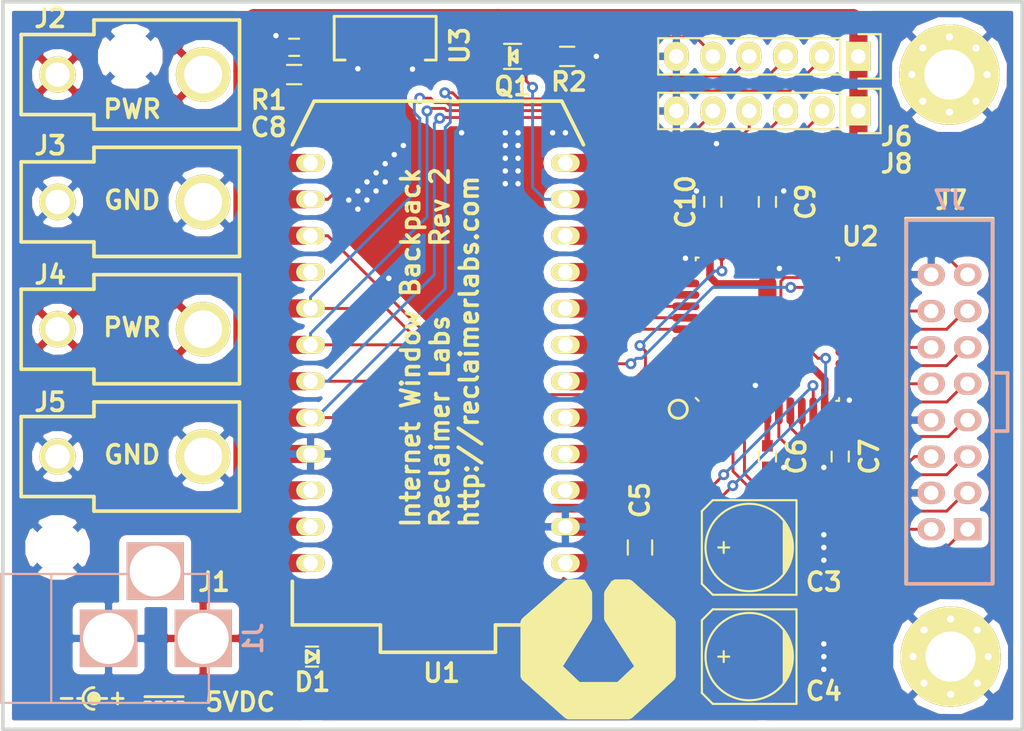
<source format=kicad_pcb>
(kicad_pcb (version 4) (host pcbnew 4.0.2-stable)

  (general
    (links 127)
    (no_connects 0)
    (area -0.408821 -52.9632 94.234001 8.890001)
    (thickness 1.6)
    (drawings 39)
    (tracks 431)
    (zones 0)
    (modules 28)
    (nets 60)
  )

  (page USLetter)
  (layers
    (0 F.Cu signal)
    (31 B.Cu signal)
    (32 B.Adhes user)
    (33 F.Adhes user)
    (34 B.Paste user)
    (35 F.Paste user)
    (36 B.SilkS user)
    (37 F.SilkS user)
    (38 B.Mask user)
    (39 F.Mask user)
    (40 Dwgs.User user)
    (41 Cmts.User user)
    (42 Eco1.User user)
    (43 Eco2.User user)
    (44 Edge.Cuts user)
    (45 Margin user)
    (46 B.CrtYd user)
    (47 F.CrtYd user)
    (48 B.Fab user hide)
    (49 F.Fab user hide)
  )

  (setup
    (last_trace_width 0.2032)
    (trace_clearance 0.2032)
    (zone_clearance 0.508)
    (zone_45_only no)
    (trace_min 0.2032)
    (segment_width 0.2)
    (edge_width 0.254)
    (via_size 0.762)
    (via_drill 0.381)
    (via_min_size 0.762)
    (via_min_drill 0.3302)
    (uvia_size 0.3)
    (uvia_drill 0.1)
    (uvias_allowed no)
    (uvia_min_size 0.2)
    (uvia_min_drill 0.1)
    (pcb_text_width 0.254)
    (pcb_text_size 1.27 1.27)
    (mod_edge_width 0.15)
    (mod_text_size 1.27 1.27)
    (mod_text_width 0.254)
    (pad_size 3.5 3.5)
    (pad_drill 3.5)
    (pad_to_mask_clearance 0.2032)
    (pad_to_paste_clearance -0.127)
    (aux_axis_origin 0 0)
    (visible_elements 7FFFFFFF)
    (pcbplotparams
      (layerselection 0x011fc_80000001)
      (usegerberextensions true)
      (excludeedgelayer true)
      (linewidth 0.254000)
      (plotframeref false)
      (viasonmask false)
      (mode 1)
      (useauxorigin false)
      (hpglpennumber 1)
      (hpglpenspeed 20)
      (hpglpendiameter 15)
      (hpglpenoverlay 2)
      (psnegative false)
      (psa4output false)
      (plotreference true)
      (plotvalue false)
      (plotinvisibletext false)
      (padsonsilk false)
      (subtractmaskfromsilk true)
      (outputformat 1)
      (mirror false)
      (drillshape 0)
      (scaleselection 1)
      (outputdirectory gerber/))
  )

  (net 0 "")
  (net 1 /BUZZER_TOP)
  (net 2 /BUZZER_BOT)
  (net 3 +5V)
  (net 4 GND)
  (net 5 +3V3)
  (net 6 /PHOTON_A2)
  (net 7 /R1)
  (net 8 /OE)
  (net 9 /G1)
  (net 10 /LAT)
  (net 11 /B1)
  (net 12 /CLK)
  (net 13 /D)
  (net 14 /R2)
  (net 15 /C)
  (net 16 /G2)
  (net 17 /B)
  (net 18 /B2)
  (net 19 /A)
  (net 20 /TCK)
  (net 21 /TDI)
  (net 22 /TDO)
  (net 23 /TMS)
  (net 24 /PHOTO)
  (net 25 "Net-(U1-Pad22)")
  (net 26 /UART_TX)
  (net 27 /UART_RX)
  (net 28 /RST_CPLD)
  (net 29 "Net-(U1-Pad5)")
  (net 30 /SPI_MOSI)
  (net 31 /SPI_MISO)
  (net 32 /SPI_SCK)
  (net 33 /IRDA)
  (net 34 "Net-(U1-Pad25)")
  (net 35 "Net-(U1-Pad26)")
  (net 36 "Net-(U1-Pad27)")
  (net 37 "Net-(U1-Pad28)")
  (net 38 "Net-(U1-Pad29)")
  (net 39 "Net-(U1-Pad30)")
  (net 40 "Net-(U1-Pad31)")
  (net 41 +5VA)
  (net 42 "Net-(C8-Pad1)")
  (net 43 "Net-(J1-Pad3)")
  (net 44 /PHOTON_D3)
  (net 45 /PHOTON_RST)
  (net 46 "Net-(U2-Pad17)")
  (net 47 "Net-(U2-Pad21)")
  (net 48 "Net-(U2-Pad22)")
  (net 49 "Net-(U2-Pad24)")
  (net 50 "Net-(U2-Pad26)")
  (net 51 "Net-(U2-Pad40)")
  (net 52 "Net-(U2-Pad41)")
  (net 53 "Net-(U2-Pad42)")
  (net 54 "Net-(U2-Pad43)")
  (net 55 "Net-(U2-Pad25)")
  (net 56 /CPLD_B8)
  (net 57 /CPLD_B9)
  (net 58 /CPLD_B10)
  (net 59 /CPLD_B12)

  (net_class Default "This is the default net class."
    (clearance 0.2032)
    (trace_width 0.2032)
    (via_dia 0.762)
    (via_drill 0.381)
    (uvia_dia 0.3)
    (uvia_drill 0.1)
    (add_net +5VA)
    (add_net /A)
    (add_net /B)
    (add_net /B1)
    (add_net /B2)
    (add_net /BUZZER_BOT)
    (add_net /BUZZER_TOP)
    (add_net /C)
    (add_net /CLK)
    (add_net /CPLD_B10)
    (add_net /CPLD_B12)
    (add_net /CPLD_B8)
    (add_net /CPLD_B9)
    (add_net /D)
    (add_net /G1)
    (add_net /G2)
    (add_net /IRDA)
    (add_net /LAT)
    (add_net /OE)
    (add_net /PHOTO)
    (add_net /PHOTON_A2)
    (add_net /PHOTON_D3)
    (add_net /PHOTON_RST)
    (add_net /R1)
    (add_net /R2)
    (add_net /RST_CPLD)
    (add_net /SPI_MISO)
    (add_net /SPI_MOSI)
    (add_net /SPI_SCK)
    (add_net /TCK)
    (add_net /TDI)
    (add_net /TDO)
    (add_net /TMS)
    (add_net /UART_RX)
    (add_net /UART_TX)
    (add_net "Net-(J1-Pad3)")
    (add_net "Net-(U1-Pad22)")
    (add_net "Net-(U1-Pad25)")
    (add_net "Net-(U1-Pad26)")
    (add_net "Net-(U1-Pad27)")
    (add_net "Net-(U1-Pad28)")
    (add_net "Net-(U1-Pad29)")
    (add_net "Net-(U1-Pad30)")
    (add_net "Net-(U1-Pad31)")
    (add_net "Net-(U1-Pad5)")
    (add_net "Net-(U2-Pad17)")
    (add_net "Net-(U2-Pad21)")
    (add_net "Net-(U2-Pad22)")
    (add_net "Net-(U2-Pad24)")
    (add_net "Net-(U2-Pad25)")
    (add_net "Net-(U2-Pad26)")
    (add_net "Net-(U2-Pad40)")
    (add_net "Net-(U2-Pad41)")
    (add_net "Net-(U2-Pad42)")
    (add_net "Net-(U2-Pad43)")
  )

  (net_class Power ""
    (clearance 0.2032)
    (trace_width 0.4064)
    (via_dia 0.762)
    (via_drill 0.381)
    (uvia_dia 0.3)
    (uvia_drill 0.1)
    (add_net +3V3)
    (add_net +5V)
    (add_net GND)
    (add_net "Net-(C8-Pad1)")
  )

  (module Reclaimer_Labs:PHOTON (layer F.Cu) (tedit 575FC0C3) (tstamp 576048F4)
    (at 81.151456 91.261338 90)
    (path /56499686)
    (fp_text reference U1 (at -21.641662 0.255544 180) (layer F.SilkS)
      (effects (font (size 1.27 1.27) (thickness 0.254)))
    )
    (fp_text value PHOTON (at 0 0 90) (layer F.Fab)
      (effects (font (size 1.2 1.2) (thickness 0.15)))
    )
    (fp_line (start -18.288 10.16) (end -15.24 10.16) (layer F.SilkS) (width 0.254))
    (fp_line (start -18.288 -10.16) (end -15.24 -10.16) (layer F.SilkS) (width 0.254))
    (fp_line (start -20.193 4.0132) (end -20.193 -4.0132) (layer F.SilkS) (width 0.254))
    (fp_line (start -20.193 -4.0132) (end -18.288 -4.0132) (layer F.SilkS) (width 0.254))
    (fp_line (start -18.288 -4.0132) (end -18.288 -10.16) (layer F.SilkS) (width 0.254))
    (fp_line (start 15.24 -10.16) (end 18.288 -8.636) (layer F.SilkS) (width 0.254))
    (fp_line (start 18.288 -8.636) (end 18.288 8.636) (layer F.SilkS) (width 0.254))
    (fp_line (start 18.288 8.636) (end 15.24 10.16) (layer F.SilkS) (width 0.254))
    (fp_line (start -18.288 10.16) (end -18.288 4.0132) (layer F.SilkS) (width 0.254))
    (fp_line (start -18.288 4.0132) (end -20.193 4.0132) (layer F.SilkS) (width 0.254))
    (pad 24 thru_hole oval (at -13.97 -8.89 90) (size 1.2 2) (drill 1.016) (layers *.Cu *.Mask F.SilkS)
      (net 5 +3V3))
    (pad 1 thru_hole oval (at -13.97 8.89 90) (size 1.2 2) (drill 1.016) (layers *.Cu *.Mask F.SilkS)
      (net 41 +5VA))
    (pad 23 thru_hole oval (at -11.43 -8.89 90) (size 1.2 2) (drill 1.016) (layers *.Cu *.Mask F.SilkS)
      (net 45 /PHOTON_RST))
    (pad 2 thru_hole oval (at -11.43 8.89 90) (size 1.2 2) (drill 1.016) (layers *.Cu *.Mask F.SilkS)
      (net 4 GND))
    (pad 22 thru_hole oval (at -8.89 -8.89 90) (size 1.2 2) (drill 1.016) (layers *.Cu *.Mask F.SilkS)
      (net 25 "Net-(U1-Pad22)"))
    (pad 3 thru_hole oval (at -8.89 8.89 90) (size 1.2 2) (drill 1.016) (layers *.Cu *.Mask F.SilkS)
      (net 26 /UART_TX))
    (pad 21 thru_hole oval (at -6.35 -8.89 90) (size 1.2 2) (drill 1.016) (layers *.Cu *.Mask F.SilkS)
      (net 4 GND))
    (pad 4 thru_hole oval (at -6.35 8.89 90) (size 1.2 2) (drill 1.016) (layers *.Cu *.Mask F.SilkS)
      (net 27 /UART_RX))
    (pad 20 thru_hole oval (at -3.81 -8.89 90) (size 1.2 2) (drill 1.016) (layers *.Cu *.Mask F.SilkS)
      (net 23 /TMS))
    (pad 5 thru_hole oval (at -3.81 8.89 90) (size 1.2 2) (drill 1.016) (layers *.Cu *.Mask F.SilkS)
      (net 29 "Net-(U1-Pad5)"))
    (pad 19 thru_hole oval (at -1.27 -8.89 90) (size 1.2 2) (drill 1.016) (layers *.Cu *.Mask F.SilkS)
      (net 20 /TCK))
    (pad 6 thru_hole oval (at -1.27 8.89 90) (size 1.2 2) (drill 1.016) (layers *.Cu *.Mask F.SilkS)
      (net 1 /BUZZER_TOP))
    (pad 18 thru_hole oval (at 1.27 -8.89 90) (size 1.2 2) (drill 1.016) (layers *.Cu *.Mask F.SilkS)
      (net 21 /TDI))
    (pad 7 thru_hole oval (at 1.27 8.89 90) (size 1.2 2) (drill 1.016) (layers *.Cu *.Mask F.SilkS)
      (net 30 /SPI_MOSI))
    (pad 17 thru_hole oval (at 3.81 -8.89 90) (size 1.2 2) (drill 1.016) (layers *.Cu *.Mask F.SilkS)
      (net 22 /TDO))
    (pad 8 thru_hole oval (at 3.81 8.89 90) (size 1.2 2) (drill 1.016) (layers *.Cu *.Mask F.SilkS)
      (net 31 /SPI_MISO))
    (pad 16 thru_hole oval (at 6.35 -8.89 90) (size 1.2 2) (drill 1.016) (layers *.Cu *.Mask F.SilkS)
      (net 44 /PHOTON_D3))
    (pad 9 thru_hole oval (at 6.35 8.89 90) (size 1.2 2) (drill 1.016) (layers *.Cu *.Mask F.SilkS)
      (net 32 /SPI_SCK))
    (pad 15 thru_hole oval (at 8.89 -8.89 90) (size 1.2 2) (drill 1.016) (layers *.Cu *.Mask F.SilkS)
      (net 8 /OE))
    (pad 10 thru_hole oval (at 8.89 8.89 90) (size 1.2 2) (drill 1.016) (layers *.Cu *.Mask F.SilkS)
      (net 6 /PHOTON_A2))
    (pad 14 thru_hole oval (at 11.43 -8.89 90) (size 1.2 2) (drill 1.016) (layers *.Cu *.Mask F.SilkS)
      (net 33 /IRDA))
    (pad 11 thru_hole oval (at 11.43 8.89 90) (size 1.2 2) (drill 1.016) (layers *.Cu *.Mask F.SilkS)
      (net 24 /PHOTO))
    (pad 13 thru_hole oval (at 13.97 -8.89 90) (size 1.2 2) (drill 1.016) (layers *.Cu *.Mask F.SilkS)
      (net 2 /BUZZER_BOT))
    (pad 12 thru_hole oval (at 13.97 8.89 90) (size 1.2 2) (drill 1.016) (layers *.Cu *.Mask F.SilkS)
      (net 28 /RST_CPLD))
    (pad 1 smd rect (at -13.97 10.795 90) (size 1.27 3.175) (layers F.Cu F.Paste F.Mask)
      (net 41 +5VA))
    (pad 2 smd rect (at -11.43 10.795 90) (size 1.27 3.175) (layers F.Cu F.Paste F.Mask)
      (net 4 GND))
    (pad 3 smd rect (at -8.89 10.795 90) (size 1.27 3.175) (layers F.Cu F.Paste F.Mask)
      (net 26 /UART_TX))
    (pad 4 smd rect (at -6.35 10.795 90) (size 1.27 3.175) (layers F.Cu F.Paste F.Mask)
      (net 27 /UART_RX))
    (pad 5 smd rect (at -3.81 10.795 90) (size 1.27 3.175) (layers F.Cu F.Paste F.Mask)
      (net 29 "Net-(U1-Pad5)"))
    (pad 6 smd rect (at -1.27 10.795 90) (size 1.27 3.175) (layers F.Cu F.Paste F.Mask)
      (net 1 /BUZZER_TOP))
    (pad 7 smd rect (at 1.27 10.795 90) (size 1.27 3.175) (layers F.Cu F.Paste F.Mask)
      (net 30 /SPI_MOSI))
    (pad 8 smd rect (at 3.81 10.795 90) (size 1.27 3.175) (layers F.Cu F.Paste F.Mask)
      (net 31 /SPI_MISO))
    (pad 9 smd rect (at 6.35 10.795 90) (size 1.27 3.175) (layers F.Cu F.Paste F.Mask)
      (net 32 /SPI_SCK))
    (pad 10 smd rect (at 8.89 10.795 90) (size 1.27 3.175) (layers F.Cu F.Paste F.Mask)
      (net 6 /PHOTON_A2))
    (pad 11 smd rect (at 11.43 10.795 90) (size 1.27 3.175) (layers F.Cu F.Paste F.Mask)
      (net 24 /PHOTO))
    (pad 12 smd rect (at 13.97 10.795 90) (size 1.27 3.175) (layers F.Cu F.Paste F.Mask)
      (net 28 /RST_CPLD))
    (pad 13 smd rect (at 13.97 -10.795 90) (size 1.27 3.175) (layers F.Cu F.Paste F.Mask)
      (net 2 /BUZZER_BOT))
    (pad 14 smd rect (at 11.43 -10.795 90) (size 1.27 3.175) (layers F.Cu F.Paste F.Mask)
      (net 33 /IRDA))
    (pad 15 smd rect (at 8.89 -10.795 90) (size 1.27 3.175) (layers F.Cu F.Paste F.Mask)
      (net 8 /OE))
    (pad 16 smd rect (at 6.35 -10.795 90) (size 1.27 3.175) (layers F.Cu F.Paste F.Mask)
      (net 44 /PHOTON_D3))
    (pad 17 smd rect (at 3.81 -10.795 90) (size 1.27 3.175) (layers F.Cu F.Paste F.Mask)
      (net 22 /TDO))
    (pad 18 smd rect (at 1.27 -10.795 90) (size 1.27 3.175) (layers F.Cu F.Paste F.Mask)
      (net 21 /TDI))
    (pad 19 smd rect (at -1.27 -10.795 90) (size 1.27 3.175) (layers F.Cu F.Paste F.Mask)
      (net 20 /TCK))
    (pad 20 smd rect (at -3.81 -10.795 90) (size 1.27 3.175) (layers F.Cu F.Paste F.Mask)
      (net 23 /TMS))
    (pad 21 smd rect (at -6.35 -10.795 90) (size 1.27 3.175) (layers F.Cu F.Paste F.Mask)
      (net 4 GND))
    (pad 22 smd rect (at -8.89 -10.795 90) (size 1.27 3.175) (layers F.Cu F.Paste F.Mask)
      (net 25 "Net-(U1-Pad22)"))
    (pad 23 smd rect (at -11.43 -10.795 90) (size 1.27 3.175) (layers F.Cu F.Paste F.Mask)
      (net 45 /PHOTON_RST))
    (pad 24 smd rect (at -13.97 -10.795 90) (size 1.27 3.175) (layers F.Cu F.Paste F.Mask)
      (net 5 +3V3))
    (pad 25 smd rect (at -13.97 6.35 90) (size 1.778 1.778) (layers F.Cu F.Paste F.Mask)
      (net 34 "Net-(U1-Pad25)"))
    (pad 26 smd rect (at -6.35 6.35 90) (size 1.778 1.778) (layers F.Cu F.Paste F.Mask)
      (net 35 "Net-(U1-Pad26)"))
    (pad 27 smd rect (at 3.81 6.35 90) (size 1.143 1.143) (layers F.Cu F.Paste F.Mask)
      (net 36 "Net-(U1-Pad27)"))
    (pad 28 smd rect (at -11.43 -6.35 90) (size 1.143 1.143) (layers F.Cu F.Paste F.Mask)
      (net 37 "Net-(U1-Pad28)"))
    (pad 29 smd rect (at -13.97 -6.35 90) (size 1.143 1.143) (layers F.Cu F.Paste F.Mask)
      (net 38 "Net-(U1-Pad29)"))
    (pad 30 smd rect (at -16.764 -1.016 90) (size 1.778 1.524) (layers F.Cu F.Paste F.Mask)
      (net 39 "Net-(U1-Pad30)"))
    (pad 31 smd rect (at -16.764 1.016 90) (size 1.778 1.524) (layers F.Cu F.Paste F.Mask)
      (net 40 "Net-(U1-Pad31)"))
  )

  (module Capacitors_SMD:c_elec_6.3x5.7 (layer F.Cu) (tedit 55726012) (tstamp 57604797)
    (at 102.87 104.14 180)
    (descr "SMT capacitor, aluminium electrolytic, 6.3x5.7")
    (path /575FFF75)
    (attr smd)
    (fp_text reference C3 (at -5.207 -2.413 180) (layer F.SilkS)
      (effects (font (size 1.27 1.27) (thickness 0.254)))
    )
    (fp_text value 100uF (at 0 3.81 180) (layer F.Fab)
      (effects (font (size 1 1) (thickness 0.15)))
    )
    (fp_line (start -4.85 -3.65) (end 4.85 -3.65) (layer F.CrtYd) (width 0.05))
    (fp_line (start 4.85 -3.65) (end 4.85 3.65) (layer F.CrtYd) (width 0.05))
    (fp_line (start 4.85 3.65) (end -4.85 3.65) (layer F.CrtYd) (width 0.05))
    (fp_line (start -4.85 3.65) (end -4.85 -3.65) (layer F.CrtYd) (width 0.05))
    (fp_line (start -2.921 -0.762) (end -2.921 0.762) (layer F.SilkS) (width 0.15))
    (fp_line (start -2.794 1.143) (end -2.794 -1.143) (layer F.SilkS) (width 0.15))
    (fp_line (start -2.667 -1.397) (end -2.667 1.397) (layer F.SilkS) (width 0.15))
    (fp_line (start -2.54 1.651) (end -2.54 -1.651) (layer F.SilkS) (width 0.15))
    (fp_line (start -2.413 -1.778) (end -2.413 1.778) (layer F.SilkS) (width 0.15))
    (fp_line (start -3.302 -3.302) (end -3.302 3.302) (layer F.SilkS) (width 0.15))
    (fp_line (start -3.302 3.302) (end 2.54 3.302) (layer F.SilkS) (width 0.15))
    (fp_line (start 2.54 3.302) (end 3.302 2.54) (layer F.SilkS) (width 0.15))
    (fp_line (start 3.302 2.54) (end 3.302 -2.54) (layer F.SilkS) (width 0.15))
    (fp_line (start 3.302 -2.54) (end 2.54 -3.302) (layer F.SilkS) (width 0.15))
    (fp_line (start 2.54 -3.302) (end -3.302 -3.302) (layer F.SilkS) (width 0.15))
    (fp_line (start 2.159 0) (end 1.397 0) (layer F.SilkS) (width 0.15))
    (fp_line (start 1.778 -0.381) (end 1.778 0.381) (layer F.SilkS) (width 0.15))
    (fp_circle (center 0 0) (end -3.048 0) (layer F.SilkS) (width 0.15))
    (pad 1 smd rect (at 2.75082 0 180) (size 3.59918 1.6002) (layers F.Cu F.Paste F.Mask)
      (net 41 +5VA))
    (pad 2 smd rect (at -2.75082 0 180) (size 3.59918 1.6002) (layers F.Cu F.Paste F.Mask)
      (net 4 GND))
    (model Capacitors_SMD.3dshapes/c_elec_6.3x5.7.wrl
      (at (xyz 0 0 0))
      (scale (xyz 1 1 1))
      (rotate (xyz 0 0 0))
    )
  )

  (module Capacitors_SMD:c_elec_6.3x5.7 (layer F.Cu) (tedit 55726012) (tstamp 5760479D)
    (at 102.87 111.76 180)
    (descr "SMT capacitor, aluminium electrolytic, 6.3x5.7")
    (path /57600020)
    (attr smd)
    (fp_text reference C4 (at -5.207 -2.413 180) (layer F.SilkS)
      (effects (font (size 1.27 1.27) (thickness 0.254)))
    )
    (fp_text value 100uF (at 0 3.81 180) (layer F.Fab)
      (effects (font (size 1 1) (thickness 0.15)))
    )
    (fp_line (start -4.85 -3.65) (end 4.85 -3.65) (layer F.CrtYd) (width 0.05))
    (fp_line (start 4.85 -3.65) (end 4.85 3.65) (layer F.CrtYd) (width 0.05))
    (fp_line (start 4.85 3.65) (end -4.85 3.65) (layer F.CrtYd) (width 0.05))
    (fp_line (start -4.85 3.65) (end -4.85 -3.65) (layer F.CrtYd) (width 0.05))
    (fp_line (start -2.921 -0.762) (end -2.921 0.762) (layer F.SilkS) (width 0.15))
    (fp_line (start -2.794 1.143) (end -2.794 -1.143) (layer F.SilkS) (width 0.15))
    (fp_line (start -2.667 -1.397) (end -2.667 1.397) (layer F.SilkS) (width 0.15))
    (fp_line (start -2.54 1.651) (end -2.54 -1.651) (layer F.SilkS) (width 0.15))
    (fp_line (start -2.413 -1.778) (end -2.413 1.778) (layer F.SilkS) (width 0.15))
    (fp_line (start -3.302 -3.302) (end -3.302 3.302) (layer F.SilkS) (width 0.15))
    (fp_line (start -3.302 3.302) (end 2.54 3.302) (layer F.SilkS) (width 0.15))
    (fp_line (start 2.54 3.302) (end 3.302 2.54) (layer F.SilkS) (width 0.15))
    (fp_line (start 3.302 2.54) (end 3.302 -2.54) (layer F.SilkS) (width 0.15))
    (fp_line (start 3.302 -2.54) (end 2.54 -3.302) (layer F.SilkS) (width 0.15))
    (fp_line (start 2.54 -3.302) (end -3.302 -3.302) (layer F.SilkS) (width 0.15))
    (fp_line (start 2.159 0) (end 1.397 0) (layer F.SilkS) (width 0.15))
    (fp_line (start 1.778 -0.381) (end 1.778 0.381) (layer F.SilkS) (width 0.15))
    (fp_circle (center 0 0) (end -3.048 0) (layer F.SilkS) (width 0.15))
    (pad 1 smd rect (at 2.75082 0 180) (size 3.59918 1.6002) (layers F.Cu F.Paste F.Mask)
      (net 41 +5VA))
    (pad 2 smd rect (at -2.75082 0 180) (size 3.59918 1.6002) (layers F.Cu F.Paste F.Mask)
      (net 4 GND))
    (model Capacitors_SMD.3dshapes/c_elec_6.3x5.7.wrl
      (at (xyz 0 0 0))
      (scale (xyz 1 1 1))
      (rotate (xyz 0 0 0))
    )
  )

  (module Capacitors_SMD:C_0805 (layer F.Cu) (tedit 5415D6EA) (tstamp 576047A3)
    (at 95.25 104.14 90)
    (descr "Capacitor SMD 0805, reflow soldering, AVX (see smccp.pdf)")
    (tags "capacitor 0805")
    (path /576000B6)
    (attr smd)
    (fp_text reference C5 (at 3.302 0 90) (layer F.SilkS)
      (effects (font (size 1.27 1.27) (thickness 0.254)))
    )
    (fp_text value 10uF (at 0 2.1 90) (layer F.Fab)
      (effects (font (size 1 1) (thickness 0.15)))
    )
    (fp_line (start -1.8 -1) (end 1.8 -1) (layer F.CrtYd) (width 0.05))
    (fp_line (start -1.8 1) (end 1.8 1) (layer F.CrtYd) (width 0.05))
    (fp_line (start -1.8 -1) (end -1.8 1) (layer F.CrtYd) (width 0.05))
    (fp_line (start 1.8 -1) (end 1.8 1) (layer F.CrtYd) (width 0.05))
    (fp_line (start 0.5 -0.85) (end -0.5 -0.85) (layer F.SilkS) (width 0.15))
    (fp_line (start -0.5 0.85) (end 0.5 0.85) (layer F.SilkS) (width 0.15))
    (pad 1 smd rect (at -1 0 90) (size 1 1.25) (layers F.Cu F.Paste F.Mask)
      (net 41 +5VA))
    (pad 2 smd rect (at 1 0 90) (size 1 1.25) (layers F.Cu F.Paste F.Mask)
      (net 4 GND))
    (model Capacitors_SMD.3dshapes/C_0805.wrl
      (at (xyz 0 0 0))
      (scale (xyz 1 1 1))
      (rotate (xyz 0 0 0))
    )
  )

  (module Capacitors_SMD:C_0603 (layer F.Cu) (tedit 5415D631) (tstamp 576047A9)
    (at 104.14 97.79 270)
    (descr "Capacitor SMD 0603, reflow soldering, AVX (see smccp.pdf)")
    (tags "capacitor 0603")
    (path /56536F90)
    (attr smd)
    (fp_text reference C6 (at 0 -2.032 270) (layer F.SilkS)
      (effects (font (size 1.27 1.27) (thickness 0.254)))
    )
    (fp_text value 0.1uF (at 0 1.9 270) (layer F.Fab)
      (effects (font (size 1 1) (thickness 0.15)))
    )
    (fp_line (start -1.45 -0.75) (end 1.45 -0.75) (layer F.CrtYd) (width 0.05))
    (fp_line (start -1.45 0.75) (end 1.45 0.75) (layer F.CrtYd) (width 0.05))
    (fp_line (start -1.45 -0.75) (end -1.45 0.75) (layer F.CrtYd) (width 0.05))
    (fp_line (start 1.45 -0.75) (end 1.45 0.75) (layer F.CrtYd) (width 0.05))
    (fp_line (start -0.35 -0.6) (end 0.35 -0.6) (layer F.SilkS) (width 0.15))
    (fp_line (start 0.35 0.6) (end -0.35 0.6) (layer F.SilkS) (width 0.15))
    (pad 1 smd rect (at -0.75 0 270) (size 0.8 0.75) (layers F.Cu F.Paste F.Mask)
      (net 5 +3V3))
    (pad 2 smd rect (at 0.75 0 270) (size 0.8 0.75) (layers F.Cu F.Paste F.Mask)
      (net 4 GND))
    (model Capacitors_SMD.3dshapes/C_0603.wrl
      (at (xyz 0 0 0))
      (scale (xyz 1 1 1))
      (rotate (xyz 0 0 0))
    )
  )

  (module Capacitors_SMD:C_0603 (layer F.Cu) (tedit 5415D631) (tstamp 576047AF)
    (at 109.22 97.79 270)
    (descr "Capacitor SMD 0603, reflow soldering, AVX (see smccp.pdf)")
    (tags "capacitor 0603")
    (path /5653710F)
    (attr smd)
    (fp_text reference C7 (at 0 -2.032 270) (layer F.SilkS)
      (effects (font (size 1.27 1.27) (thickness 0.254)))
    )
    (fp_text value 0.1uF (at 0 1.9 270) (layer F.Fab)
      (effects (font (size 1 1) (thickness 0.15)))
    )
    (fp_line (start -1.45 -0.75) (end 1.45 -0.75) (layer F.CrtYd) (width 0.05))
    (fp_line (start -1.45 0.75) (end 1.45 0.75) (layer F.CrtYd) (width 0.05))
    (fp_line (start -1.45 -0.75) (end -1.45 0.75) (layer F.CrtYd) (width 0.05))
    (fp_line (start 1.45 -0.75) (end 1.45 0.75) (layer F.CrtYd) (width 0.05))
    (fp_line (start -0.35 -0.6) (end 0.35 -0.6) (layer F.SilkS) (width 0.15))
    (fp_line (start 0.35 0.6) (end -0.35 0.6) (layer F.SilkS) (width 0.15))
    (pad 1 smd rect (at -0.75 0 270) (size 0.8 0.75) (layers F.Cu F.Paste F.Mask)
      (net 5 +3V3))
    (pad 2 smd rect (at 0.75 0 270) (size 0.8 0.75) (layers F.Cu F.Paste F.Mask)
      (net 4 GND))
    (model Capacitors_SMD.3dshapes/C_0603.wrl
      (at (xyz 0 0 0))
      (scale (xyz 1 1 1))
      (rotate (xyz 0 0 0))
    )
  )

  (module Capacitors_SMD:C_0603 (layer F.Cu) (tedit 5415D631) (tstamp 576047B5)
    (at 71.12 69.215 180)
    (descr "Capacitor SMD 0603, reflow soldering, AVX (see smccp.pdf)")
    (tags "capacitor 0603")
    (path /5649D30E)
    (attr smd)
    (fp_text reference C8 (at 1.778 -5.588 180) (layer F.SilkS)
      (effects (font (size 1.27 1.27) (thickness 0.254)))
    )
    (fp_text value 0.1uF (at 0 1.9 180) (layer F.Fab)
      (effects (font (size 1 1) (thickness 0.15)))
    )
    (fp_line (start -1.45 -0.75) (end 1.45 -0.75) (layer F.CrtYd) (width 0.05))
    (fp_line (start -1.45 0.75) (end 1.45 0.75) (layer F.CrtYd) (width 0.05))
    (fp_line (start -1.45 -0.75) (end -1.45 0.75) (layer F.CrtYd) (width 0.05))
    (fp_line (start 1.45 -0.75) (end 1.45 0.75) (layer F.CrtYd) (width 0.05))
    (fp_line (start -0.35 -0.6) (end 0.35 -0.6) (layer F.SilkS) (width 0.15))
    (fp_line (start 0.35 0.6) (end -0.35 0.6) (layer F.SilkS) (width 0.15))
    (pad 1 smd rect (at -0.75 0 180) (size 0.8 0.75) (layers F.Cu F.Paste F.Mask)
      (net 42 "Net-(C8-Pad1)"))
    (pad 2 smd rect (at 0.75 0 180) (size 0.8 0.75) (layers F.Cu F.Paste F.Mask)
      (net 4 GND))
    (model Capacitors_SMD.3dshapes/C_0603.wrl
      (at (xyz 0 0 0))
      (scale (xyz 1 1 1))
      (rotate (xyz 0 0 0))
    )
  )

  (module Capacitors_SMD:C_0603 (layer F.Cu) (tedit 5415D631) (tstamp 576047BB)
    (at 104.14 80.01 90)
    (descr "Capacitor SMD 0603, reflow soldering, AVX (see smccp.pdf)")
    (tags "capacitor 0603")
    (path /5649A53B)
    (attr smd)
    (fp_text reference C9 (at 0 2.667 90) (layer F.SilkS)
      (effects (font (size 1.27 1.27) (thickness 0.254)))
    )
    (fp_text value 0.1uF (at 0 1.9 90) (layer F.Fab)
      (effects (font (size 1 1) (thickness 0.15)))
    )
    (fp_line (start -1.45 -0.75) (end 1.45 -0.75) (layer F.CrtYd) (width 0.05))
    (fp_line (start -1.45 0.75) (end 1.45 0.75) (layer F.CrtYd) (width 0.05))
    (fp_line (start -1.45 -0.75) (end -1.45 0.75) (layer F.CrtYd) (width 0.05))
    (fp_line (start 1.45 -0.75) (end 1.45 0.75) (layer F.CrtYd) (width 0.05))
    (fp_line (start -0.35 -0.6) (end 0.35 -0.6) (layer F.SilkS) (width 0.15))
    (fp_line (start 0.35 0.6) (end -0.35 0.6) (layer F.SilkS) (width 0.15))
    (pad 1 smd rect (at -0.75 0 90) (size 0.8 0.75) (layers F.Cu F.Paste F.Mask)
      (net 5 +3V3))
    (pad 2 smd rect (at 0.75 0 90) (size 0.8 0.75) (layers F.Cu F.Paste F.Mask)
      (net 4 GND))
    (model Capacitors_SMD.3dshapes/C_0603.wrl
      (at (xyz 0 0 0))
      (scale (xyz 1 1 1))
      (rotate (xyz 0 0 0))
    )
  )

  (module Capacitors_SMD:C_0603 (layer F.Cu) (tedit 5415D631) (tstamp 576047C1)
    (at 100.33 80.01 90)
    (descr "Capacitor SMD 0603, reflow soldering, AVX (see smccp.pdf)")
    (tags "capacitor 0603")
    (path /5653775C)
    (attr smd)
    (fp_text reference C10 (at 0 -1.9 90) (layer F.SilkS)
      (effects (font (size 1.27 1.27) (thickness 0.254)))
    )
    (fp_text value 0.1uF (at 0 1.9 90) (layer F.Fab)
      (effects (font (size 1 1) (thickness 0.15)))
    )
    (fp_line (start -1.45 -0.75) (end 1.45 -0.75) (layer F.CrtYd) (width 0.05))
    (fp_line (start -1.45 0.75) (end 1.45 0.75) (layer F.CrtYd) (width 0.05))
    (fp_line (start -1.45 -0.75) (end -1.45 0.75) (layer F.CrtYd) (width 0.05))
    (fp_line (start 1.45 -0.75) (end 1.45 0.75) (layer F.CrtYd) (width 0.05))
    (fp_line (start -0.35 -0.6) (end 0.35 -0.6) (layer F.SilkS) (width 0.15))
    (fp_line (start 0.35 0.6) (end -0.35 0.6) (layer F.SilkS) (width 0.15))
    (pad 1 smd rect (at -0.75 0 90) (size 0.8 0.75) (layers F.Cu F.Paste F.Mask)
      (net 5 +3V3))
    (pad 2 smd rect (at 0.75 0 90) (size 0.8 0.75) (layers F.Cu F.Paste F.Mask)
      (net 4 GND))
    (model Capacitors_SMD.3dshapes/C_0603.wrl
      (at (xyz 0 0 0))
      (scale (xyz 1 1 1))
      (rotate (xyz 0 0 0))
    )
  )

  (module Reclaimer_Labs:SMini2-F5-B (layer F.Cu) (tedit 575FBFAE) (tstamp 576047CF)
    (at 72.39 111.76 180)
    (descr "http://www.diodes.com/datasheets/ap02001.pdf p.144")
    (tags "Diode SOD523")
    (path /575FFED0)
    (attr smd)
    (fp_text reference D1 (at 0 -1.778 180) (layer F.SilkS)
      (effects (font (size 1.27 1.27) (thickness 0.254)))
    )
    (fp_text value D_Schottky (at 0 1.7 180) (layer F.Fab)
      (effects (font (size 1 1) (thickness 0.15)))
    )
    (fp_line (start -0.4 0.4) (end -0.4 -0.4) (layer F.SilkS) (width 0.254))
    (fp_line (start -0.3 0) (end 0.4 -0.4) (layer F.SilkS) (width 0.254))
    (fp_line (start 0.4 0.4) (end -0.3 0) (layer F.SilkS) (width 0.254))
    (fp_line (start 0.4 -0.4) (end 0.4 0.4) (layer F.SilkS) (width 0.254))
    (fp_line (start 1.8 0.7) (end -1.7 0.7) (layer F.CrtYd) (width 0.254))
    (fp_line (start 1.8 -0.7) (end 1.8 0.7) (layer F.CrtYd) (width 0.254))
    (fp_line (start -1.7 -0.7) (end 1.8 -0.7) (layer F.CrtYd) (width 0.254))
    (fp_line (start -1.7 0.7) (end -1.7 -0.7) (layer F.CrtYd) (width 0.254))
    (fp_line (start -0.4 0.7) (end 0.45 0.7) (layer F.SilkS) (width 0.15))
    (fp_line (start -0.4 -0.7) (end 0.45 -0.7) (layer F.SilkS) (width 0.15))
    (pad 1 smd rect (at -1.2 0 180) (size 0.9 1.1) (layers F.Cu F.Paste F.Mask)
      (net 41 +5VA))
    (pad 2 smd rect (at 1.2 0 180) (size 0.9 0.9) (layers F.Cu F.Paste F.Mask)
      (net 3 +5V))
  )

  (module Reclaimer_Labs:BARREL_JACK_MPD_EJ508A (layer B.Cu) (tedit 565BB5BC) (tstamp 576047DB)
    (at 58.17 110.49)
    (descr "DC Barrel Jack")
    (tags "Power Jack")
    (path /5649E63E)
    (attr smd)
    (fp_text reference J1 (at 10.09904 0 270) (layer B.SilkS)
      (effects (font (size 1.27 1.27) (thickness 0.254)) (justify mirror))
    )
    (fp_text value BARREL_JACK (at 0 5.99948) (layer B.Fab)
      (effects (font (size 1 1) (thickness 0.15)) (justify mirror))
    )
    (fp_line (start -4.0005 4.50088) (end -4.0005 -4.50088) (layer B.SilkS) (width 0.15))
    (fp_line (start -7.50062 4.50088) (end -7.50062 -4.50088) (layer B.SilkS) (width 0.15))
    (fp_line (start -7.50062 -4.50088) (end 7.00024 -4.50088) (layer B.SilkS) (width 0.15))
    (fp_line (start 7.00024 -4.50088) (end 7.00024 4.50088) (layer B.SilkS) (width 0.15))
    (fp_line (start 7.00024 4.50088) (end -7.50062 4.50088) (layer B.SilkS) (width 0.15))
    (pad 1 thru_hole rect (at 6.6 0) (size 4 4) (drill 3.56) (layers *.Cu *.Mask B.SilkS)
      (net 3 +5V))
    (pad 2 thru_hole rect (at 0 0) (size 4 4) (drill 3.56) (layers *.Cu *.Mask B.SilkS)
      (net 4 GND))
    (pad 3 thru_hole rect (at 3.25 -4.699) (size 4 4) (drill 3.56) (layers *.Cu *.Mask B.SilkS)
      (net 43 "Net-(J1-Pad3)"))
  )

  (module Reclaimer_Labs:3547 (layer F.Cu) (tedit 575FBD5C) (tstamp 576047F9)
    (at 59.69 71.12)
    (path /57605A9C)
    (attr smd)
    (fp_text reference J2 (at -5.588 -3.937) (layer F.SilkS)
      (effects (font (size 1.27 1.27) (thickness 0.254)))
    )
    (fp_text value CONN_01X01 (at 0 -5.6) (layer F.Fab)
      (effects (font (size 1.016 1.016) (thickness 0.254)))
    )
    (fp_line (start -2.54 2.794) (end -7.62 2.794) (layer F.SilkS) (width 0.254))
    (fp_line (start -2.54 3.81) (end -2.54 2.794) (layer F.SilkS) (width 0.254))
    (fp_line (start 7.62 3.81) (end -2.54 3.81) (layer F.SilkS) (width 0.254))
    (fp_line (start 7.62 -3.81) (end 7.62 3.81) (layer F.SilkS) (width 0.254))
    (fp_line (start -2.54 -3.81) (end 7.62 -3.81) (layer F.SilkS) (width 0.254))
    (fp_line (start -2.54 -2.794) (end -2.54 -3.81) (layer F.SilkS) (width 0.254))
    (fp_line (start -7.62 -2.794) (end -2.54 -2.794) (layer F.SilkS) (width 0.254))
    (fp_line (start -7.62 2.794) (end -7.62 -2.794) (layer F.SilkS) (width 0.254))
    (fp_line (start -2.54 2.794) (end -7.62 2.794) (layer B.CrtYd) (width 0.254))
    (fp_line (start -2.54 3.81) (end -2.54 2.794) (layer B.CrtYd) (width 0.254))
    (fp_line (start 7.62 3.81) (end -2.54 3.81) (layer B.CrtYd) (width 0.254))
    (fp_line (start 7.62 -3.81) (end 7.62 3.81) (layer B.CrtYd) (width 0.254))
    (fp_line (start -2.54 -3.81) (end 7.62 -3.81) (layer B.CrtYd) (width 0.254))
    (fp_line (start -2.54 -2.794) (end -2.54 -3.81) (layer B.CrtYd) (width 0.254))
    (fp_line (start -7.62 -2.794) (end -2.54 -2.794) (layer B.CrtYd) (width 0.254))
    (fp_line (start -7.62 2.794) (end -7.62 -2.794) (layer B.CrtYd) (width 0.254))
    (fp_line (start -2.54 2.794) (end -7.62 2.794) (layer F.CrtYd) (width 0.254))
    (fp_line (start -2.54 3.81) (end -2.54 2.794) (layer F.CrtYd) (width 0.254))
    (fp_line (start 7.62 3.81) (end -2.54 3.81) (layer F.CrtYd) (width 0.254))
    (fp_line (start 7.62 -3.81) (end 7.62 3.81) (layer F.CrtYd) (width 0.254))
    (fp_line (start -2.54 -3.81) (end 7.62 -3.81) (layer F.CrtYd) (width 0.254))
    (fp_line (start -2.54 -2.794) (end -2.54 -3.81) (layer F.CrtYd) (width 0.254))
    (fp_line (start -7.62 -2.794) (end -2.54 -2.794) (layer F.CrtYd) (width 0.254))
    (fp_line (start -7.62 2.794) (end -7.62 -2.794) (layer F.CrtYd) (width 0.254))
    (pad 1 thru_hole circle (at -5.08 0) (size 2.54 2.54) (drill 1.7018) (layers *.Cu *.Mask F.SilkS)
      (net 3 +5V))
    (pad 1 thru_hole circle (at 5.08 0) (size 3.81 3.81) (drill 2.6416) (layers *.Cu *.Mask F.SilkS)
      (net 3 +5V))
  )

  (module Reclaimer_Labs:3547 (layer F.Cu) (tedit 575FBD5C) (tstamp 57604817)
    (at 59.69 80.01)
    (path /57609620)
    (attr smd)
    (fp_text reference J3 (at -5.588 -3.937) (layer F.SilkS)
      (effects (font (size 1.27 1.27) (thickness 0.254)))
    )
    (fp_text value CONN_01X01 (at 0 -5.6) (layer F.Fab)
      (effects (font (size 1.016 1.016) (thickness 0.254)))
    )
    (fp_line (start -2.54 2.794) (end -7.62 2.794) (layer F.SilkS) (width 0.254))
    (fp_line (start -2.54 3.81) (end -2.54 2.794) (layer F.SilkS) (width 0.254))
    (fp_line (start 7.62 3.81) (end -2.54 3.81) (layer F.SilkS) (width 0.254))
    (fp_line (start 7.62 -3.81) (end 7.62 3.81) (layer F.SilkS) (width 0.254))
    (fp_line (start -2.54 -3.81) (end 7.62 -3.81) (layer F.SilkS) (width 0.254))
    (fp_line (start -2.54 -2.794) (end -2.54 -3.81) (layer F.SilkS) (width 0.254))
    (fp_line (start -7.62 -2.794) (end -2.54 -2.794) (layer F.SilkS) (width 0.254))
    (fp_line (start -7.62 2.794) (end -7.62 -2.794) (layer F.SilkS) (width 0.254))
    (fp_line (start -2.54 2.794) (end -7.62 2.794) (layer B.CrtYd) (width 0.254))
    (fp_line (start -2.54 3.81) (end -2.54 2.794) (layer B.CrtYd) (width 0.254))
    (fp_line (start 7.62 3.81) (end -2.54 3.81) (layer B.CrtYd) (width 0.254))
    (fp_line (start 7.62 -3.81) (end 7.62 3.81) (layer B.CrtYd) (width 0.254))
    (fp_line (start -2.54 -3.81) (end 7.62 -3.81) (layer B.CrtYd) (width 0.254))
    (fp_line (start -2.54 -2.794) (end -2.54 -3.81) (layer B.CrtYd) (width 0.254))
    (fp_line (start -7.62 -2.794) (end -2.54 -2.794) (layer B.CrtYd) (width 0.254))
    (fp_line (start -7.62 2.794) (end -7.62 -2.794) (layer B.CrtYd) (width 0.254))
    (fp_line (start -2.54 2.794) (end -7.62 2.794) (layer F.CrtYd) (width 0.254))
    (fp_line (start -2.54 3.81) (end -2.54 2.794) (layer F.CrtYd) (width 0.254))
    (fp_line (start 7.62 3.81) (end -2.54 3.81) (layer F.CrtYd) (width 0.254))
    (fp_line (start 7.62 -3.81) (end 7.62 3.81) (layer F.CrtYd) (width 0.254))
    (fp_line (start -2.54 -3.81) (end 7.62 -3.81) (layer F.CrtYd) (width 0.254))
    (fp_line (start -2.54 -2.794) (end -2.54 -3.81) (layer F.CrtYd) (width 0.254))
    (fp_line (start -7.62 -2.794) (end -2.54 -2.794) (layer F.CrtYd) (width 0.254))
    (fp_line (start -7.62 2.794) (end -7.62 -2.794) (layer F.CrtYd) (width 0.254))
    (pad 1 thru_hole circle (at -5.08 0) (size 2.54 2.54) (drill 1.7018) (layers *.Cu *.Mask F.SilkS)
      (net 4 GND))
    (pad 1 thru_hole circle (at 5.08 0) (size 3.81 3.81) (drill 2.6416) (layers *.Cu *.Mask F.SilkS)
      (net 4 GND))
  )

  (module Reclaimer_Labs:3547 (layer F.Cu) (tedit 575FBD5C) (tstamp 57604835)
    (at 59.69 88.9)
    (path /576096B3)
    (attr smd)
    (fp_text reference J4 (at -5.588 -3.8) (layer F.SilkS)
      (effects (font (size 1.27 1.27) (thickness 0.254)))
    )
    (fp_text value CONN_01X01 (at 0 -5.6) (layer F.Fab)
      (effects (font (size 1.016 1.016) (thickness 0.254)))
    )
    (fp_line (start -2.54 2.794) (end -7.62 2.794) (layer F.SilkS) (width 0.254))
    (fp_line (start -2.54 3.81) (end -2.54 2.794) (layer F.SilkS) (width 0.254))
    (fp_line (start 7.62 3.81) (end -2.54 3.81) (layer F.SilkS) (width 0.254))
    (fp_line (start 7.62 -3.81) (end 7.62 3.81) (layer F.SilkS) (width 0.254))
    (fp_line (start -2.54 -3.81) (end 7.62 -3.81) (layer F.SilkS) (width 0.254))
    (fp_line (start -2.54 -2.794) (end -2.54 -3.81) (layer F.SilkS) (width 0.254))
    (fp_line (start -7.62 -2.794) (end -2.54 -2.794) (layer F.SilkS) (width 0.254))
    (fp_line (start -7.62 2.794) (end -7.62 -2.794) (layer F.SilkS) (width 0.254))
    (fp_line (start -2.54 2.794) (end -7.62 2.794) (layer B.CrtYd) (width 0.254))
    (fp_line (start -2.54 3.81) (end -2.54 2.794) (layer B.CrtYd) (width 0.254))
    (fp_line (start 7.62 3.81) (end -2.54 3.81) (layer B.CrtYd) (width 0.254))
    (fp_line (start 7.62 -3.81) (end 7.62 3.81) (layer B.CrtYd) (width 0.254))
    (fp_line (start -2.54 -3.81) (end 7.62 -3.81) (layer B.CrtYd) (width 0.254))
    (fp_line (start -2.54 -2.794) (end -2.54 -3.81) (layer B.CrtYd) (width 0.254))
    (fp_line (start -7.62 -2.794) (end -2.54 -2.794) (layer B.CrtYd) (width 0.254))
    (fp_line (start -7.62 2.794) (end -7.62 -2.794) (layer B.CrtYd) (width 0.254))
    (fp_line (start -2.54 2.794) (end -7.62 2.794) (layer F.CrtYd) (width 0.254))
    (fp_line (start -2.54 3.81) (end -2.54 2.794) (layer F.CrtYd) (width 0.254))
    (fp_line (start 7.62 3.81) (end -2.54 3.81) (layer F.CrtYd) (width 0.254))
    (fp_line (start 7.62 -3.81) (end 7.62 3.81) (layer F.CrtYd) (width 0.254))
    (fp_line (start -2.54 -3.81) (end 7.62 -3.81) (layer F.CrtYd) (width 0.254))
    (fp_line (start -2.54 -2.794) (end -2.54 -3.81) (layer F.CrtYd) (width 0.254))
    (fp_line (start -7.62 -2.794) (end -2.54 -2.794) (layer F.CrtYd) (width 0.254))
    (fp_line (start -7.62 2.794) (end -7.62 -2.794) (layer F.CrtYd) (width 0.254))
    (pad 1 thru_hole circle (at -5.08 0) (size 2.54 2.54) (drill 1.7018) (layers *.Cu *.Mask F.SilkS)
      (net 3 +5V))
    (pad 1 thru_hole circle (at 5.08 0) (size 3.81 3.81) (drill 2.6416) (layers *.Cu *.Mask F.SilkS)
      (net 3 +5V))
  )

  (module Reclaimer_Labs:3547 (layer F.Cu) (tedit 575FBD5C) (tstamp 57604853)
    (at 59.69 97.79)
    (path /5760975B)
    (attr smd)
    (fp_text reference J5 (at -5.588 -3.8) (layer F.SilkS)
      (effects (font (size 1.27 1.27) (thickness 0.254)))
    )
    (fp_text value CONN_01X01 (at 0 -5.6) (layer F.Fab)
      (effects (font (size 1.016 1.016) (thickness 0.254)))
    )
    (fp_line (start -2.54 2.794) (end -7.62 2.794) (layer F.SilkS) (width 0.254))
    (fp_line (start -2.54 3.81) (end -2.54 2.794) (layer F.SilkS) (width 0.254))
    (fp_line (start 7.62 3.81) (end -2.54 3.81) (layer F.SilkS) (width 0.254))
    (fp_line (start 7.62 -3.81) (end 7.62 3.81) (layer F.SilkS) (width 0.254))
    (fp_line (start -2.54 -3.81) (end 7.62 -3.81) (layer F.SilkS) (width 0.254))
    (fp_line (start -2.54 -2.794) (end -2.54 -3.81) (layer F.SilkS) (width 0.254))
    (fp_line (start -7.62 -2.794) (end -2.54 -2.794) (layer F.SilkS) (width 0.254))
    (fp_line (start -7.62 2.794) (end -7.62 -2.794) (layer F.SilkS) (width 0.254))
    (fp_line (start -2.54 2.794) (end -7.62 2.794) (layer B.CrtYd) (width 0.254))
    (fp_line (start -2.54 3.81) (end -2.54 2.794) (layer B.CrtYd) (width 0.254))
    (fp_line (start 7.62 3.81) (end -2.54 3.81) (layer B.CrtYd) (width 0.254))
    (fp_line (start 7.62 -3.81) (end 7.62 3.81) (layer B.CrtYd) (width 0.254))
    (fp_line (start -2.54 -3.81) (end 7.62 -3.81) (layer B.CrtYd) (width 0.254))
    (fp_line (start -2.54 -2.794) (end -2.54 -3.81) (layer B.CrtYd) (width 0.254))
    (fp_line (start -7.62 -2.794) (end -2.54 -2.794) (layer B.CrtYd) (width 0.254))
    (fp_line (start -7.62 2.794) (end -7.62 -2.794) (layer B.CrtYd) (width 0.254))
    (fp_line (start -2.54 2.794) (end -7.62 2.794) (layer F.CrtYd) (width 0.254))
    (fp_line (start -2.54 3.81) (end -2.54 2.794) (layer F.CrtYd) (width 0.254))
    (fp_line (start 7.62 3.81) (end -2.54 3.81) (layer F.CrtYd) (width 0.254))
    (fp_line (start 7.62 -3.81) (end 7.62 3.81) (layer F.CrtYd) (width 0.254))
    (fp_line (start -2.54 -3.81) (end 7.62 -3.81) (layer F.CrtYd) (width 0.254))
    (fp_line (start -2.54 -2.794) (end -2.54 -3.81) (layer F.CrtYd) (width 0.254))
    (fp_line (start -7.62 -2.794) (end -2.54 -2.794) (layer F.CrtYd) (width 0.254))
    (fp_line (start -7.62 2.794) (end -7.62 -2.794) (layer F.CrtYd) (width 0.254))
    (pad 1 thru_hole circle (at -5.08 0) (size 2.54 2.54) (drill 1.7018) (layers *.Cu *.Mask F.SilkS)
      (net 4 GND))
    (pad 1 thru_hole circle (at 5.08 0) (size 3.81 3.81) (drill 2.6416) (layers *.Cu *.Mask F.SilkS)
      (net 4 GND))
  )

  (module Reclaimer_Labs:Photo_Trans_0805 (layer F.Cu) (tedit 565198EE) (tstamp 576048A3)
    (at 86.36 69.85 180)
    (descr "Resistor SMD 0805, reflow soldering, Vishay (see dcrcw.pdf)")
    (tags "resistor 0805")
    (path /56533644)
    (attr smd)
    (fp_text reference Q1 (at 0 -2.1 180) (layer F.SilkS)
      (effects (font (size 1.27 1.27) (thickness 0.254)))
    )
    (fp_text value Photo_Trans (at 0 2.1 180) (layer F.Fab)
      (effects (font (size 1 1) (thickness 0.15)))
    )
    (fp_line (start 0.2 -0.6) (end 0.2 0.6) (layer F.SilkS) (width 0.254))
    (fp_line (start -0.3 0.4) (end -0.3 -0.4) (layer F.SilkS) (width 0.254))
    (fp_line (start 0.2 0) (end -0.3 0.4) (layer F.SilkS) (width 0.254))
    (fp_line (start -0.3 -0.4) (end 0.2 0) (layer F.SilkS) (width 0.254))
    (fp_line (start -1.6 -1) (end 1.6 -1) (layer F.CrtYd) (width 0.05))
    (fp_line (start -1.6 1) (end 1.6 1) (layer F.CrtYd) (width 0.05))
    (fp_line (start -1.6 -1) (end -1.6 1) (layer F.CrtYd) (width 0.05))
    (fp_line (start 1.6 -1) (end 1.6 1) (layer F.CrtYd) (width 0.05))
    (fp_line (start 0.6 0.875) (end -0.6 0.875) (layer F.SilkS) (width 0.15))
    (fp_line (start -0.6 -0.875) (end 0.6 -0.875) (layer F.SilkS) (width 0.15))
    (pad E smd rect (at -0.95 0 180) (size 0.7 1.3) (layers F.Cu F.Paste F.Mask)
      (net 24 /PHOTO))
    (pad C smd rect (at 0.95 0 180) (size 0.7 1.3) (layers F.Cu F.Paste F.Mask)
      (net 5 +3V3))
    (model Resistors_SMD.3dshapes/R_0805.wrl
      (at (xyz 0 0 0))
      (scale (xyz 1 1 1))
      (rotate (xyz 0 0 0))
    )
  )

  (module Resistors_SMD:R_0603 (layer F.Cu) (tedit 5415CC62) (tstamp 576048A9)
    (at 71.12 71.12)
    (descr "Resistor SMD 0603, reflow soldering, Vishay (see dcrcw.pdf)")
    (tags "resistor 0603")
    (path /5649DCA6)
    (attr smd)
    (fp_text reference R1 (at -1.778 1.778) (layer F.SilkS)
      (effects (font (size 1.27 1.27) (thickness 0.254)))
    )
    (fp_text value 100R (at 0 1.9) (layer F.Fab)
      (effects (font (size 1 1) (thickness 0.15)))
    )
    (fp_line (start -1.3 -0.8) (end 1.3 -0.8) (layer F.CrtYd) (width 0.05))
    (fp_line (start -1.3 0.8) (end 1.3 0.8) (layer F.CrtYd) (width 0.05))
    (fp_line (start -1.3 -0.8) (end -1.3 0.8) (layer F.CrtYd) (width 0.05))
    (fp_line (start 1.3 -0.8) (end 1.3 0.8) (layer F.CrtYd) (width 0.05))
    (fp_line (start 0.5 0.675) (end -0.5 0.675) (layer F.SilkS) (width 0.15))
    (fp_line (start -0.5 -0.675) (end 0.5 -0.675) (layer F.SilkS) (width 0.15))
    (pad 1 smd rect (at -0.75 0) (size 0.5 0.9) (layers F.Cu F.Paste F.Mask)
      (net 5 +3V3))
    (pad 2 smd rect (at 0.75 0) (size 0.5 0.9) (layers F.Cu F.Paste F.Mask)
      (net 42 "Net-(C8-Pad1)"))
    (model Resistors_SMD.3dshapes/R_0603.wrl
      (at (xyz 0 0 0))
      (scale (xyz 1 1 1))
      (rotate (xyz 0 0 0))
    )
  )

  (module Resistors_SMD:R_0603 (layer F.Cu) (tedit 5415CC62) (tstamp 576048AF)
    (at 90.17 69.85)
    (descr "Resistor SMD 0603, reflow soldering, Vishay (see dcrcw.pdf)")
    (tags "resistor 0603")
    (path /5649BC31)
    (attr smd)
    (fp_text reference R2 (at 0.127 1.778) (layer F.SilkS)
      (effects (font (size 1.27 1.27) (thickness 0.254)))
    )
    (fp_text value 10k (at 0 1.9) (layer F.Fab)
      (effects (font (size 1 1) (thickness 0.15)))
    )
    (fp_line (start -1.3 -0.8) (end 1.3 -0.8) (layer F.CrtYd) (width 0.05))
    (fp_line (start -1.3 0.8) (end 1.3 0.8) (layer F.CrtYd) (width 0.05))
    (fp_line (start -1.3 -0.8) (end -1.3 0.8) (layer F.CrtYd) (width 0.05))
    (fp_line (start 1.3 -0.8) (end 1.3 0.8) (layer F.CrtYd) (width 0.05))
    (fp_line (start 0.5 0.675) (end -0.5 0.675) (layer F.SilkS) (width 0.15))
    (fp_line (start -0.5 -0.675) (end 0.5 -0.675) (layer F.SilkS) (width 0.15))
    (pad 1 smd rect (at -0.75 0) (size 0.5 0.9) (layers F.Cu F.Paste F.Mask)
      (net 24 /PHOTO))
    (pad 2 smd rect (at 0.75 0) (size 0.5 0.9) (layers F.Cu F.Paste F.Mask)
      (net 4 GND))
    (model Resistors_SMD.3dshapes/R_0603.wrl
      (at (xyz 0 0 0))
      (scale (xyz 1 1 1))
      (rotate (xyz 0 0 0))
    )
  )

  (module Reclaimer_Labs:QFP_44 (layer F.Cu) (tedit 0) (tstamp 5760492F)
    (at 104.14 88.9 90)
    (path /56499701)
    (attr smd)
    (fp_text reference U2 (at 6.477 6.477 180) (layer F.SilkS)
      (effects (font (size 1.27 1.27) (thickness 0.254)))
    )
    (fp_text value LC4032V-44TQFP (at 0 7.85 90) (layer F.Fab)
      (effects (font (size 1.2 1.2) (thickness 0.15)))
    )
    (fp_line (start -5 -4.8) (end -4.8 -5) (layer F.SilkS) (width 0.15))
    (fp_line (start 4.8 -5) (end 5 -5) (layer F.SilkS) (width 0.15))
    (fp_line (start 5 -5) (end 5 -4.8) (layer F.SilkS) (width 0.15))
    (fp_line (start -4.8 5) (end -5 5) (layer F.SilkS) (width 0.15))
    (fp_line (start -5 5) (end -5 4.8) (layer F.SilkS) (width 0.15))
    (fp_line (start 4.8 5) (end 5 5) (layer F.SilkS) (width 0.15))
    (fp_line (start 5 5) (end 5 4.8) (layer F.SilkS) (width 0.15))
    (fp_line (start -6.95 -6.95) (end 6.95 -6.95) (layer F.CrtYd) (width 0.15))
    (fp_line (start 6.95 -6.95) (end 6.95 6.95) (layer F.CrtYd) (width 0.15))
    (fp_line (start 6.95 6.95) (end -6.95 6.95) (layer F.CrtYd) (width 0.15))
    (fp_line (start -6.95 6.95) (end -6.95 -6.95) (layer F.CrtYd) (width 0.15))
    (pad 1 smd oval (at -5.7 -4 180) (size 0.54 1.9) (layers F.Cu F.Paste F.Mask)
      (net 21 /TDI))
    (pad 2 smd oval (at -5.7 -3.2 180) (size 0.54 1.9) (layers F.Cu F.Paste F.Mask)
      (net 26 /UART_TX))
    (pad 3 smd oval (at -5.7 -2.4 180) (size 0.54 1.9) (layers F.Cu F.Paste F.Mask)
      (net 7 /R1))
    (pad 4 smd oval (at -5.7 -1.6 180) (size 0.54 1.9) (layers F.Cu F.Paste F.Mask)
      (net 9 /G1))
    (pad 5 smd oval (at -5.7 -0.8 180) (size 0.54 1.9) (layers F.Cu F.Paste F.Mask)
      (net 4 GND))
    (pad 6 smd oval (at -5.7 0 180) (size 0.54 1.9) (layers F.Cu F.Paste F.Mask)
      (net 5 +3V3))
    (pad 7 smd oval (at -5.7 0.8 180) (size 0.54 1.9) (layers F.Cu F.Paste F.Mask)
      (net 11 /B1))
    (pad 8 smd oval (at -5.7 1.6 180) (size 0.54 1.9) (layers F.Cu F.Paste F.Mask)
      (net 14 /R2))
    (pad 9 smd oval (at -5.7 2.4 180) (size 0.54 1.9) (layers F.Cu F.Paste F.Mask)
      (net 16 /G2))
    (pad 10 smd oval (at -5.7 3.2 180) (size 0.54 1.9) (layers F.Cu F.Paste F.Mask)
      (net 20 /TCK))
    (pad 11 smd oval (at -5.7 4 180) (size 0.54 1.9) (layers F.Cu F.Paste F.Mask)
      (net 5 +3V3))
    (pad 12 smd oval (at -4 5.7 90) (size 0.54 1.9) (layers F.Cu F.Paste F.Mask)
      (net 4 GND))
    (pad 13 smd oval (at -3.2 5.7 90) (size 0.54 1.9) (layers F.Cu F.Paste F.Mask)
      (net 18 /B2))
    (pad 14 smd oval (at -2.4 5.7 90) (size 0.54 1.9) (layers F.Cu F.Paste F.Mask)
      (net 19 /A))
    (pad 15 smd oval (at -1.6 5.7 90) (size 0.54 1.9) (layers F.Cu F.Paste F.Mask)
      (net 17 /B))
    (pad 16 smd oval (at -0.8 5.7 90) (size 0.54 1.9) (layers F.Cu F.Paste F.Mask)
      (net 15 /C))
    (pad 17 smd oval (at 0 5.7 90) (size 0.54 1.9) (layers F.Cu F.Paste F.Mask)
      (net 46 "Net-(U2-Pad17)"))
    (pad 18 smd oval (at 0.8 5.7 90) (size 0.54 1.9) (layers F.Cu F.Paste F.Mask)
      (net 13 /D))
    (pad 19 smd oval (at 1.6 5.7 90) (size 0.54 1.9) (layers F.Cu F.Paste F.Mask)
      (net 12 /CLK))
    (pad 20 smd oval (at 2.4 5.7 90) (size 0.54 1.9) (layers F.Cu F.Paste F.Mask)
      (net 10 /LAT))
    (pad 21 smd oval (at 3.2 5.7 90) (size 0.54 1.9) (layers F.Cu F.Paste F.Mask)
      (net 47 "Net-(U2-Pad21)"))
    (pad 22 smd oval (at 4 5.7 90) (size 0.54 1.9) (layers F.Cu F.Paste F.Mask)
      (net 48 "Net-(U2-Pad22)"))
    (pad 23 smd oval (at 5.7 4 180) (size 0.54 1.9) (layers F.Cu F.Paste F.Mask)
      (net 23 /TMS))
    (pad 24 smd oval (at 5.7 3.2 180) (size 0.54 1.9) (layers F.Cu F.Paste F.Mask)
      (net 49 "Net-(U2-Pad24)"))
    (pad 25 smd oval (at 5.7 2.4 180) (size 0.54 1.9) (layers F.Cu F.Paste F.Mask)
      (net 55 "Net-(U2-Pad25)"))
    (pad 26 smd oval (at 5.7 1.6 180) (size 0.54 1.9) (layers F.Cu F.Paste F.Mask)
      (net 50 "Net-(U2-Pad26)"))
    (pad 27 smd oval (at 5.7 0.8 180) (size 0.54 1.9) (layers F.Cu F.Paste F.Mask)
      (net 4 GND))
    (pad 28 smd oval (at 5.7 0 180) (size 0.54 1.9) (layers F.Cu F.Paste F.Mask)
      (net 5 +3V3))
    (pad 29 smd oval (at 5.7 -0.8 180) (size 0.54 1.9) (layers F.Cu F.Paste F.Mask)
      (net 56 /CPLD_B8))
    (pad 30 smd oval (at 5.7 -1.6 180) (size 0.54 1.9) (layers F.Cu F.Paste F.Mask)
      (net 57 /CPLD_B9))
    (pad 31 smd oval (at 5.7 -2.4 180) (size 0.54 1.9) (layers F.Cu F.Paste F.Mask)
      (net 58 /CPLD_B10))
    (pad 32 smd oval (at 5.7 -3.2 180) (size 0.54 1.9) (layers F.Cu F.Paste F.Mask)
      (net 22 /TDO))
    (pad 33 smd oval (at 5.7 -4 180) (size 0.54 1.9) (layers F.Cu F.Paste F.Mask)
      (net 5 +3V3))
    (pad 34 smd oval (at 4 -5.7 90) (size 0.54 1.9) (layers F.Cu F.Paste F.Mask)
      (net 4 GND))
    (pad 35 smd oval (at 3.2 -5.7 90) (size 0.54 1.9) (layers F.Cu F.Paste F.Mask)
      (net 59 /CPLD_B12))
    (pad 36 smd oval (at 2.4 -5.7 90) (size 0.54 1.9) (layers F.Cu F.Paste F.Mask)
      (net 28 /RST_CPLD))
    (pad 37 smd oval (at 1.6 -5.7 90) (size 0.54 1.9) (layers F.Cu F.Paste F.Mask)
      (net 32 /SPI_SCK))
    (pad 38 smd oval (at 0.8 -5.7 90) (size 0.54 1.9) (layers F.Cu F.Paste F.Mask)
      (net 31 /SPI_MISO))
    (pad 39 smd oval (at 0 -5.7 90) (size 0.54 1.9) (layers F.Cu F.Paste F.Mask)
      (net 30 /SPI_MOSI))
    (pad 40 smd oval (at -0.8 -5.7 90) (size 0.54 1.9) (layers F.Cu F.Paste F.Mask)
      (net 51 "Net-(U2-Pad40)"))
    (pad 41 smd oval (at -1.6 -5.7 90) (size 0.54 1.9) (layers F.Cu F.Paste F.Mask)
      (net 52 "Net-(U2-Pad41)"))
    (pad 42 smd oval (at -2.4 -5.7 90) (size 0.54 1.9) (layers F.Cu F.Paste F.Mask)
      (net 53 "Net-(U2-Pad42)"))
    (pad 43 smd oval (at -3.2 -5.7 90) (size 0.54 1.9) (layers F.Cu F.Paste F.Mask)
      (net 54 "Net-(U2-Pad43)"))
    (pad 44 smd oval (at -4 -5.7 90) (size 0.54 1.9) (layers F.Cu F.Paste F.Mask)
      (net 27 /UART_RX))
  )

  (module Reclaimer_Labs:TSOP75238TT (layer F.Cu) (tedit 5649A42C) (tstamp 5760493B)
    (at 77.47 68.58)
    (path /5649D2C7)
    (attr smd)
    (fp_text reference U3 (at 5.207 0.508 90) (layer F.SilkS)
      (effects (font (size 1.27 1.27) (thickness 0.254)))
    )
    (fp_text value TSOP75238TT (at 0 -2.5) (layer F.Fab)
      (effects (font (size 1.016 1.016) (thickness 0.254)))
    )
    (fp_line (start -3.5 -1.5) (end 3.5 -1.5) (layer F.CrtYd) (width 0.254))
    (fp_line (start 3.5 -1.5) (end 3.5 1.5) (layer F.CrtYd) (width 0.254))
    (fp_line (start 3.5 1.5) (end -3.5 1.5) (layer F.CrtYd) (width 0.254))
    (fp_line (start -3.5 1.5) (end -3.5 -1.5) (layer F.CrtYd) (width 0.254))
    (pad 1 smd rect (at -1.905 0.6) (size 0.8 1.8) (layers F.Cu F.Paste F.Mask)
      (net 4 GND))
    (pad 2 smd rect (at -0.635 0.6) (size 0.8 1.8) (layers F.Cu F.Paste F.Mask)
      (net 42 "Net-(C8-Pad1)"))
    (pad 3 smd rect (at 0.635 0.6) (size 0.8 1.8) (layers F.Cu F.Paste F.Mask)
      (net 33 /IRDA))
    (pad 4 smd rect (at 1.905 0.6) (size 0.8 1.8) (layers F.Cu F.Paste F.Mask)
      (net 4 GND))
  )

  (module Socket_Strips:Socket_Strip_Straight_1x06 (layer F.Cu) (tedit 0) (tstamp 576A4607)
    (at 110.49 69.85 180)
    (descr "Through hole socket strip")
    (tags "socket strip")
    (path /576AAA8B)
    (fp_text reference J6 (at -2.667 -5.588 180) (layer F.SilkS)
      (effects (font (size 1.27 1.27) (thickness 0.254)))
    )
    (fp_text value CONN_01X06 (at 0 -3.1 180) (layer F.Fab)
      (effects (font (size 1 1) (thickness 0.15)))
    )
    (fp_line (start -1.75 -1.75) (end -1.75 1.75) (layer F.CrtYd) (width 0.05))
    (fp_line (start 14.45 -1.75) (end 14.45 1.75) (layer F.CrtYd) (width 0.05))
    (fp_line (start -1.75 -1.75) (end 14.45 -1.75) (layer F.CrtYd) (width 0.05))
    (fp_line (start -1.75 1.75) (end 14.45 1.75) (layer F.CrtYd) (width 0.05))
    (fp_line (start 1.27 1.27) (end 13.97 1.27) (layer F.SilkS) (width 0.15))
    (fp_line (start 13.97 1.27) (end 13.97 -1.27) (layer F.SilkS) (width 0.15))
    (fp_line (start 13.97 -1.27) (end 1.27 -1.27) (layer F.SilkS) (width 0.15))
    (fp_line (start -1.55 1.55) (end 0 1.55) (layer F.SilkS) (width 0.15))
    (fp_line (start 1.27 1.27) (end 1.27 -1.27) (layer F.SilkS) (width 0.15))
    (fp_line (start 0 -1.55) (end -1.55 -1.55) (layer F.SilkS) (width 0.15))
    (fp_line (start -1.55 -1.55) (end -1.55 1.55) (layer F.SilkS) (width 0.15))
    (pad 1 thru_hole rect (at 0 0 180) (size 1.7272 2.032) (drill 1.016) (layers *.Cu *.Mask F.SilkS)
      (net 5 +3V3))
    (pad 2 thru_hole oval (at 2.54 0 180) (size 1.7272 2.032) (drill 1.016) (layers *.Cu *.Mask F.SilkS)
      (net 20 /TCK))
    (pad 3 thru_hole oval (at 5.08 0 180) (size 1.7272 2.032) (drill 1.016) (layers *.Cu *.Mask F.SilkS)
      (net 21 /TDI))
    (pad 4 thru_hole oval (at 7.62 0 180) (size 1.7272 2.032) (drill 1.016) (layers *.Cu *.Mask F.SilkS)
      (net 22 /TDO))
    (pad 5 thru_hole oval (at 10.16 0 180) (size 1.7272 2.032) (drill 1.016) (layers *.Cu *.Mask F.SilkS)
      (net 23 /TMS))
    (pad 6 thru_hole oval (at 12.7 0 180) (size 1.7272 2.032) (drill 1.016) (layers *.Cu *.Mask F.SilkS)
      (net 4 GND))
    (model Socket_Strips.3dshapes/Socket_Strip_Straight_1x06.wrl
      (at (xyz 0.25 0 0))
      (scale (xyz 1 1 1))
      (rotate (xyz 0 0 180))
    )
  )

  (module Socket_Strips:Socket_Strip_Straight_1x06 (layer F.Cu) (tedit 0) (tstamp 576A4610)
    (at 110.49 73.66 180)
    (descr "Through hole socket strip")
    (tags "socket strip")
    (path /576AA72F)
    (fp_text reference J8 (at -2.667 -3.683 180) (layer F.SilkS)
      (effects (font (size 1.27 1.27) (thickness 0.254)))
    )
    (fp_text value CONN_01X06 (at 0 -3.1 180) (layer F.Fab)
      (effects (font (size 1 1) (thickness 0.15)))
    )
    (fp_line (start -1.75 -1.75) (end -1.75 1.75) (layer F.CrtYd) (width 0.05))
    (fp_line (start 14.45 -1.75) (end 14.45 1.75) (layer F.CrtYd) (width 0.05))
    (fp_line (start -1.75 -1.75) (end 14.45 -1.75) (layer F.CrtYd) (width 0.05))
    (fp_line (start -1.75 1.75) (end 14.45 1.75) (layer F.CrtYd) (width 0.05))
    (fp_line (start 1.27 1.27) (end 13.97 1.27) (layer F.SilkS) (width 0.15))
    (fp_line (start 13.97 1.27) (end 13.97 -1.27) (layer F.SilkS) (width 0.15))
    (fp_line (start 13.97 -1.27) (end 1.27 -1.27) (layer F.SilkS) (width 0.15))
    (fp_line (start -1.55 1.55) (end 0 1.55) (layer F.SilkS) (width 0.15))
    (fp_line (start 1.27 1.27) (end 1.27 -1.27) (layer F.SilkS) (width 0.15))
    (fp_line (start 0 -1.55) (end -1.55 -1.55) (layer F.SilkS) (width 0.15))
    (fp_line (start -1.55 -1.55) (end -1.55 1.55) (layer F.SilkS) (width 0.15))
    (pad 1 thru_hole rect (at 0 0 180) (size 1.7272 2.032) (drill 1.016) (layers *.Cu *.Mask F.SilkS)
      (net 5 +3V3))
    (pad 2 thru_hole oval (at 2.54 0 180) (size 1.7272 2.032) (drill 1.016) (layers *.Cu *.Mask F.SilkS)
      (net 56 /CPLD_B8))
    (pad 3 thru_hole oval (at 5.08 0 180) (size 1.7272 2.032) (drill 1.016) (layers *.Cu *.Mask F.SilkS)
      (net 57 /CPLD_B9))
    (pad 4 thru_hole oval (at 7.62 0 180) (size 1.7272 2.032) (drill 1.016) (layers *.Cu *.Mask F.SilkS)
      (net 58 /CPLD_B10))
    (pad 5 thru_hole oval (at 10.16 0 180) (size 1.7272 2.032) (drill 1.016) (layers *.Cu *.Mask F.SilkS)
      (net 59 /CPLD_B12))
    (pad 6 thru_hole oval (at 12.7 0 180) (size 1.7272 2.032) (drill 1.016) (layers *.Cu *.Mask F.SilkS)
      (net 4 GND))
    (model Socket_Strips.3dshapes/Socket_Strip_Straight_1x06.wrl
      (at (xyz 0.25 0 0))
      (scale (xyz 1 1 1))
      (rotate (xyz 0 0 180))
    )
  )

  (module Reclaimer_Labs:HEADER_THRU_02x08_POL (layer B.Cu) (tedit 576A428B) (tstamp 576066A1)
    (at 116.84 93.98 270)
    (path /5649984A)
    (attr smd)
    (fp_text reference J7 (at -14.097 0 540) (layer B.SilkS)
      (effects (font (size 1.27 1.27) (thickness 0.254)) (justify mirror))
    )
    (fp_text value CONN_02X08 (at 0 0 270) (layer B.Fab)
      (effects (font (size 1.2 1.2) (thickness 0.15)) (justify mirror))
    )
    (fp_line (start -2.032 -3) (end -2.032 -4.064) (layer B.SilkS) (width 0.254))
    (fp_line (start -2.032 -4.064) (end 2.032 -4.064) (layer B.SilkS) (width 0.254))
    (fp_line (start 2.032 -4.064) (end 2.032 -3) (layer B.SilkS) (width 0.254))
    (fp_line (start -12.7 -3) (end 12.7 -3) (layer B.SilkS) (width 0.254))
    (fp_line (start 12.7 -3) (end 12.7 3) (layer B.SilkS) (width 0.254))
    (fp_line (start 12.7 3) (end -12.7 3) (layer B.SilkS) (width 0.254))
    (fp_line (start -12.7 3) (end -12.7 -3) (layer B.SilkS) (width 0.254))
    (pad 16 thru_hole oval (at -8.89 1.27 270) (size 1.524 1.905) (drill 1.016) (layers *.Cu *.Mask B.SilkS)
      (net 4 GND))
    (pad 15 thru_hole oval (at -8.89 -1.27 270) (size 1.524 1.905) (drill 1.016) (layers *.Cu *.Mask B.SilkS)
      (net 8 /OE))
    (pad 14 thru_hole oval (at -6.35 1.27 270) (size 1.524 1.905) (drill 1.016) (layers *.Cu *.Mask B.SilkS)
      (net 10 /LAT))
    (pad 13 thru_hole oval (at -6.35 -1.27 270) (size 1.524 1.905) (drill 1.016) (layers *.Cu *.Mask B.SilkS)
      (net 12 /CLK))
    (pad 12 thru_hole oval (at -3.81 1.27 270) (size 1.524 1.905) (drill 1.016) (layers *.Cu *.Mask B.SilkS)
      (net 13 /D))
    (pad 11 thru_hole oval (at -3.81 -1.27 270) (size 1.524 1.905) (drill 1.016) (layers *.Cu *.Mask B.SilkS)
      (net 15 /C))
    (pad 10 thru_hole oval (at -1.27 1.27 270) (size 1.524 1.905) (drill 1.016) (layers *.Cu *.Mask B.SilkS)
      (net 17 /B))
    (pad 9 thru_hole oval (at -1.27 -1.27 270) (size 1.524 1.905) (drill 1.016) (layers *.Cu *.Mask B.SilkS)
      (net 19 /A))
    (pad 8 thru_hole oval (at 1.27 1.27 270) (size 1.524 1.905) (drill 1.016) (layers *.Cu *.Mask B.SilkS)
      (net 4 GND))
    (pad 7 thru_hole oval (at 1.27 -1.27 270) (size 1.524 1.905) (drill 1.016) (layers *.Cu *.Mask B.SilkS)
      (net 18 /B2))
    (pad 6 thru_hole oval (at 3.81 1.27 270) (size 1.524 1.905) (drill 1.016) (layers *.Cu *.Mask B.SilkS)
      (net 16 /G2))
    (pad 5 thru_hole oval (at 3.81 -1.27 270) (size 1.524 1.905) (drill 1.016) (layers *.Cu *.Mask B.SilkS)
      (net 14 /R2))
    (pad 4 thru_hole oval (at 6.35 1.27 270) (size 1.524 1.905) (drill 1.016) (layers *.Cu *.Mask B.SilkS)
      (net 4 GND))
    (pad 3 thru_hole oval (at 6.35 -1.27 270) (size 1.524 1.905) (drill 1.016) (layers *.Cu *.Mask B.SilkS)
      (net 11 /B1))
    (pad 2 thru_hole oval (at 8.89 1.27 270) (size 1.524 1.905) (drill 1.016) (layers *.Cu *.Mask B.SilkS)
      (net 9 /G1))
    (pad 1 thru_hole rect (at 8.89 -1.27 270) (size 1.524 1.905) (drill 1.016) (layers *.Cu *.Mask B.SilkS)
      (net 7 /R1))
  )

  (module Mounting_Holes:MountingHole_3.5mm (layer F.Cu) (tedit 577B4A9D) (tstamp 57604948)
    (at 54.61 104.14)
    (descr "Mounting Hole 3.5mm, no annular")
    (tags "mounting hole 3.5mm no annular")
    (path /5653932C)
    (fp_text reference X1 (at -1.778 3.683) (layer F.SilkS) hide
      (effects (font (size 1.27 1.27) (thickness 0.254)))
    )
    (fp_text value MTHOLE (at 0 4.5) (layer F.Fab)
      (effects (font (size 1 1) (thickness 0.15)))
    )
    (fp_circle (center 0 0) (end 3.5 0) (layer Cmts.User) (width 0.15))
    (fp_circle (center 0 0) (end 3.75 0) (layer F.CrtYd) (width 0.05))
    (pad 1 np_thru_hole circle (at 0 0) (size 3.5 3.5) (drill 3.5) (layers *.Cu *.Mask F.SilkS)
      (net 4 GND))
  )

  (module Mounting_Holes:MountingHole_3.5mm (layer F.Cu) (tedit 577B4AA2) (tstamp 57604955)
    (at 59.69 69.85)
    (descr "Mounting Hole 3.5mm, no annular")
    (tags "mounting hole 3.5mm no annular")
    (path /56539332)
    (fp_text reference X2 (at 0 -4.5) (layer F.SilkS) hide
      (effects (font (size 1.27 1.27) (thickness 0.254)))
    )
    (fp_text value MTHOLE (at 0 4.5) (layer F.Fab)
      (effects (font (size 1 1) (thickness 0.15)))
    )
    (fp_circle (center 0 0) (end 3.5 0) (layer Cmts.User) (width 0.15))
    (fp_circle (center 0 0) (end 3.75 0) (layer F.CrtYd) (width 0.05))
    (pad 1 np_thru_hole circle (at 0 0) (size 3.5 3.5) (drill 3.5) (layers *.Cu *.Mask F.SilkS)
      (net 4 GND))
  )

  (module Reclaimer_Labs:MountingHole_3.5mm_Pad_Via (layer F.Cu) (tedit 57061268) (tstamp 57723292)
    (at 116.84 71.12)
    (descr "Mounting Hole 3.5mm")
    (tags "mounting hole 3.5mm")
    (path /565390C4)
    (fp_text reference X3 (at 0 -4.5) (layer F.SilkS) hide
      (effects (font (size 1.27 1.27) (thickness 0.254)))
    )
    (fp_text value MTHOLE (at 0 4.5) (layer F.Fab)
      (effects (font (size 1 1) (thickness 0.15)))
    )
    (fp_circle (center 0 0) (end 3.5 0) (layer Cmts.User) (width 0.15))
    (fp_circle (center 0 0) (end 3.75 0) (layer F.CrtYd) (width 0.05))
    (pad 1 thru_hole circle (at 0 0) (size 7 7) (drill 3.5) (layers *.Cu *.Mask F.SilkS)
      (net 4 GND))
    (pad 1 thru_hole circle (at 2.625 0) (size 0.6 0.6) (drill 0.5) (layers *.Cu *.Mask)
      (net 4 GND))
    (pad 1 thru_hole circle (at 1.856155 1.856155) (size 0.6 0.6) (drill 0.5) (layers *.Cu *.Mask)
      (net 4 GND))
    (pad 1 thru_hole circle (at 0 2.625) (size 0.6 0.6) (drill 0.5) (layers *.Cu *.Mask)
      (net 4 GND))
    (pad 1 thru_hole circle (at -1.856155 1.856155) (size 0.6 0.6) (drill 0.5) (layers *.Cu *.Mask)
      (net 4 GND))
    (pad 1 thru_hole circle (at -2.625 0) (size 0.6 0.6) (drill 0.5) (layers *.Cu *.Mask)
      (net 4 GND))
    (pad 1 thru_hole circle (at -1.856155 -1.856155) (size 0.6 0.6) (drill 0.5) (layers *.Cu *.Mask)
      (net 4 GND))
    (pad 1 thru_hole circle (at 0 -2.625) (size 0.6 0.6) (drill 0.5) (layers *.Cu *.Mask)
      (net 4 GND))
    (pad 1 thru_hole circle (at 1.856155 -1.856155) (size 0.6 0.6) (drill 0.5) (layers *.Cu *.Mask)
      (net 4 GND))
  )

  (module Reclaimer_Labs:MountingHole_3.5mm_Pad_Via (layer F.Cu) (tedit 57061268) (tstamp 577232A0)
    (at 116.925 111.76)
    (descr "Mounting Hole 3.5mm")
    (tags "mounting hole 3.5mm")
    (path /565391B6)
    (fp_text reference X4 (at 0 -4.5) (layer F.SilkS) hide
      (effects (font (size 1.27 1.27) (thickness 0.254)))
    )
    (fp_text value MTHOLE (at 0 4.5) (layer F.Fab)
      (effects (font (size 1 1) (thickness 0.15)))
    )
    (fp_circle (center 0 0) (end 3.5 0) (layer Cmts.User) (width 0.15))
    (fp_circle (center 0 0) (end 3.75 0) (layer F.CrtYd) (width 0.05))
    (pad 1 thru_hole circle (at 0 0) (size 7 7) (drill 3.5) (layers *.Cu *.Mask F.SilkS)
      (net 4 GND))
    (pad 1 thru_hole circle (at 2.625 0) (size 0.6 0.6) (drill 0.5) (layers *.Cu *.Mask)
      (net 4 GND))
    (pad 1 thru_hole circle (at 1.856155 1.856155) (size 0.6 0.6) (drill 0.5) (layers *.Cu *.Mask)
      (net 4 GND))
    (pad 1 thru_hole circle (at 0 2.625) (size 0.6 0.6) (drill 0.5) (layers *.Cu *.Mask)
      (net 4 GND))
    (pad 1 thru_hole circle (at -1.856155 1.856155) (size 0.6 0.6) (drill 0.5) (layers *.Cu *.Mask)
      (net 4 GND))
    (pad 1 thru_hole circle (at -2.625 0) (size 0.6 0.6) (drill 0.5) (layers *.Cu *.Mask)
      (net 4 GND))
    (pad 1 thru_hole circle (at -1.856155 -1.856155) (size 0.6 0.6) (drill 0.5) (layers *.Cu *.Mask)
      (net 4 GND))
    (pad 1 thru_hole circle (at 0 -2.625) (size 0.6 0.6) (drill 0.5) (layers *.Cu *.Mask)
      (net 4 GND))
    (pad 1 thru_hole circle (at 1.856155 -1.856155) (size 0.6 0.6) (drill 0.5) (layers *.Cu *.Mask)
      (net 4 GND))
  )

  (module Reclaimer_Labs:Reclaimer_Labs2 (layer F.Cu) (tedit 0) (tstamp 577B57C4)
    (at 92.329 111.252)
    (attr smd)
    (fp_text reference G*** (at 0 0) (layer F.SilkS) hide
      (effects (font (size 1.27 1.27) (thickness 0.254)))
    )
    (fp_text value LOGO (at 0.75 0) (layer F.SilkS) hide
      (effects (font (thickness 0.3)))
    )
    (fp_poly (pts (xy 5.371131 1.891771) (xy 5.328516 1.987331) (xy 5.285901 2.082892) (xy 3.806631 3.424019)
      (xy 2.327361 4.765146) (xy 2.236566 4.800843) (xy 2.145771 4.83654) (xy 0.026458 4.836207)
      (xy -2.092854 4.835874) (xy -2.178879 4.802452) (xy -2.207606 4.791077) (xy -2.2333 4.780503)
      (xy -2.25415 4.771506) (xy -2.268344 4.764864) (xy -2.273655 4.761796) (xy -2.278202 4.757792)
      (xy -2.290382 4.746997) (xy -2.309922 4.729655) (xy -2.336548 4.70601) (xy -2.369987 4.676304)
      (xy -2.409963 4.640781) (xy -2.456205 4.599685) (xy -2.508437 4.55326) (xy -2.566386 4.501747)
      (xy -2.629779 4.445392) (xy -2.69834 4.384437) (xy -2.771798 4.319126) (xy -2.849876 4.249703)
      (xy -2.932303 4.17641) (xy -3.018804 4.099491) (xy -3.109105 4.01919) (xy -3.202933 3.935751)
      (xy -3.300013 3.849416) (xy -3.400072 3.760428) (xy -3.502836 3.669033) (xy -3.608031 3.575472)
      (xy -3.715383 3.47999) (xy -3.783068 3.419788) (xy -5.283729 2.085013) (xy -5.327386 1.988434)
      (xy -5.371042 1.891854) (xy -5.370783 -0.010542) (xy -5.370525 -1.912938) (xy -5.327127 -2.008718)
      (xy -5.283729 -2.104499) (xy -3.774834 -3.436848) (xy -2.265939 -4.769196) (xy -2.177102 -4.80289)
      (xy -2.088266 -4.836584) (xy -1.603727 -4.836403) (xy -1.119188 -4.836222) (xy -1.005558 -4.771246)
      (xy -0.891929 -4.70627) (xy -0.697748 -4.381166) (xy -0.503566 -4.056063) (xy -0.484617 -3.988839)
      (xy -0.465667 -3.921616) (xy -0.465741 -3.031048) (xy -0.465816 -2.140479) (xy -0.486265 -2.071688)
      (xy -0.506714 -2.002896) (xy -1.495942 -0.431271) (xy -1.570427 -0.312933) (xy -1.643531 -0.196791)
      (xy -1.715049 -0.083171) (xy -1.784774 0.027602) (xy -1.852502 0.1352) (xy -1.918028 0.239299)
      (xy -1.981145 0.339571) (xy -2.04165 0.435691) (xy -2.099336 0.527333) (xy -2.153998 0.614169)
      (xy -2.205431 0.695875) (xy -2.253429 0.772125) (xy -2.297788 0.842591) (xy -2.338302 0.906948)
      (xy -2.374765 0.96487) (xy -2.406973 1.01603) (xy -2.434721 1.060103) (xy -2.457802 1.096762)
      (xy -2.476011 1.125681) (xy -2.489144 1.146535) (xy -2.496995 1.158996) (xy -2.499274 1.16261)
      (xy -2.513379 1.184865) (xy -1.909634 1.756599) (xy -1.30589 2.328333) (xy 0.029123 2.328333)
      (xy 1.364136 2.328333) (xy 1.942808 1.780078) (xy 2.009283 1.717091) (xy 2.073903 1.655855)
      (xy 2.136225 1.596786) (xy 2.195808 1.540305) (xy 2.252211 1.486829) (xy 2.30499 1.436779)
      (xy 2.353706 1.390573) (xy 2.397916 1.34863) (xy 2.437179 1.311369) (xy 2.471053 1.279208)
      (xy 2.499096 1.252568) (xy 2.520867 1.231866) (xy 2.535925 1.217521) (xy 2.543827 1.209953)
      (xy 2.544501 1.209299) (xy 2.567522 1.186776) (xy 1.537599 -0.40762) (xy 0.507676 -2.002015)
      (xy 0.486671 -2.072229) (xy 0.465667 -2.142444) (xy 0.465667 -3.031396) (xy 0.465667 -3.920348)
      (xy 0.48856 -3.994014) (xy 0.511454 -4.067681) (xy 0.72782 -4.384365) (xy 0.763476 -4.436502)
      (xy 0.797594 -4.486291) (xy 0.829673 -4.533007) (xy 0.859213 -4.575929) (xy 0.885715 -4.614332)
      (xy 0.90868 -4.647494) (xy 0.927607 -4.674691) (xy 0.941996 -4.695201) (xy 0.951349 -4.708299)
      (xy 0.954957 -4.713057) (xy 0.962677 -4.718964) (xy 0.978298 -4.728818) (xy 1.000304 -4.74174)
      (xy 1.02718 -4.756849) (xy 1.057407 -4.773265) (xy 1.071562 -4.780772) (xy 1.177396 -4.836477)
      (xy 1.661583 -4.836488) (xy 2.145771 -4.836499) (xy 2.236785 -4.800822) (xy 2.327799 -4.765146)
      (xy 3.805764 -3.434941) (xy 5.283729 -2.104735) (xy 5.327211 -2.008837) (xy 5.370693 -1.912938)
      (xy 5.370912 -0.010583) (xy 5.371131 1.891771) (xy 5.371131 1.891771)) (layer F.SilkS) (width 0.1))
  )

  (gr_line (start 81.026 70.104) (end 80.264 70.104) (layer F.SilkS) (width 0.2))
  (gr_line (start 81.026 67.056) (end 81.026 70.104) (layer F.SilkS) (width 0.2))
  (gr_line (start 73.914 67.056) (end 81.026 67.056) (layer F.SilkS) (width 0.2))
  (gr_line (start 73.914 70.104) (end 73.914 67.056) (layer F.SilkS) (width 0.2))
  (gr_line (start 74.676 70.104) (end 73.914 70.104) (layer F.SilkS) (width 0.2))
  (gr_line (start 120.904 96.012) (end 119.888 96.012) (layer F.SilkS) (width 0.2))
  (gr_line (start 120.904 91.948) (end 120.904 96.012) (layer F.SilkS) (width 0.2))
  (gr_line (start 119.888 91.948) (end 120.904 91.948) (layer F.SilkS) (width 0.2))
  (gr_line (start 119.888 106.68) (end 113.792 106.68) (layer F.SilkS) (width 0.2))
  (gr_line (start 119.888 81.153) (end 119.888 106.68) (layer F.SilkS) (width 0.2))
  (gr_line (start 113.792 81.153) (end 119.888 81.153) (layer F.SilkS) (width 0.2))
  (gr_line (start 113.792 106.68) (end 113.792 81.153) (layer F.SilkS) (width 0.2))
  (gr_text J1 (at 65.532 106.553) (layer F.SilkS)
    (effects (font (size 1.27 1.27) (thickness 0.254)))
  )
  (gr_text J7 (at 116.967 79.883) (layer F.SilkS)
    (effects (font (size 1.27 1.27) (thickness 0.254)))
  )
  (gr_circle (center 97.917 94.488) (end 98.552 94.488) (layer F.SilkS) (width 0.2))
  (gr_text PWR (at 59.817 73.533) (layer F.SilkS)
    (effects (font (size 1.27 1.27) (thickness 0.254)))
  )
  (gr_text GND (at 59.817 79.883) (layer F.SilkS)
    (effects (font (size 1.27 1.27) (thickness 0.254)))
  )
  (gr_text PWR (at 59.817 88.773) (layer F.SilkS)
    (effects (font (size 1.27 1.27) (thickness 0.254)))
  )
  (gr_text GND (at 59.817 97.663) (layer F.SilkS)
    (effects (font (size 1.27 1.27) (thickness 0.254)))
  )
  (gr_line (start 121.92 66.04) (end 121.92 116.84) (layer Edge.Cuts) (width 0.254))
  (gr_line (start 50.8 66.04) (end 121.92 66.04) (layer Edge.Cuts) (width 0.254))
  (gr_line (start 50.8 116.84) (end 50.8 66.04) (layer Edge.Cuts) (width 0.254))
  (gr_line (start 121.92 116.84) (end 50.8 116.84) (layer Edge.Cuts) (width 0.254))
  (gr_line (start 54.864 114.681) (end 55.626 114.681) (layer F.SilkS) (width 0.2))
  (gr_line (start 58.801 114.3) (end 58.801 115.062) (layer F.SilkS) (width 0.2))
  (gr_line (start 58.42 114.681) (end 59.182 114.681) (layer F.SilkS) (width 0.2))
  (gr_line (start 56.388 114.681) (end 56.007 114.681) (layer F.SilkS) (width 0.2))
  (gr_line (start 57.15 114.681) (end 58.039 114.681) (layer F.SilkS) (width 0.2))
  (gr_arc (start 57.15 114.681) (end 57.15 115.443) (angle 180) (layer F.SilkS) (width 0.2))
  (gr_circle (center 57.15 114.681) (end 57.15 114.808) (layer F.SilkS) (width 0.2))
  (gr_circle (center 57.15 114.681) (end 57.277 114.808) (layer F.SilkS) (width 0.2))
  (gr_circle (center 57.15 114.681) (end 57.531 114.681) (layer F.SilkS) (width 0.2))
  (gr_text 5VDC (at 64.77 114.935) (layer F.SilkS)
    (effects (font (size 1.27 1.27) (thickness 0.254)) (justify left))
  )
  (gr_line (start 62.992 114.935) (end 63.373 114.935) (layer F.SilkS) (width 0.2))
  (gr_line (start 62.23 114.935) (end 62.611 114.935) (layer F.SilkS) (width 0.2))
  (gr_line (start 61.468 114.935) (end 61.849 114.935) (layer F.SilkS) (width 0.2))
  (gr_line (start 60.706 114.935) (end 61.087 114.935) (layer F.SilkS) (width 0.2))
  (gr_line (start 60.706 114.554) (end 63.373 114.554) (layer F.SilkS) (width 0.2))
  (gr_text "Internet Window Backpack\nReclaimer Labs     Rev 2\nhttp://reclaimerlabs.com" (at 81.28 102.87 90) (layer F.SilkS)
    (effects (font (size 1.27 1.27) (thickness 0.254)) (justify left))
  )

  (segment (start 90.041456 92.531338) (end 91.946456 92.531338) (width 0.2032) (layer F.Cu) (net 1))
  (segment (start 72.261456 77.291338) (end 70.356456 77.291338) (width 0.2032) (layer F.Cu) (net 2))
  (segment (start 90.92 69.85) (end 92.202 69.85) (width 0.4064) (layer F.Cu) (net 4))
  (via (at 92.202 69.85) (size 0.762) (drill 0.381) (layers F.Cu B.Cu) (net 4))
  (segment (start 93.8216 102.743) (end 91.998118 102.743) (width 0.4064) (layer F.Cu) (net 4))
  (segment (start 91.998118 102.743) (end 91.946456 102.691338) (width 0.4064) (layer F.Cu) (net 4))
  (segment (start 95.25 103.14) (end 94.2186 103.14) (width 0.4064) (layer F.Cu) (net 4))
  (segment (start 94.2186 103.14) (end 93.8216 102.743) (width 0.4064) (layer F.Cu) (net 4))
  (segment (start 86.741 75.184) (end 85.852 75.184) (width 0.4064) (layer B.Cu) (net 4))
  (segment (start 85.852 75.184) (end 82.804 75.184) (width 0.4064) (layer B.Cu) (net 4))
  (segment (start 85.852 76.073) (end 85.852 75.184) (width 0.4064) (layer B.Cu) (net 4))
  (via (at 85.852 75.184) (size 0.762) (drill 0.381) (layers F.Cu B.Cu) (net 4))
  (segment (start 85.852 76.962) (end 85.852 76.073) (width 0.4064) (layer F.Cu) (net 4))
  (via (at 85.852 76.073) (size 0.762) (drill 0.381) (layers F.Cu B.Cu) (net 4))
  (segment (start 85.852 77.851) (end 85.852 76.962) (width 0.4064) (layer B.Cu) (net 4))
  (via (at 85.852 76.962) (size 0.762) (drill 0.381) (layers F.Cu B.Cu) (net 4))
  (segment (start 85.852 78.74) (end 85.852 77.851) (width 0.4064) (layer F.Cu) (net 4))
  (via (at 85.852 77.851) (size 0.762) (drill 0.381) (layers F.Cu B.Cu) (net 4))
  (segment (start 86.741 78.74) (end 85.852 78.74) (width 0.4064) (layer B.Cu) (net 4))
  (via (at 85.852 78.74) (size 0.762) (drill 0.381) (layers F.Cu B.Cu) (net 4))
  (segment (start 86.741 77.851) (end 86.741 78.74) (width 0.4064) (layer F.Cu) (net 4))
  (via (at 86.741 78.74) (size 0.762) (drill 0.381) (layers F.Cu B.Cu) (net 4))
  (segment (start 86.741 76.962) (end 86.741 77.851) (width 0.4064) (layer B.Cu) (net 4))
  (via (at 86.741 77.851) (size 0.762) (drill 0.381) (layers F.Cu B.Cu) (net 4))
  (segment (start 86.741 76.073) (end 86.741 76.962) (width 0.4064) (layer F.Cu) (net 4))
  (via (at 86.741 76.962) (size 0.762) (drill 0.381) (layers F.Cu B.Cu) (net 4))
  (segment (start 86.741 75.184) (end 86.741 76.073) (width 0.4064) (layer B.Cu) (net 4))
  (via (at 86.741 76.073) (size 0.762) (drill 0.381) (layers F.Cu B.Cu) (net 4))
  (segment (start 77.724 85.344) (end 77.724 86.106) (width 0.4064) (layer B.Cu) (net 4))
  (segment (start 77.724 86.106) (end 75.438 88.392) (width 0.4064) (layer B.Cu) (net 4))
  (segment (start 75.565 80.518) (end 75.565 83.185) (width 0.4064) (layer F.Cu) (net 4))
  (segment (start 75.565 83.185) (end 77.724 85.344) (width 0.4064) (layer F.Cu) (net 4))
  (via (at 77.724 85.344) (size 0.762) (drill 0.381) (layers F.Cu B.Cu) (net 4))
  (segment (start 76.835 79.248) (end 77.47 78.613) (width 0.4064) (layer F.Cu) (net 4))
  (via (at 77.47 78.613) (size 0.762) (drill 0.381) (layers F.Cu B.Cu) (net 4))
  (segment (start 76.2 79.883) (end 76.835 79.248) (width 0.4064) (layer B.Cu) (net 4))
  (via (at 76.835 79.248) (size 0.762) (drill 0.381) (layers F.Cu B.Cu) (net 4))
  (segment (start 75.565 80.518) (end 76.2 79.883) (width 0.4064) (layer F.Cu) (net 4))
  (via (at 76.2 79.883) (size 0.762) (drill 0.381) (layers F.Cu B.Cu) (net 4))
  (segment (start 74.93 79.883) (end 75.565 80.518) (width 0.4064) (layer B.Cu) (net 4))
  (via (at 75.565 80.518) (size 0.762) (drill 0.381) (layers F.Cu B.Cu) (net 4))
  (segment (start 75.565 79.248) (end 74.93 79.883) (width 0.4064) (layer F.Cu) (net 4))
  (via (at 74.93 79.883) (size 0.762) (drill 0.381) (layers F.Cu B.Cu) (net 4))
  (segment (start 76.2 78.613) (end 75.565 79.248) (width 0.4064) (layer B.Cu) (net 4))
  (via (at 75.565 79.248) (size 0.762) (drill 0.381) (layers F.Cu B.Cu) (net 4))
  (segment (start 76.835 77.978) (end 76.2 78.613) (width 0.4064) (layer F.Cu) (net 4))
  (via (at 76.2 78.613) (size 0.762) (drill 0.381) (layers F.Cu B.Cu) (net 4))
  (segment (start 77.47 77.343) (end 76.835 77.978) (width 0.4064) (layer B.Cu) (net 4))
  (via (at 76.835 77.978) (size 0.762) (drill 0.381) (layers F.Cu B.Cu) (net 4))
  (segment (start 78.105 76.708) (end 77.47 77.343) (width 0.4064) (layer F.Cu) (net 4))
  (via (at 77.47 77.343) (size 0.762) (drill 0.381) (layers F.Cu B.Cu) (net 4))
  (segment (start 78.74 76.073) (end 78.105 76.708) (width 0.4064) (layer B.Cu) (net 4))
  (via (at 78.105 76.708) (size 0.762) (drill 0.381) (layers F.Cu B.Cu) (net 4))
  (segment (start 82.804 75.184) (end 79.629 75.184) (width 0.4064) (layer F.Cu) (net 4))
  (segment (start 79.629 75.184) (end 78.74 76.073) (width 0.4064) (layer F.Cu) (net 4))
  (via (at 78.74 76.073) (size 0.762) (drill 0.381) (layers F.Cu B.Cu) (net 4))
  (via (at 82.804 75.184) (size 0.762) (drill 0.381) (layers F.Cu B.Cu) (net 4))
  (segment (start 89.154 75.184) (end 86.741 75.184) (width 0.4064) (layer F.Cu) (net 4))
  (via (at 86.741 75.184) (size 0.762) (drill 0.381) (layers F.Cu B.Cu) (net 4))
  (segment (start 89.154 75.184) (end 90.043 75.184) (width 0.4064) (layer B.Cu) (net 4))
  (via (at 90.043 75.184) (size 0.762) (drill 0.381) (layers F.Cu B.Cu) (net 4))
  (segment (start 94.996 75.184) (end 89.154 75.184) (width 0.4064) (layer F.Cu) (net 4))
  (via (at 89.154 75.184) (size 0.762) (drill 0.381) (layers F.Cu B.Cu) (net 4))
  (segment (start 97.79 73.66) (end 96.52 73.66) (width 0.4064) (layer F.Cu) (net 4))
  (segment (start 96.52 73.66) (end 94.996 75.184) (width 0.4064) (layer F.Cu) (net 4))
  (segment (start 100.33 79.26) (end 100.33 76.2) (width 0.4064) (layer F.Cu) (net 4))
  (segment (start 100.33 76.2) (end 100.584 75.946) (width 0.4064) (layer F.Cu) (net 4))
  (via (at 100.584 75.946) (size 0.762) (drill 0.381) (layers F.Cu B.Cu) (net 4))
  (segment (start 70.356456 97.611338) (end 72.261456 97.611338) (width 0.4064) (layer F.Cu) (net 4))
  (segment (start 90.041456 102.691338) (end 91.946456 102.691338) (width 0.4064) (layer F.Cu) (net 4))
  (segment (start 70.33862 68.40222) (end 69.847779 68.40222) (width 0.4064) (layer F.Cu) (net 4))
  (segment (start 70.37 68.4336) (end 70.33862 68.40222) (width 0.4064) (layer F.Cu) (net 4))
  (segment (start 70.37 69.215) (end 70.37 68.4336) (width 0.4064) (layer F.Cu) (net 4))
  (via (at 69.847779 68.40222) (size 0.762) (drill 0.381) (layers F.Cu B.Cu) (net 4))
  (segment (start 104.94 83.2) (end 104.94 84.616404) (width 0.4064) (layer F.Cu) (net 4))
  (segment (start 103.34 94.6) (end 103.34 92.858588) (width 0.4064) (layer F.Cu) (net 4))
  (via (at 103.30178 92.820368) (size 0.762) (drill 0.381) (layers F.Cu B.Cu) (net 4))
  (segment (start 104.94 84.616404) (end 104.97822 84.654624) (width 0.4064) (layer F.Cu) (net 4))
  (segment (start 103.34 92.858588) (end 103.30178 92.820368) (width 0.4064) (layer F.Cu) (net 4))
  (via (at 104.97822 84.654624) (size 0.762) (drill 0.381) (layers F.Cu B.Cu) (net 4))
  (segment (start 75.565 69.18) (end 75.565 70.71358) (width 0.4064) (layer F.Cu) (net 4))
  (via (at 75.565 70.71358) (size 0.762) (drill 0.381) (layers F.Cu B.Cu) (net 4))
  (segment (start 79.375 69.18) (end 79.375 70.739) (width 0.4064) (layer F.Cu) (net 4))
  (via (at 79.375 70.739) (size 0.762) (drill 0.381) (layers F.Cu B.Cu) (net 4))
  (segment (start 98.44 84.9) (end 98.44 83.962) (width 0.4064) (layer F.Cu) (net 4))
  (segment (start 98.44 83.962) (end 98.425 83.947) (width 0.4064) (layer F.Cu) (net 4))
  (via (at 98.425 83.947) (size 0.762) (drill 0.381) (layers F.Cu B.Cu) (net 4))
  (segment (start 109.84 92.9) (end 109.84 93.838) (width 0.4064) (layer F.Cu) (net 4))
  (segment (start 109.84 93.838) (end 109.855 93.853) (width 0.4064) (layer F.Cu) (net 4))
  (via (at 109.855 93.853) (size 0.762) (drill 0.381) (layers F.Cu B.Cu) (net 4))
  (segment (start 100.33 79.26) (end 99.199 79.26) (width 0.4064) (layer F.Cu) (net 4))
  (segment (start 99.199 79.26) (end 99.187 79.248) (width 0.4064) (layer F.Cu) (net 4))
  (via (at 99.187 79.248) (size 0.762) (drill 0.381) (layers F.Cu B.Cu) (net 4))
  (segment (start 104.14 79.26) (end 105.271 79.26) (width 0.4064) (layer F.Cu) (net 4))
  (via (at 105.283 79.248) (size 0.762) (drill 0.381) (layers F.Cu B.Cu) (net 4))
  (segment (start 105.271 79.26) (end 105.283 79.248) (width 0.4064) (layer F.Cu) (net 4))
  (segment (start 108.077 103.251) (end 108.077 105.156) (width 0.4064) (layer B.Cu) (net 4))
  (via (at 108.077 105.029) (size 0.762) (drill 0.381) (layers F.Cu B.Cu) (net 4))
  (segment (start 108.077 104.14) (end 108.077 103.251) (width 0.4064) (layer F.Cu) (net 4))
  (via (at 108.077 103.251) (size 0.762) (drill 0.381) (layers F.Cu B.Cu) (net 4))
  (segment (start 108.077 111.76) (end 108.077 112.649) (width 0.4064) (layer F.Cu) (net 4))
  (via (at 108.077 112.649) (size 0.762) (drill 0.381) (layers F.Cu B.Cu) (net 4))
  (segment (start 108.077 111.76) (end 108.077 110.871) (width 0.4064) (layer F.Cu) (net 4))
  (via (at 108.077 110.871) (size 0.762) (drill 0.381) (layers F.Cu B.Cu) (net 4))
  (segment (start 105.62082 111.76) (end 108.077 111.76) (width 0.4064) (layer F.Cu) (net 4))
  (via (at 108.077 111.76) (size 0.762) (drill 0.381) (layers F.Cu B.Cu) (net 4))
  (segment (start 105.62082 104.14) (end 108.077 104.14) (width 0.4064) (layer F.Cu) (net 4))
  (via (at 108.077 104.14) (size 0.762) (drill 0.381) (layers F.Cu B.Cu) (net 4))
  (via (at 105.283 98.552) (size 0.762) (drill 0.381) (layers F.Cu B.Cu) (net 4))
  (segment (start 104.9334 98.552) (end 105.283 98.552) (width 0.4064) (layer F.Cu) (net 4))
  (segment (start 104.14 98.54) (end 104.9214 98.54) (width 0.4064) (layer F.Cu) (net 4))
  (segment (start 104.9214 98.54) (end 104.9334 98.552) (width 0.4064) (layer F.Cu) (net 4))
  (segment (start 109.22 98.54) (end 108.089 98.54) (width 0.4064) (layer F.Cu) (net 4))
  (segment (start 108.089 98.54) (end 108.077 98.552) (width 0.4064) (layer F.Cu) (net 4))
  (via (at 108.077 98.552) (size 0.762) (drill 0.381) (layers F.Cu B.Cu) (net 4))
  (segment (start 66.929 104.661382) (end 66.929 103.772382) (width 1.27) (layer F.Cu) (net 5))
  (segment (start 66.929 103.772382) (end 67.513201 103.188181) (width 1.27) (layer F.Cu) (net 5))
  (segment (start 70.356456 105.231338) (end 67.498956 105.231338) (width 1.27) (layer F.Cu) (net 5))
  (segment (start 67.498956 105.231338) (end 66.929 104.661382) (width 1.27) (layer F.Cu) (net 5))
  (segment (start 100.61346 85.725) (end 104.14 85.725) (width 0.508) (layer F.Cu) (net 5))
  (segment (start 100.126798 84.671202) (end 100.126798 85.238338) (width 0.508) (layer F.Cu) (net 5))
  (segment (start 100.14 84.658) (end 100.126798 84.671202) (width 0.508) (layer F.Cu) (net 5))
  (segment (start 100.14 83.2) (end 100.14 84.658) (width 0.508) (layer F.Cu) (net 5))
  (segment (start 100.126798 85.238338) (end 100.61346 85.725) (width 0.508) (layer F.Cu) (net 5))
  (segment (start 72.261456 105.231338) (end 70.356456 105.231338) (width 0.4064) (layer F.Cu) (net 5))
  (segment (start 107.41254 91.694) (end 104.14 91.694) (width 0.508) (layer F.Cu) (net 5))
  (segment (start 108.153202 93.128798) (end 108.153202 92.434662) (width 0.508) (layer F.Cu) (net 5))
  (segment (start 108.153202 92.434662) (end 107.41254 91.694) (width 0.508) (layer F.Cu) (net 5))
  (segment (start 108.14 93.142) (end 108.153202 93.128798) (width 0.508) (layer F.Cu) (net 5))
  (segment (start 108.14 94.6) (end 108.14 93.142) (width 0.508) (layer F.Cu) (net 5))
  (segment (start 104.14 80.76) (end 105.785 80.76) (width 1.27) (layer F.Cu) (net 5))
  (segment (start 105.785 80.76) (end 110.49 76.055) (width 1.27) (layer F.Cu) (net 5))
  (segment (start 110.49 76.055) (end 110.49 75.946) (width 1.27) (layer F.Cu) (net 5))
  (segment (start 110.49 75.946) (end 110.49 73.66) (width 1.27) (layer F.Cu) (net 5))
  (segment (start 110.109 67.183) (end 85.344 67.183) (width 1.27) (layer F.Cu) (net 5))
  (segment (start 85.344 67.183) (end 68.326 67.183) (width 1.27) (layer F.Cu) (net 5))
  (segment (start 85.41 69.85) (end 85.41 67.93) (width 1.27) (layer F.Cu) (net 5))
  (segment (start 85.41 67.93) (end 85.344 67.864) (width 1.27) (layer F.Cu) (net 5))
  (segment (start 85.344 67.864) (end 85.344 67.183) (width 1.27) (layer F.Cu) (net 5))
  (segment (start 67.513201 67.995799) (end 67.513201 70.866) (width 1.27) (layer F.Cu) (net 5))
  (segment (start 67.513201 70.866) (end 67.513201 72.456799) (width 1.27) (layer F.Cu) (net 5))
  (segment (start 68.85 71.12) (end 67.767201 71.12) (width 1.27) (layer F.Cu) (net 5))
  (segment (start 67.767201 71.12) (end 67.513201 70.866) (width 1.27) (layer F.Cu) (net 5))
  (segment (start 68.326 67.183) (end 67.513201 67.995799) (width 1.27) (layer F.Cu) (net 5))
  (segment (start 110.49 69.85) (end 110.49 67.564) (width 1.27) (layer F.Cu) (net 5))
  (segment (start 110.49 67.564) (end 110.109 67.183) (width 1.27) (layer F.Cu) (net 5))
  (segment (start 110.49 69.85) (end 110.49 73.66) (width 1.27) (layer F.Cu) (net 5))
  (segment (start 104.14 94.6) (end 104.14 91.694) (width 0.508) (layer F.Cu) (net 5))
  (segment (start 104.14 85.725) (end 104.14 83.2) (width 0.508) (layer F.Cu) (net 5))
  (segment (start 104.14 91.694) (end 104.14 85.725) (width 1.27) (layer F.Cu) (net 5))
  (segment (start 70.356456 105.231338) (end 69.403956 105.231338) (width 1.27) (layer F.Cu) (net 5))
  (segment (start 67.513201 103.188181) (end 67.513201 72.456799) (width 1.27) (layer F.Cu) (net 5))
  (segment (start 67.437 103.264382) (end 67.513201 103.188181) (width 1.27) (layer F.Cu) (net 5))
  (segment (start 68.85 71.12) (end 70.37 71.12) (width 1.27) (layer F.Cu) (net 5))
  (segment (start 100.14 83.2) (end 100.14 80.95) (width 0.4064) (layer F.Cu) (net 5))
  (segment (start 100.14 80.95) (end 100.33 80.76) (width 0.4064) (layer F.Cu) (net 5))
  (segment (start 104.14 83.2) (end 104.14 80.76) (width 0.4064) (layer F.Cu) (net 5))
  (segment (start 104.14 97.04) (end 104.14 94.6) (width 0.4064) (layer F.Cu) (net 5))
  (segment (start 108.14 94.6) (end 108.14 95.885) (width 0.4064) (layer F.Cu) (net 5))
  (segment (start 109.22 97.04) (end 109.22 97.015) (width 0.4064) (layer F.Cu) (net 5))
  (segment (start 109.22 97.015) (end 108.14 95.935) (width 0.4064) (layer F.Cu) (net 5))
  (segment (start 108.14 95.935) (end 108.14 95.885) (width 0.4064) (layer F.Cu) (net 5))
  (segment (start 90.041456 82.371338) (end 91.946456 82.371338) (width 0.2032) (layer F.Cu) (net 6))
  (segment (start 117.9195 102.87) (end 118.11 102.87) (width 0.2032) (layer F.Cu) (net 7))
  (segment (start 116.5225 104.267) (end 117.9195 102.87) (width 0.2032) (layer F.Cu) (net 7))
  (segment (start 110.229499 104.267) (end 116.5225 104.267) (width 0.2032) (layer F.Cu) (net 7))
  (segment (start 106.546499 100.584) (end 110.229499 104.267) (width 0.2032) (layer F.Cu) (net 7))
  (segment (start 103.503988 100.584) (end 106.546499 100.584) (width 0.2032) (layer F.Cu) (net 7))
  (segment (start 101.74 98.820012) (end 103.503988 100.584) (width 0.2032) (layer F.Cu) (net 7))
  (segment (start 101.74 94.6) (end 101.74 98.820012) (width 0.2032) (layer F.Cu) (net 7))
  (segment (start 98.044 88.265) (end 97.79 88.519) (width 0.2032) (layer B.Cu) (net 8))
  (segment (start 97.79 88.519) (end 95.376999 90.932001) (width 0.2032) (layer B.Cu) (net 8))
  (segment (start 105.76563 85.979) (end 100.33 85.979) (width 0.2032) (layer B.Cu) (net 8))
  (segment (start 100.33 85.979) (end 97.79 88.519) (width 0.2032) (layer B.Cu) (net 8))
  (segment (start 107.188 85.979) (end 105.76563 85.979) (width 0.2032) (layer F.Cu) (net 8))
  (segment (start 109.474 83.693) (end 107.188 85.979) (width 0.2032) (layer F.Cu) (net 8))
  (via (at 105.76563 85.979) (size 0.762) (drill 0.381) (layers F.Cu B.Cu) (net 8))
  (segment (start 110.871 83.693) (end 116.5225 83.693) (width 0.2032) (layer F.Cu) (net 8))
  (segment (start 109.554096 83.693) (end 110.871 83.693) (width 0.2032) (layer F.Cu) (net 8))
  (segment (start 110.871 83.693) (end 109.474 83.693) (width 0.2032) (layer F.Cu) (net 8))
  (segment (start 95.376999 90.932001) (end 94.995999 90.932001) (width 0.2032) (layer B.Cu) (net 8))
  (segment (start 94.995999 90.932001) (end 94.615 91.313) (width 0.2032) (layer B.Cu) (net 8))
  (segment (start 116.5225 83.693) (end 117.9195 85.09) (width 0.2032) (layer F.Cu) (net 8))
  (segment (start 117.9195 85.09) (end 118.11 85.09) (width 0.2032) (layer F.Cu) (net 8))
  (segment (start 82.406318 91.313) (end 94.615 91.313) (width 0.2032) (layer F.Cu) (net 8))
  (via (at 94.615 91.313) (size 0.762) (drill 0.381) (layers F.Cu B.Cu) (net 8))
  (segment (start 72.261456 82.371338) (end 73.464656 82.371338) (width 0.2032) (layer F.Cu) (net 8))
  (segment (start 73.464656 82.371338) (end 82.406318 91.313) (width 0.2032) (layer F.Cu) (net 8))
  (segment (start 72.261456 82.371338) (end 70.356456 82.371338) (width 0.2032) (layer F.Cu) (net 8))
  (segment (start 102.54 95.7532) (end 102.54 94.6) (width 0.2032) (layer F.Cu) (net 9))
  (segment (start 106.35925 99.822) (end 103.378 99.822) (width 0.2032) (layer F.Cu) (net 9))
  (segment (start 102.54 98.984) (end 102.54 95.7532) (width 0.2032) (layer F.Cu) (net 9))
  (segment (start 109.40725 102.87) (end 106.35925 99.822) (width 0.2032) (layer F.Cu) (net 9))
  (segment (start 115.57 102.87) (end 109.40725 102.87) (width 0.2032) (layer F.Cu) (net 9))
  (segment (start 103.378 99.822) (end 102.54 98.984) (width 0.2032) (layer F.Cu) (net 9))
  (segment (start 112.154 86.5) (end 113.284 87.63) (width 0.2032) (layer F.Cu) (net 10))
  (segment (start 113.284 87.63) (end 115.57 87.63) (width 0.2032) (layer F.Cu) (net 10))
  (segment (start 109.84 86.5) (end 112.154 86.5) (width 0.2032) (layer F.Cu) (net 10))
  (segment (start 118.11 100.33) (end 117.9195 100.33) (width 0.2032) (layer F.Cu) (net 11))
  (segment (start 106.172 97.663) (end 104.94 96.431) (width 0.2032) (layer F.Cu) (net 11))
  (segment (start 117.9195 100.33) (end 116.6495 101.6) (width 0.2032) (layer F.Cu) (net 11))
  (segment (start 108.712 101.6) (end 106.172 99.06) (width 0.2032) (layer F.Cu) (net 11))
  (segment (start 106.172 99.06) (end 106.172 97.663) (width 0.2032) (layer F.Cu) (net 11))
  (segment (start 116.6495 101.6) (end 108.712 101.6) (width 0.2032) (layer F.Cu) (net 11))
  (segment (start 104.94 96.431) (end 104.94 94.6) (width 0.2032) (layer F.Cu) (net 11))
  (segment (start 112.5932 88.9) (end 116.6495 88.9) (width 0.2032) (layer F.Cu) (net 12))
  (segment (start 116.6495 88.9) (end 117.9195 87.63) (width 0.2032) (layer F.Cu) (net 12))
  (segment (start 117.9195 87.63) (end 118.11 87.63) (width 0.2032) (layer F.Cu) (net 12))
  (segment (start 109.84 87.3) (end 110.9932 87.3) (width 0.2032) (layer F.Cu) (net 12))
  (segment (start 110.9932 87.3) (end 112.5932 88.9) (width 0.2032) (layer F.Cu) (net 12))
  (segment (start 113.0632 90.17) (end 110.9932 88.1) (width 0.2032) (layer F.Cu) (net 13))
  (segment (start 115.57 90.17) (end 113.0632 90.17) (width 0.2032) (layer F.Cu) (net 13))
  (segment (start 110.9932 88.1) (end 109.84 88.1) (width 0.2032) (layer F.Cu) (net 13))
  (segment (start 117.9195 97.79) (end 118.11 97.79) (width 0.2032) (layer F.Cu) (net 14))
  (segment (start 116.6495 99.06) (end 117.9195 97.79) (width 0.2032) (layer F.Cu) (net 14))
  (segment (start 114.046 99.06) (end 116.6495 99.06) (width 0.2032) (layer F.Cu) (net 14))
  (segment (start 112.522 100.584) (end 114.046 99.06) (width 0.2032) (layer F.Cu) (net 14))
  (segment (start 106.68 96.71375) (end 106.68 98.806) (width 0.2032) (layer F.Cu) (net 14))
  (segment (start 108.458 100.584) (end 112.522 100.584) (width 0.2032) (layer F.Cu) (net 14))
  (segment (start 105.74 95.77375) (end 106.68 96.71375) (width 0.2032) (layer F.Cu) (net 14))
  (segment (start 105.74 94.6) (end 105.74 95.77375) (width 0.2032) (layer F.Cu) (net 14))
  (segment (start 106.68 98.806) (end 108.458 100.584) (width 0.2032) (layer F.Cu) (net 14))
  (segment (start 112.7332 91.44) (end 116.6495 91.44) (width 0.2032) (layer F.Cu) (net 15))
  (segment (start 116.6495 91.44) (end 117.9195 90.17) (width 0.2032) (layer F.Cu) (net 15))
  (segment (start 117.9195 90.17) (end 118.11 90.17) (width 0.2032) (layer F.Cu) (net 15))
  (segment (start 110.9932 89.7) (end 112.7332 91.44) (width 0.2032) (layer F.Cu) (net 15))
  (segment (start 109.84 89.7) (end 110.9932 89.7) (width 0.2032) (layer F.Cu) (net 15))
  (segment (start 107.188 96.647) (end 106.54 95.999) (width 0.2032) (layer F.Cu) (net 16))
  (segment (start 106.54 95.999) (end 106.54 94.6) (width 0.2032) (layer F.Cu) (net 16))
  (segment (start 107.188 98.679) (end 107.188 96.647) (width 0.2032) (layer F.Cu) (net 16))
  (segment (start 108.585 100.076) (end 107.188 98.679) (width 0.2032) (layer F.Cu) (net 16))
  (segment (start 112.1283 100.076) (end 108.585 100.076) (width 0.2032) (layer F.Cu) (net 16))
  (segment (start 115.57 97.79) (end 114.4143 97.79) (width 0.2032) (layer F.Cu) (net 16))
  (segment (start 114.4143 97.79) (end 112.1283 100.076) (width 0.2032) (layer F.Cu) (net 16))
  (segment (start 113.2032 92.71) (end 110.9932 90.5) (width 0.2032) (layer F.Cu) (net 17))
  (segment (start 115.57 92.71) (end 113.2032 92.71) (width 0.2032) (layer F.Cu) (net 17))
  (segment (start 110.9932 90.5) (end 109.84 90.5) (width 0.2032) (layer F.Cu) (net 17))
  (segment (start 112.649 95.25) (end 112.649 93.7558) (width 0.2032) (layer F.Cu) (net 18))
  (segment (start 116.7765 96.393) (end 113.792 96.393) (width 0.2032) (layer F.Cu) (net 18))
  (segment (start 110.9932 92.1) (end 109.84 92.1) (width 0.2032) (layer F.Cu) (net 18))
  (segment (start 117.9195 95.25) (end 116.7765 96.393) (width 0.2032) (layer F.Cu) (net 18))
  (segment (start 118.11 95.25) (end 117.9195 95.25) (width 0.2032) (layer F.Cu) (net 18))
  (segment (start 112.649 93.7558) (end 110.9932 92.1) (width 0.2032) (layer F.Cu) (net 18))
  (segment (start 113.792 96.393) (end 112.649 95.25) (width 0.2032) (layer F.Cu) (net 18))
  (segment (start 109.84 91.3) (end 110.9932 91.3) (width 0.2032) (layer F.Cu) (net 19))
  (segment (start 110.9932 91.3) (end 113.6732 93.98) (width 0.2032) (layer F.Cu) (net 19))
  (segment (start 113.6732 93.98) (end 116.6495 93.98) (width 0.2032) (layer F.Cu) (net 19))
  (segment (start 116.6495 93.98) (end 117.9195 92.71) (width 0.2032) (layer F.Cu) (net 19))
  (segment (start 117.9195 92.71) (end 118.11 92.71) (width 0.2032) (layer F.Cu) (net 19))
  (segment (start 73.464656 92.531338) (end 79.889994 86.106) (width 0.2032) (layer B.Cu) (net 20))
  (segment (start 79.889994 86.106) (end 80.899 85.096994) (width 0.2032) (layer B.Cu) (net 20))
  (segment (start 81.28 74.168) (end 80.899001 74.548999) (width 0.2032) (layer B.Cu) (net 20))
  (segment (start 80.899001 74.548999) (end 80.899001 85.096993) (width 0.2032) (layer B.Cu) (net 20))
  (segment (start 80.899001 85.096993) (end 79.889994 86.106) (width 0.2032) (layer B.Cu) (net 20))
  (segment (start 84.79466 74.117229) (end 81.330771 74.117229) (width 0.2032) (layer F.Cu) (net 20))
  (segment (start 81.330771 74.117229) (end 81.28 74.168) (width 0.2032) (layer F.Cu) (net 20))
  (via (at 81.28 74.168) (size 0.762) (drill 0.381) (layers F.Cu B.Cu) (net 20))
  (segment (start 107.95 69.85) (end 107.95 70.0024) (width 0.2032) (layer F.Cu) (net 20))
  (segment (start 92.326024 74.117229) (end 84.79466 74.117229) (width 0.2032) (layer F.Cu) (net 20))
  (segment (start 105.6894 72.263) (end 94.180253 72.263) (width 0.2032) (layer F.Cu) (net 20))
  (segment (start 107.95 70.0024) (end 105.6894 72.263) (width 0.2032) (layer F.Cu) (net 20))
  (segment (start 94.180253 72.263) (end 92.326024 74.117229) (width 0.2032) (layer F.Cu) (net 20))
  (segment (start 72.261456 92.531338) (end 73.464656 92.531338) (width 0.2032) (layer B.Cu) (net 20))
  (segment (start 100.711001 99.440999) (end 101.092 99.06) (width 0.2032) (layer F.Cu) (net 20))
  (segment (start 98.958411 101.193589) (end 100.711001 99.440999) (width 0.2032) (layer F.Cu) (net 20))
  (segment (start 86.909339 101.193589) (end 98.958411 101.193589) (width 0.2032) (layer F.Cu) (net 20))
  (segment (start 85.496411 99.780661) (end 86.909339 101.193589) (width 0.2032) (layer F.Cu) (net 20))
  (segment (start 85.496411 96.672411) (end 85.496411 99.780661) (width 0.2032) (layer F.Cu) (net 20))
  (segment (start 81.355338 92.531338) (end 85.496411 96.672411) (width 0.2032) (layer F.Cu) (net 20))
  (segment (start 72.261456 92.531338) (end 81.355338 92.531338) (width 0.2032) (layer F.Cu) (net 20))
  (segment (start 70.356456 92.531338) (end 72.261456 92.531338) (width 0.2032) (layer F.Cu) (net 20))
  (via (at 101.092 99.06) (size 0.762) (drill 0.381) (layers F.Cu B.Cu) (net 20))
  (segment (start 107.315 92.837) (end 101.092 99.06) (width 0.2032) (layer B.Cu) (net 20))
  (segment (start 107.34 94.6) (end 107.34 92.862) (width 0.2032) (layer F.Cu) (net 20))
  (via (at 107.315 92.837) (size 0.762) (drill 0.381) (layers F.Cu B.Cu) (net 20))
  (segment (start 107.34 92.862) (end 107.315 92.837) (width 0.2032) (layer F.Cu) (net 20))
  (segment (start 81.609186 73.482198) (end 80.568802 73.482198) (width 0.2032) (layer F.Cu) (net 21))
  (segment (start 81.761577 73.634589) (end 81.609186 73.482198) (width 0.2032) (layer F.Cu) (net 21))
  (segment (start 80.568802 73.482198) (end 80.391 73.66) (width 0.2032) (layer F.Cu) (net 21))
  (segment (start 94.113502 71.755) (end 92.233913 73.634589) (width 0.2032) (layer F.Cu) (net 21))
  (segment (start 103.6574 71.755) (end 94.113502 71.755) (width 0.2032) (layer F.Cu) (net 21))
  (segment (start 105.41 70.0024) (end 103.6574 71.755) (width 0.2032) (layer F.Cu) (net 21))
  (segment (start 92.233913 73.634589) (end 81.761577 73.634589) (width 0.2032) (layer F.Cu) (net 21))
  (segment (start 105.41 69.85) (end 105.41 70.0024) (width 0.2032) (layer F.Cu) (net 21))
  (segment (start 80.391 73.66) (end 80.391 81.058594) (width 0.2032) (layer B.Cu) (net 21))
  (segment (start 80.391 81.058594) (end 72.261456 89.188138) (width 0.2032) (layer B.Cu) (net 21))
  (segment (start 72.261456 89.188138) (end 72.261456 89.991338) (width 0.2032) (layer B.Cu) (net 21))
  (via (at 80.391 73.66) (size 0.762) (drill 0.381) (layers F.Cu B.Cu) (net 21))
  (segment (start 99.6668 94.6) (end 100.14 94.6) (width 0.2032) (layer F.Cu) (net 21))
  (segment (start 85.902822 98.339346) (end 87.004476 99.441) (width 0.2032) (layer F.Cu) (net 21))
  (segment (start 95.4608 98.806) (end 99.6668 94.6) (width 0.2032) (layer F.Cu) (net 21))
  (segment (start 85.902822 96.443822) (end 85.902822 98.339346) (width 0.2032) (layer F.Cu) (net 21))
  (segment (start 88.519 99.441) (end 89.154 98.806) (width 0.2032) (layer F.Cu) (net 21))
  (segment (start 89.154 98.806) (end 95.4608 98.806) (width 0.2032) (layer F.Cu) (net 21))
  (segment (start 79.450338 89.991338) (end 85.902822 96.443822) (width 0.2032) (layer F.Cu) (net 21))
  (segment (start 72.261456 89.991338) (end 79.450338 89.991338) (width 0.2032) (layer F.Cu) (net 21))
  (segment (start 87.004476 99.441) (end 88.519 99.441) (width 0.2032) (layer F.Cu) (net 21))
  (segment (start 72.261456 89.991338) (end 70.356456 89.991338) (width 0.2032) (layer F.Cu) (net 21))
  (segment (start 92.065573 73.228178) (end 81.929917 73.228178) (width 0.2032) (layer F.Cu) (net 22))
  (segment (start 81.929917 73.228178) (end 81.777526 73.075787) (width 0.2032) (layer F.Cu) (net 22))
  (segment (start 80.643988 72.771) (end 80.421815 72.771) (width 0.2032) (layer F.Cu) (net 22))
  (segment (start 81.777526 73.075787) (end 80.948775 73.075787) (width 0.2032) (layer F.Cu) (net 22))
  (segment (start 80.948775 73.075787) (end 80.643988 72.771) (width 0.2032) (layer F.Cu) (net 22))
  (segment (start 102.87 69.85) (end 102.87 70.0024) (width 0.2032) (layer F.Cu) (net 22))
  (segment (start 94.072162 71.221589) (end 92.065573 73.228178) (width 0.2032) (layer F.Cu) (net 22))
  (segment (start 80.421815 72.771) (end 79.883 72.771) (width 0.2032) (layer F.Cu) (net 22))
  (segment (start 101.650811 71.221589) (end 94.072162 71.221589) (width 0.2032) (layer F.Cu) (net 22))
  (segment (start 102.87 70.0024) (end 101.650811 71.221589) (width 0.2032) (layer F.Cu) (net 22))
  (segment (start 79.502001 73.151999) (end 79.883 72.771) (width 0.2032) (layer B.Cu) (net 22))
  (segment (start 72.261456 86.648138) (end 79.883 79.026594) (width 0.2032) (layer B.Cu) (net 22))
  (segment (start 79.883 79.026594) (end 79.883 74.166986) (width 0.2032) (layer B.Cu) (net 22))
  (segment (start 79.502001 73.785987) (end 79.502001 73.151999) (width 0.2032) (layer B.Cu) (net 22))
  (segment (start 79.883 74.166986) (end 79.502001 73.785987) (width 0.2032) (layer B.Cu) (net 22))
  (segment (start 72.261456 87.451338) (end 72.261456 86.648138) (width 0.2032) (layer B.Cu) (net 22))
  (via (at 79.883 72.771) (size 0.762) (drill 0.381) (layers F.Cu B.Cu) (net 22))
  (segment (start 95.630999 91.617937) (end 95.630999 90.423999) (width 0.2032) (layer F.Cu) (net 22))
  (segment (start 83.565139 93.471139) (end 93.777797 93.471139) (width 0.2032) (layer F.Cu) (net 22))
  (segment (start 77.545338 87.451338) (end 83.565139 93.471139) (width 0.2032) (layer F.Cu) (net 22))
  (segment (start 95.630999 90.423999) (end 95.25 90.043) (width 0.2032) (layer F.Cu) (net 22))
  (segment (start 93.777797 93.471139) (end 95.630999 91.617937) (width 0.2032) (layer F.Cu) (net 22))
  (segment (start 72.261456 87.451338) (end 77.545338 87.451338) (width 0.2032) (layer F.Cu) (net 22))
  (segment (start 95.25 90.043) (end 100.457 84.836) (width 0.2032) (layer B.Cu) (net 22))
  (segment (start 100.457 84.836) (end 100.965 84.836) (width 0.2032) (layer B.Cu) (net 22))
  (via (at 95.25 90.043) (size 0.762) (drill 0.381) (layers F.Cu B.Cu) (net 22))
  (segment (start 100.94 83.2) (end 100.94 84.811) (width 0.2032) (layer F.Cu) (net 22))
  (segment (start 100.94 84.811) (end 100.965 84.836) (width 0.2032) (layer F.Cu) (net 22))
  (via (at 100.965 84.836) (size 0.762) (drill 0.381) (layers F.Cu B.Cu) (net 22))
  (segment (start 70.356456 87.451338) (end 72.261456 87.451338) (width 0.2032) (layer F.Cu) (net 22))
  (segment (start 100.33 69.85) (end 100.33 69.6976) (width 0.2032) (layer F.Cu) (net 23))
  (segment (start 100.33 69.6976) (end 99.16159 68.52919) (width 0.2032) (layer F.Cu) (net 23))
  (segment (start 99.16159 68.52919) (end 96.18981 68.52919) (width 0.2032) (layer F.Cu) (net 23))
  (segment (start 96.18981 68.52919) (end 91.897233 72.821767) (width 0.2032) (layer F.Cu) (net 23))
  (segment (start 91.897233 72.821767) (end 82.601778 72.821767) (width 0.2032) (layer F.Cu) (net 23))
  (segment (start 82.601778 72.821767) (end 82.169978 72.389967) (width 0.2032) (layer F.Cu) (net 23))
  (segment (start 82.169978 72.389967) (end 81.631163 72.389967) (width 0.2032) (layer F.Cu) (net 23))
  (segment (start 82.012162 72.770966) (end 81.631163 72.389967) (width 0.2032) (layer B.Cu) (net 23))
  (segment (start 81.661 74.801986) (end 82.012162 74.450824) (width 0.2032) (layer B.Cu) (net 23))
  (segment (start 82.012162 74.450824) (end 82.012162 72.770966) (width 0.2032) (layer B.Cu) (net 23))
  (segment (start 81.661 86.071794) (end 81.661 74.801986) (width 0.2032) (layer B.Cu) (net 23))
  (segment (start 72.261456 95.071338) (end 72.661456 95.071338) (width 0.2032) (layer B.Cu) (net 23))
  (segment (start 72.661456 95.071338) (end 81.661 86.071794) (width 0.2032) (layer B.Cu) (net 23))
  (via (at 81.631163 72.389967) (size 0.762) (drill 0.381) (layers F.Cu B.Cu) (net 23))
  (segment (start 86.741 101.6) (end 99.949 101.6) (width 0.2032) (layer F.Cu) (net 23))
  (segment (start 85.09 96.901) (end 85.09 99.949) (width 0.2032) (layer F.Cu) (net 23))
  (segment (start 85.09 99.949) (end 86.741 101.6) (width 0.2032) (layer F.Cu) (net 23))
  (segment (start 83.260338 95.071338) (end 85.09 96.901) (width 0.2032) (layer F.Cu) (net 23))
  (segment (start 72.261456 95.071338) (end 83.260338 95.071338) (width 0.2032) (layer F.Cu) (net 23))
  (segment (start 105.07981 85.548202) (end 105.07981 88.346625) (width 0.2032) (layer F.Cu) (net 23))
  (segment (start 105.334814 85.293198) (end 105.07981 85.548202) (width 0.2032) (layer F.Cu) (net 23))
  (segment (start 107.665185 90.932) (end 108.204 90.932) (width 0.2032) (layer F.Cu) (net 23))
  (segment (start 105.07981 88.346625) (end 107.665185 90.932) (width 0.2032) (layer F.Cu) (net 23))
  (segment (start 107.200002 85.293198) (end 105.334814 85.293198) (width 0.2032) (layer F.Cu) (net 23))
  (segment (start 108.14 84.3532) (end 107.200002 85.293198) (width 0.2032) (layer F.Cu) (net 23))
  (segment (start 108.14 83.2) (end 108.14 84.3532) (width 0.2032) (layer F.Cu) (net 23))
  (segment (start 108.204 93.345) (end 108.204 90.932) (width 0.2032) (layer B.Cu) (net 23))
  (via (at 108.204 90.932) (size 0.762) (drill 0.381) (layers F.Cu B.Cu) (net 23))
  (segment (start 101.727 99.822) (end 108.204 93.345) (width 0.2032) (layer B.Cu) (net 23))
  (segment (start 99.949 101.6) (end 101.727 99.822) (width 0.2032) (layer F.Cu) (net 23))
  (via (at 101.727 99.822) (size 0.762) (drill 0.381) (layers F.Cu B.Cu) (net 23))
  (segment (start 72.261456 95.071338) (end 70.356456 95.071338) (width 0.2032) (layer F.Cu) (net 23))
  (segment (start 87.757 72.009) (end 87.757 78.994) (width 0.2032) (layer B.Cu) (net 24))
  (segment (start 87.757 78.994) (end 88.594338 79.831338) (width 0.2032) (layer B.Cu) (net 24))
  (segment (start 88.594338 79.831338) (end 90.041456 79.831338) (width 0.2032) (layer B.Cu) (net 24))
  (segment (start 87.757 72.009) (end 87.31 71.562) (width 0.2032) (layer F.Cu) (net 24))
  (segment (start 87.31 71.562) (end 87.31 69.85) (width 0.2032) (layer F.Cu) (net 24))
  (via (at 87.757 72.009) (size 0.762) (drill 0.381) (layers F.Cu B.Cu) (net 24))
  (segment (start 90.041456 79.831338) (end 91.946456 79.831338) (width 0.2032) (layer F.Cu) (net 24))
  (segment (start 87.31 69.85) (end 89.42 69.85) (width 0.2032) (layer F.Cu) (net 24))
  (segment (start 72.261456 100.151338) (end 70.356456 100.151338) (width 0.2032) (layer F.Cu) (net 25))
  (segment (start 90.041456 100.151338) (end 91.946456 100.151338) (width 0.2032) (layer F.Cu) (net 26))
  (segment (start 91.946456 100.151338) (end 96.541862 100.151338) (width 0.2032) (layer F.Cu) (net 26))
  (segment (start 96.541862 100.151338) (end 100.94 95.7532) (width 0.2032) (layer F.Cu) (net 26))
  (segment (start 100.94 95.7532) (end 100.94 94.6) (width 0.2032) (layer F.Cu) (net 26))
  (segment (start 90.041456 97.611338) (end 91.946456 97.611338) (width 0.2032) (layer F.Cu) (net 27))
  (segment (start 98.44 92.9) (end 97.092 92.9) (width 0.2032) (layer F.Cu) (net 27))
  (segment (start 97.092 92.9) (end 95.768294 94.223706) (width 0.2032) (layer F.Cu) (net 27))
  (segment (start 95.768294 94.223706) (end 95.768294 96.255706) (width 0.2032) (layer F.Cu) (net 27))
  (segment (start 95.768294 96.255706) (end 94.412662 97.611338) (width 0.2032) (layer F.Cu) (net 27))
  (segment (start 94.412662 97.611338) (end 91.946456 97.611338) (width 0.2032) (layer F.Cu) (net 27))
  (segment (start 95.377 85.09) (end 96.787 86.5) (width 0.2032) (layer F.Cu) (net 28))
  (segment (start 96.787 86.5) (end 98.44 86.5) (width 0.2032) (layer F.Cu) (net 28))
  (segment (start 95.377 78.105) (end 95.377 85.09) (width 0.2032) (layer F.Cu) (net 28))
  (segment (start 94.563338 77.291338) (end 95.377 78.105) (width 0.2032) (layer F.Cu) (net 28))
  (segment (start 90.041456 77.291338) (end 91.946456 77.291338) (width 0.2032) (layer F.Cu) (net 28))
  (segment (start 94.563338 77.291338) (end 91.946456 77.291338) (width 0.2032) (layer F.Cu) (net 28))
  (segment (start 90.041456 95.071338) (end 91.946456 95.071338) (width 0.2032) (layer F.Cu) (net 29))
  (segment (start 93.737156 89.991338) (end 94.488 89.240494) (width 0.2032) (layer F.Cu) (net 30))
  (segment (start 98.44 88.9) (end 94.828494 88.9) (width 0.2032) (layer F.Cu) (net 30))
  (segment (start 94.828494 88.9) (end 94.488 89.240494) (width 0.2032) (layer F.Cu) (net 30))
  (segment (start 90.041456 89.991338) (end 91.946456 89.991338) (width 0.2032) (layer F.Cu) (net 30))
  (segment (start 91.946456 89.991338) (end 93.737156 89.991338) (width 0.2032) (layer F.Cu) (net 30))
  (segment (start 95.301662 87.451338) (end 95.950324 88.1) (width 0.2032) (layer F.Cu) (net 31))
  (segment (start 95.950324 88.1) (end 98.44 88.1) (width 0.2032) (layer F.Cu) (net 31))
  (segment (start 91.946456 87.451338) (end 90.041456 87.451338) (width 0.2032) (layer F.Cu) (net 31))
  (segment (start 91.946456 87.451338) (end 95.301662 87.451338) (width 0.2032) (layer F.Cu) (net 31))
  (segment (start 96.571 87.3) (end 94.182338 84.911338) (width 0.2032) (layer F.Cu) (net 32))
  (segment (start 94.182338 84.911338) (end 91.946456 84.911338) (width 0.2032) (layer F.Cu) (net 32))
  (segment (start 98.44 87.3) (end 96.571 87.3) (width 0.2032) (layer F.Cu) (net 32))
  (segment (start 90.041456 84.911338) (end 91.946456 84.911338) (width 0.2032) (layer F.Cu) (net 32))
  (segment (start 70.356456 79.831338) (end 72.261456 79.831338) (width 0.2032) (layer F.Cu) (net 33))
  (segment (start 78.105 75.190994) (end 78.105 69.18) (width 0.2032) (layer F.Cu) (net 33))
  (segment (start 72.261456 79.831338) (end 73.464656 79.831338) (width 0.2032) (layer F.Cu) (net 33))
  (segment (start 73.464656 79.831338) (end 78.105 75.190994) (width 0.2032) (layer F.Cu) (net 33))
  (segment (start 90.041456 105.231338) (end 91.946456 105.231338) (width 0.2032) (layer F.Cu) (net 41))
  (segment (start 71.87 71.12) (end 71.87 69.215) (width 0.4064) (layer F.Cu) (net 42))
  (segment (start 76.835 69.18) (end 76.835 70.739) (width 0.4064) (layer F.Cu) (net 42))
  (segment (start 76.835 70.739) (end 76.073 71.501) (width 0.4064) (layer F.Cu) (net 42))
  (segment (start 76.073 71.501) (end 74.168 71.501) (width 0.4064) (layer F.Cu) (net 42))
  (segment (start 74.168 71.501) (end 73.787 71.12) (width 0.4064) (layer F.Cu) (net 42))
  (segment (start 73.787 71.12) (end 71.87 71.12) (width 0.4064) (layer F.Cu) (net 42))
  (segment (start 70.356456 84.911338) (end 72.261456 84.911338) (width 0.2032) (layer F.Cu) (net 44))
  (segment (start 70.356456 102.691338) (end 72.261456 102.691338) (width 0.2032) (layer F.Cu) (net 45))
  (segment (start 103.34 83.2) (end 103.34 82.0468) (width 0.2032) (layer F.Cu) (net 56))
  (segment (start 103.34 82.0468) (end 103.20019 81.90699) (width 0.2032) (layer F.Cu) (net 56))
  (segment (start 103.20019 81.90699) (end 103.20019 77.01281) (width 0.2032) (layer F.Cu) (net 56))
  (segment (start 103.20019 77.01281) (end 104.267 75.946) (width 0.2032) (layer F.Cu) (net 56))
  (segment (start 104.267 75.946) (end 105.8164 75.946) (width 0.2032) (layer F.Cu) (net 56))
  (segment (start 105.8164 75.946) (end 107.95 73.8124) (width 0.2032) (layer F.Cu) (net 56))
  (segment (start 107.95 73.8124) (end 107.95 73.66) (width 0.2032) (layer F.Cu) (net 56))
  (segment (start 102.54 83.2) (end 102.54 76.6824) (width 0.2032) (layer F.Cu) (net 57))
  (segment (start 102.54 76.6824) (end 105.41 73.8124) (width 0.2032) (layer F.Cu) (net 57))
  (segment (start 105.41 73.8124) (end 105.41 73.66) (width 0.2032) (layer F.Cu) (net 57))
  (segment (start 101.727 76.0222) (end 101.74 76.0352) (width 0.2032) (layer F.Cu) (net 58))
  (segment (start 101.74 76.0352) (end 101.74 83.2) (width 0.2032) (layer F.Cu) (net 58))
  (segment (start 102.87 73.66) (end 102.87 74.8792) (width 0.2032) (layer F.Cu) (net 58))
  (segment (start 102.87 74.8792) (end 101.727 76.0222) (width 0.2032) (layer F.Cu) (net 58))
  (segment (start 96.139 84.5522) (end 96.139 78.0034) (width 0.2032) (layer F.Cu) (net 59))
  (segment (start 96.139 78.0034) (end 100.33 73.8124) (width 0.2032) (layer F.Cu) (net 59))
  (segment (start 100.33 73.8124) (end 100.33 73.66) (width 0.2032) (layer F.Cu) (net 59))
  (segment (start 98.44 85.7) (end 97.2868 85.7) (width 0.2032) (layer F.Cu) (net 59))
  (segment (start 97.2868 85.7) (end 96.139 84.5522) (width 0.2032) (layer F.Cu) (net 59))

  (zone (net 4) (net_name GND) (layer B.Cu) (tstamp 0) (hatch edge 0.508)
    (connect_pads (clearance 0.508))
    (min_thickness 0.254)
    (fill yes (arc_segments 16) (thermal_gap 0.508) (thermal_bridge_width 0.508))
    (polygon
      (pts
        (xy 50.8 116.84) (xy 50.8 66.04) (xy 121.92 66.04) (xy 121.92 116.84)
      )
    )
    (filled_polygon
      (pts
        (xy 121.158 116.078) (xy 51.562 116.078) (xy 51.562 114.717312) (xy 114.147293 114.717312) (xy 114.550762 115.243924)
        (xy 116.06473 115.887307) (xy 117.709666 115.902346) (xy 119.235145 115.28675) (xy 119.299238 115.243924) (xy 119.702707 114.717312)
        (xy 116.925 111.939605) (xy 114.147293 114.717312) (xy 51.562 114.717312) (xy 51.562 110.77575) (xy 55.535 110.77575)
        (xy 55.535 112.61631) (xy 55.631673 112.849699) (xy 55.810302 113.028327) (xy 56.043691 113.125) (xy 57.88425 113.125)
        (xy 58.043 112.96625) (xy 58.043 110.617) (xy 58.297 110.617) (xy 58.297 112.96625) (xy 58.45575 113.125)
        (xy 60.296309 113.125) (xy 60.529698 113.028327) (xy 60.708327 112.849699) (xy 60.805 112.61631) (xy 60.805 110.77575)
        (xy 60.64625 110.617) (xy 58.297 110.617) (xy 58.043 110.617) (xy 55.69375 110.617) (xy 55.535 110.77575)
        (xy 51.562 110.77575) (xy 51.562 108.36369) (xy 55.535 108.36369) (xy 55.535 110.20425) (xy 55.69375 110.363)
        (xy 58.043 110.363) (xy 58.043 108.01375) (xy 58.297 108.01375) (xy 58.297 110.363) (xy 60.64625 110.363)
        (xy 60.805 110.20425) (xy 60.805 108.43844) (xy 62.133001 108.43844) (xy 62.12256 108.49) (xy 62.12256 112.49)
        (xy 62.166838 112.725317) (xy 62.30591 112.941441) (xy 62.51811 113.086431) (xy 62.77 113.13744) (xy 66.77 113.13744)
        (xy 67.005317 113.093162) (xy 67.221441 112.95409) (xy 67.366431 112.74189) (xy 67.406369 112.544666) (xy 112.782654 112.544666)
        (xy 113.39825 114.070145) (xy 113.441076 114.134238) (xy 113.967688 114.537707) (xy 116.745395 111.76) (xy 117.104605 111.76)
        (xy 119.882312 114.537707) (xy 120.408924 114.134238) (xy 121.052307 112.62027) (xy 121.067346 110.975334) (xy 120.45175 109.449855)
        (xy 120.408924 109.385762) (xy 119.882312 108.982293) (xy 117.104605 111.76) (xy 116.745395 111.76) (xy 113.967688 108.982293)
        (xy 113.441076 109.385762) (xy 112.797693 110.89973) (xy 112.782654 112.544666) (xy 67.406369 112.544666) (xy 67.41744 112.49)
        (xy 67.41744 108.802688) (xy 114.147293 108.802688) (xy 116.925 111.580395) (xy 119.702707 108.802688) (xy 119.299238 108.276076)
        (xy 117.78527 107.632693) (xy 116.140334 107.617654) (xy 114.614855 108.23325) (xy 114.550762 108.276076) (xy 114.147293 108.802688)
        (xy 67.41744 108.802688) (xy 67.41744 108.49) (xy 67.373162 108.254683) (xy 67.23409 108.038559) (xy 67.02189 107.893569)
        (xy 66.77 107.84256) (xy 64.056999 107.84256) (xy 64.06744 107.791) (xy 64.06744 105.231338) (xy 70.594424 105.231338)
        (xy 70.688433 105.703952) (xy 70.956147 106.104615) (xy 71.35681 106.372329) (xy 71.829424 106.466338) (xy 72.693488 106.466338)
        (xy 73.166102 106.372329) (xy 73.566765 106.104615) (xy 73.834479 105.703952) (xy 73.928488 105.231338) (xy 88.374424 105.231338)
        (xy 88.468433 105.703952) (xy 88.736147 106.104615) (xy 89.13681 106.372329) (xy 89.609424 106.466338) (xy 90.473488 106.466338)
        (xy 90.946102 106.372329) (xy 91.346765 106.104615) (xy 91.614479 105.703952) (xy 91.708488 105.231338) (xy 91.614479 104.758724)
        (xy 91.346765 104.358061) (xy 90.946102 104.090347) (xy 90.473488 103.996338) (xy 89.609424 103.996338) (xy 89.13681 104.090347)
        (xy 88.736147 104.358061) (xy 88.468433 104.758724) (xy 88.374424 105.231338) (xy 73.928488 105.231338) (xy 73.834479 104.758724)
        (xy 73.566765 104.358061) (xy 73.166102 104.090347) (xy 72.693488 103.996338) (xy 71.829424 103.996338) (xy 71.35681 104.090347)
        (xy 70.956147 104.358061) (xy 70.688433 104.758724) (xy 70.594424 105.231338) (xy 64.06744 105.231338) (xy 64.06744 103.791)
        (xy 64.023162 103.555683) (xy 63.88409 103.339559) (xy 63.67189 103.194569) (xy 63.42 103.14356) (xy 59.42 103.14356)
        (xy 59.184683 103.187838) (xy 58.968559 103.32691) (xy 58.823569 103.53911) (xy 58.77256 103.791) (xy 58.77256 107.791)
        (xy 58.784602 107.855) (xy 58.45575 107.855) (xy 58.297 108.01375) (xy 58.043 108.01375) (xy 57.88425 107.855)
        (xy 56.043691 107.855) (xy 55.810302 107.951673) (xy 55.631673 108.130301) (xy 55.535 108.36369) (xy 51.562 108.36369)
        (xy 51.562 105.834528) (xy 53.095077 105.834528) (xy 53.285364 106.179271) (xy 54.166591 106.530956) (xy 55.115323 106.518641)
        (xy 55.934636 106.179271) (xy 56.124923 105.834528) (xy 54.61 104.319605) (xy 53.095077 105.834528) (xy 51.562 105.834528)
        (xy 51.562 103.696591) (xy 52.219044 103.696591) (xy 52.231359 104.645323) (xy 52.570729 105.464636) (xy 52.915472 105.654923)
        (xy 54.430395 104.14) (xy 54.789605 104.14) (xy 56.304528 105.654923) (xy 56.649271 105.464636) (xy 57.000956 104.583409)
        (xy 56.988641 103.634677) (xy 56.649271 102.815364) (xy 56.424574 102.691338) (xy 70.594424 102.691338) (xy 70.688433 103.163952)
        (xy 70.956147 103.564615) (xy 71.35681 103.832329) (xy 71.829424 103.926338) (xy 72.693488 103.926338) (xy 73.166102 103.832329)
        (xy 73.566765 103.564615) (xy 73.834479 103.163952) (xy 73.865311 103.008947) (xy 88.447994 103.008947) (xy 88.451864 103.046619)
        (xy 88.678376 103.474812) (xy 89.051509 103.783728) (xy 89.514456 103.926338) (xy 89.914456 103.926338) (xy 89.914456 102.818338)
        (xy 90.168456 102.818338) (xy 90.168456 103.926338) (xy 90.568456 103.926338) (xy 91.031403 103.783728) (xy 91.404536 103.474812)
        (xy 91.631048 103.046619) (xy 91.634918 103.008947) (xy 91.510187 102.818338) (xy 90.168456 102.818338) (xy 89.914456 102.818338)
        (xy 88.572725 102.818338) (xy 88.447994 103.008947) (xy 73.865311 103.008947) (xy 73.928488 102.691338) (xy 73.865312 102.373729)
        (xy 88.447994 102.373729) (xy 88.572725 102.564338) (xy 89.914456 102.564338) (xy 89.914456 101.456338) (xy 90.168456 101.456338)
        (xy 90.168456 102.564338) (xy 91.510187 102.564338) (xy 91.634918 102.373729) (xy 91.631048 102.336057) (xy 91.404536 101.907864)
        (xy 91.031403 101.598948) (xy 90.568456 101.456338) (xy 90.168456 101.456338) (xy 89.914456 101.456338) (xy 89.514456 101.456338)
        (xy 89.051509 101.598948) (xy 88.678376 101.907864) (xy 88.451864 102.336057) (xy 88.447994 102.373729) (xy 73.865312 102.373729)
        (xy 73.834479 102.218724) (xy 73.566765 101.818061) (xy 73.166102 101.550347) (xy 72.693488 101.456338) (xy 71.829424 101.456338)
        (xy 71.35681 101.550347) (xy 70.956147 101.818061) (xy 70.688433 102.218724) (xy 70.594424 102.691338) (xy 56.424574 102.691338)
        (xy 56.304528 102.625077) (xy 54.789605 104.14) (xy 54.430395 104.14) (xy 52.915472 102.625077) (xy 52.570729 102.815364)
        (xy 52.219044 103.696591) (xy 51.562 103.696591) (xy 51.562 102.445472) (xy 53.095077 102.445472) (xy 54.61 103.960395)
        (xy 56.124923 102.445472) (xy 55.934636 102.100729) (xy 55.053409 101.749044) (xy 54.104677 101.761359) (xy 53.285364 102.100729)
        (xy 53.095077 102.445472) (xy 51.562 102.445472) (xy 51.562 99.137777) (xy 53.441828 99.137777) (xy 53.57352 99.432657)
        (xy 54.281036 99.704261) (xy 55.038632 99.684436) (xy 55.251073 99.59644) (xy 63.143165 99.59644) (xy 63.352353 99.957289)
        (xy 64.28965 100.334824) (xy 65.300077 100.324933) (xy 65.719171 100.151338) (xy 70.594424 100.151338) (xy 70.688433 100.623952)
        (xy 70.956147 101.024615) (xy 71.35681 101.292329) (xy 71.829424 101.386338) (xy 72.693488 101.386338) (xy 73.166102 101.292329)
        (xy 73.566765 101.024615) (xy 73.834479 100.623952) (xy 73.928488 100.151338) (xy 88.374424 100.151338) (xy 88.468433 100.623952)
        (xy 88.736147 101.024615) (xy 89.13681 101.292329) (xy 89.609424 101.386338) (xy 90.473488 101.386338) (xy 90.946102 101.292329)
        (xy 91.346765 101.024615) (xy 91.614479 100.623952) (xy 91.708488 100.151338) (xy 91.614479 99.678724) (xy 91.346765 99.278061)
        (xy 91.321543 99.261208) (xy 100.075824 99.261208) (xy 100.230175 99.634766) (xy 100.515731 99.920821) (xy 100.710843 100.001839)
        (xy 100.710824 100.023208) (xy 100.865175 100.396766) (xy 101.150731 100.682821) (xy 101.524018 100.837824) (xy 101.928208 100.838176)
        (xy 102.301766 100.683825) (xy 102.587821 100.398269) (xy 102.742824 100.024982) (xy 102.742978 99.847732) (xy 108.724855 93.865855)
        (xy 108.88453 93.626885) (xy 108.9406 93.345) (xy 108.9406 91.632273) (xy 109.064821 91.508269) (xy 109.219824 91.134982)
        (xy 109.220176 90.730792) (xy 109.065825 90.357234) (xy 108.780269 90.071179) (xy 108.406982 89.916176) (xy 108.002792 89.915824)
        (xy 107.629234 90.070175) (xy 107.343179 90.355731) (xy 107.188176 90.729018) (xy 107.187824 91.133208) (xy 107.342175 91.506766)
        (xy 107.4674 91.63221) (xy 107.4674 91.821132) (xy 107.113792 91.820824) (xy 106.740234 91.975175) (xy 106.454179 92.260731)
        (xy 106.299176 92.634018) (xy 106.299022 92.811268) (xy 101.066313 98.043977) (xy 100.890792 98.043824) (xy 100.517234 98.198175)
        (xy 100.231179 98.483731) (xy 100.076176 98.857018) (xy 100.075824 99.261208) (xy 91.321543 99.261208) (xy 90.946102 99.010347)
        (xy 90.473488 98.916338) (xy 89.609424 98.916338) (xy 89.13681 99.010347) (xy 88.736147 99.278061) (xy 88.468433 99.678724)
        (xy 88.374424 100.151338) (xy 73.928488 100.151338) (xy 73.834479 99.678724) (xy 73.566765 99.278061) (xy 73.166102 99.010347)
        (xy 72.693488 98.916338) (xy 71.829424 98.916338) (xy 71.35681 99.010347) (xy 70.956147 99.278061) (xy 70.688433 99.678724)
        (xy 70.594424 100.151338) (xy 65.719171 100.151338) (xy 66.187647 99.957289) (xy 66.396835 99.59644) (xy 64.77 97.969605)
        (xy 63.143165 99.59644) (xy 55.251073 99.59644) (xy 55.64648 99.432657) (xy 55.778172 99.137777) (xy 54.61 97.969605)
        (xy 53.441828 99.137777) (xy 51.562 99.137777) (xy 51.562 97.461036) (xy 52.695739 97.461036) (xy 52.715564 98.218632)
        (xy 52.967343 98.82648) (xy 53.262223 98.958172) (xy 54.430395 97.79) (xy 54.789605 97.79) (xy 55.957777 98.958172)
        (xy 56.252657 98.82648) (xy 56.524261 98.118964) (xy 56.504436 97.361368) (xy 56.483014 97.30965) (xy 62.225176 97.30965)
        (xy 62.235067 98.320077) (xy 62.602711 99.207647) (xy 62.96356 99.416835) (xy 64.590395 97.79) (xy 64.949605 97.79)
        (xy 66.57644 99.416835) (xy 66.937289 99.207647) (xy 67.314824 98.27035) (xy 67.311483 97.928947) (xy 70.667994 97.928947)
        (xy 70.671864 97.966619) (xy 70.898376 98.394812) (xy 71.271509 98.703728) (xy 71.734456 98.846338) (xy 72.134456 98.846338)
        (xy 72.134456 97.738338) (xy 72.388456 97.738338) (xy 72.388456 98.846338) (xy 72.788456 98.846338) (xy 73.251403 98.703728)
        (xy 73.624536 98.394812) (xy 73.851048 97.966619) (xy 73.854918 97.928947) (xy 73.730187 97.738338) (xy 72.388456 97.738338)
        (xy 72.134456 97.738338) (xy 70.792725 97.738338) (xy 70.667994 97.928947) (xy 67.311483 97.928947) (xy 67.308374 97.611338)
        (xy 88.374424 97.611338) (xy 88.468433 98.083952) (xy 88.736147 98.484615) (xy 89.13681 98.752329) (xy 89.609424 98.846338)
        (xy 90.473488 98.846338) (xy 90.946102 98.752329) (xy 91.346765 98.484615) (xy 91.614479 98.083952) (xy 91.708488 97.611338)
        (xy 91.614479 97.138724) (xy 91.346765 96.738061) (xy 90.946102 96.470347) (xy 90.473488 96.376338) (xy 89.609424 96.376338)
        (xy 89.13681 96.470347) (xy 88.736147 96.738061) (xy 88.468433 97.138724) (xy 88.374424 97.611338) (xy 67.308374 97.611338)
        (xy 67.305264 97.293729) (xy 70.667994 97.293729) (xy 70.792725 97.484338) (xy 72.134456 97.484338) (xy 72.134456 96.376338)
        (xy 72.388456 96.376338) (xy 72.388456 97.484338) (xy 73.730187 97.484338) (xy 73.854918 97.293729) (xy 73.851048 97.256057)
        (xy 73.624536 96.827864) (xy 73.251403 96.518948) (xy 72.788456 96.376338) (xy 72.388456 96.376338) (xy 72.134456 96.376338)
        (xy 71.734456 96.376338) (xy 71.271509 96.518948) (xy 70.898376 96.827864) (xy 70.671864 97.256057) (xy 70.667994 97.293729)
        (xy 67.305264 97.293729) (xy 67.304933 97.259923) (xy 66.937289 96.372353) (xy 66.57644 96.163165) (xy 64.949605 97.79)
        (xy 64.590395 97.79) (xy 62.96356 96.163165) (xy 62.602711 96.372353) (xy 62.225176 97.30965) (xy 56.483014 97.30965)
        (xy 56.252657 96.75352) (xy 55.957777 96.621828) (xy 54.789605 97.79) (xy 54.430395 97.79) (xy 53.262223 96.621828)
        (xy 52.967343 96.75352) (xy 52.695739 97.461036) (xy 51.562 97.461036) (xy 51.562 96.442223) (xy 53.441828 96.442223)
        (xy 54.61 97.610395) (xy 55.778172 96.442223) (xy 55.64648 96.147343) (xy 55.219833 95.98356) (xy 63.143165 95.98356)
        (xy 64.77 97.610395) (xy 66.396835 95.98356) (xy 66.187647 95.622711) (xy 65.25035 95.245176) (xy 64.239923 95.255067)
        (xy 63.352353 95.622711) (xy 63.143165 95.98356) (xy 55.219833 95.98356) (xy 54.938964 95.875739) (xy 54.181368 95.895564)
        (xy 53.57352 96.147343) (xy 53.441828 96.442223) (xy 51.562 96.442223) (xy 51.562 89.277265) (xy 52.70467 89.277265)
        (xy 52.994078 89.977686) (xy 53.529495 90.514039) (xy 54.22941 90.804668) (xy 54.987265 90.80533) (xy 55.687686 90.515922)
        (xy 56.224039 89.980505) (xy 56.46383 89.403021) (xy 62.22956 89.403021) (xy 62.615437 90.336915) (xy 63.329327 91.052052)
        (xy 64.262546 91.439559) (xy 65.273021 91.44044) (xy 66.206915 91.054563) (xy 66.922052 90.340673) (xy 67.309559 89.407454)
        (xy 67.31044 88.396979) (xy 66.924563 87.463085) (xy 66.210673 86.747948) (xy 65.277454 86.360441) (xy 64.266979 86.35956)
        (xy 63.333085 86.745437) (xy 62.617948 87.459327) (xy 62.230441 88.392546) (xy 62.22956 89.403021) (xy 56.46383 89.403021)
        (xy 56.514668 89.28059) (xy 56.51533 88.522735) (xy 56.225922 87.822314) (xy 55.690505 87.285961) (xy 54.99059 86.995332)
        (xy 54.232735 86.99467) (xy 53.532314 87.284078) (xy 52.995961 87.819495) (xy 52.705332 88.51941) (xy 52.70467 89.277265)
        (xy 51.562 89.277265) (xy 51.562 84.911338) (xy 70.594424 84.911338) (xy 70.688433 85.383952) (xy 70.956147 85.784615)
        (xy 71.35681 86.052329) (xy 71.739783 86.128507) (xy 71.65836 86.250365) (xy 71.35681 86.310347) (xy 70.956147 86.578061)
        (xy 70.688433 86.978724) (xy 70.594424 87.451338) (xy 70.688433 87.923952) (xy 70.956147 88.324615) (xy 71.35681 88.592329)
        (xy 71.739783 88.668507) (xy 71.65836 88.790365) (xy 71.35681 88.850347) (xy 70.956147 89.118061) (xy 70.688433 89.518724)
        (xy 70.594424 89.991338) (xy 70.688433 90.463952) (xy 70.956147 90.864615) (xy 71.35681 91.132329) (xy 71.829424 91.226338)
        (xy 72.693488 91.226338) (xy 73.166102 91.132329) (xy 73.566765 90.864615) (xy 73.834479 90.463952) (xy 73.928488 89.991338)
        (xy 73.834479 89.518724) (xy 73.566765 89.118061) (xy 73.450757 89.040547) (xy 80.162401 82.328903) (xy 80.162401 84.791883)
        (xy 73.404587 91.549697) (xy 73.166102 91.390347) (xy 72.693488 91.296338) (xy 71.829424 91.296338) (xy 71.35681 91.390347)
        (xy 70.956147 91.658061) (xy 70.688433 92.058724) (xy 70.594424 92.531338) (xy 70.688433 93.003952) (xy 70.956147 93.404615)
        (xy 71.35681 93.672329) (xy 71.829424 93.766338) (xy 72.693488 93.766338) (xy 72.982168 93.708916) (xy 72.827992 93.863092)
        (xy 72.693488 93.836338) (xy 71.829424 93.836338) (xy 71.35681 93.930347) (xy 70.956147 94.198061) (xy 70.688433 94.598724)
        (xy 70.594424 95.071338) (xy 70.688433 95.543952) (xy 70.956147 95.944615) (xy 71.35681 96.212329) (xy 71.829424 96.306338)
        (xy 72.693488 96.306338) (xy 73.166102 96.212329) (xy 73.566765 95.944615) (xy 73.834479 95.543952) (xy 73.928488 95.071338)
        (xy 88.374424 95.071338) (xy 88.468433 95.543952) (xy 88.736147 95.944615) (xy 89.13681 96.212329) (xy 89.609424 96.306338)
        (xy 90.473488 96.306338) (xy 90.946102 96.212329) (xy 91.346765 95.944615) (xy 91.614479 95.543952) (xy 91.708488 95.071338)
        (xy 91.614479 94.598724) (xy 91.346765 94.198061) (xy 90.946102 93.930347) (xy 90.473488 93.836338) (xy 89.609424 93.836338)
        (xy 89.13681 93.930347) (xy 88.736147 94.198061) (xy 88.468433 94.598724) (xy 88.374424 95.071338) (xy 73.928488 95.071338)
        (xy 73.891105 94.883399) (xy 76.243166 92.531338) (xy 88.374424 92.531338) (xy 88.468433 93.003952) (xy 88.736147 93.404615)
        (xy 89.13681 93.672329) (xy 89.609424 93.766338) (xy 90.473488 93.766338) (xy 90.946102 93.672329) (xy 91.346765 93.404615)
        (xy 91.614479 93.003952) (xy 91.708488 92.531338) (xy 91.614479 92.058724) (xy 91.346765 91.658061) (xy 91.131474 91.514208)
        (xy 93.598824 91.514208) (xy 93.753175 91.887766) (xy 94.038731 92.173821) (xy 94.412018 92.328824) (xy 94.816208 92.329176)
        (xy 95.189766 92.174825) (xy 95.475821 91.889269) (xy 95.584597 91.627307) (xy 95.658884 91.612531) (xy 95.897854 91.452856)
        (xy 99.72071 87.63) (xy 113.951399 87.63) (xy 114.057739 88.164609) (xy 114.360571 88.617828) (xy 114.78287 88.9)
        (xy 114.360571 89.182172) (xy 114.057739 89.635391) (xy 113.951399 90.17) (xy 114.057739 90.704609) (xy 114.360571 91.157828)
        (xy 114.78287 91.44) (xy 114.360571 91.722172) (xy 114.057739 92.175391) (xy 113.951399 92.71) (xy 114.057739 93.244609)
        (xy 114.360571 93.697828) (xy 114.800672 93.991895) (xy 114.702208 94.023229) (xy 114.284299 94.3758) (xy 114.033124 94.86146)
        (xy 114.02528 94.90693) (xy 114.14778 95.123) (xy 115.443 95.123) (xy 115.443 95.103) (xy 115.697 95.103)
        (xy 115.697 95.123) (xy 115.717 95.123) (xy 115.717 95.377) (xy 115.697 95.377) (xy 115.697 95.397)
        (xy 115.443 95.397) (xy 115.443 95.377) (xy 114.14778 95.377) (xy 114.02528 95.59307) (xy 114.033124 95.63854)
        (xy 114.284299 96.1242) (xy 114.702208 96.476771) (xy 114.800672 96.508105) (xy 114.360571 96.802172) (xy 114.057739 97.255391)
        (xy 113.951399 97.79) (xy 114.057739 98.324609) (xy 114.360571 98.777828) (xy 114.800672 99.071895) (xy 114.702208 99.103229)
        (xy 114.284299 99.4558) (xy 114.033124 99.94146) (xy 114.02528 99.98693) (xy 114.14778 100.203) (xy 115.443 100.203)
        (xy 115.443 100.183) (xy 115.697 100.183) (xy 115.697 100.203) (xy 115.717 100.203) (xy 115.717 100.457)
        (xy 115.697 100.457) (xy 115.697 100.477) (xy 115.443 100.477) (xy 115.443 100.457) (xy 114.14778 100.457)
        (xy 114.02528 100.67307) (xy 114.033124 100.71854) (xy 114.284299 101.2042) (xy 114.702208 101.556771) (xy 114.800672 101.588105)
        (xy 114.360571 101.882172) (xy 114.057739 102.335391) (xy 113.951399 102.87) (xy 114.057739 103.404609) (xy 114.360571 103.857828)
        (xy 114.81379 104.16066) (xy 115.348399 104.267) (xy 115.791601 104.267) (xy 116.32621 104.16066) (xy 116.617749 103.96586)
        (xy 116.69341 104.083441) (xy 116.90561 104.228431) (xy 117.1575 104.27944) (xy 119.0625 104.27944) (xy 119.297817 104.235162)
        (xy 119.513941 104.09609) (xy 119.658931 103.88389) (xy 119.70994 103.632) (xy 119.70994 102.108) (xy 119.665662 101.872683)
        (xy 119.52659 101.656559) (xy 119.31439 101.511569) (xy 119.095742 101.467292) (xy 119.319429 101.317828) (xy 119.622261 100.864609)
        (xy 119.728601 100.33) (xy 119.622261 99.795391) (xy 119.319429 99.342172) (xy 118.89713 99.06) (xy 119.319429 98.777828)
        (xy 119.622261 98.324609) (xy 119.728601 97.79) (xy 119.622261 97.255391) (xy 119.319429 96.802172) (xy 118.89713 96.52)
        (xy 119.319429 96.237828) (xy 119.622261 95.784609) (xy 119.728601 95.25) (xy 119.622261 94.715391) (xy 119.319429 94.262172)
        (xy 118.89713 93.98) (xy 119.319429 93.697828) (xy 119.622261 93.244609) (xy 119.728601 92.71) (xy 119.622261 92.175391)
        (xy 119.319429 91.722172) (xy 118.89713 91.44) (xy 119.319429 91.157828) (xy 119.622261 90.704609) (xy 119.728601 90.17)
        (xy 119.622261 89.635391) (xy 119.319429 89.182172) (xy 118.89713 88.9) (xy 119.319429 88.617828) (xy 119.622261 88.164609)
        (xy 119.728601 87.63) (xy 119.622261 87.095391) (xy 119.319429 86.642172) (xy 118.89713 86.36) (xy 119.319429 86.077828)
        (xy 119.622261 85.624609) (xy 119.728601 85.09) (xy 119.622261 84.555391) (xy 119.319429 84.102172) (xy 118.86621 83.79934)
        (xy 118.331601 83.693) (xy 117.888399 83.693) (xy 117.35379 83.79934) (xy 116.900571 84.102172) (xy 116.835842 84.199046)
        (xy 116.437792 83.863229) (xy 115.916771 83.697423) (xy 115.697 83.848872) (xy 115.697 84.963) (xy 115.717 84.963)
        (xy 115.717 85.217) (xy 115.697 85.217) (xy 115.697 85.237) (xy 115.443 85.237) (xy 115.443 85.217)
        (xy 114.14778 85.217) (xy 114.02528 85.43307) (xy 114.033124 85.47854) (xy 114.284299 85.9642) (xy 114.702208 86.316771)
        (xy 114.800672 86.348105) (xy 114.360571 86.642172) (xy 114.057739 87.095391) (xy 113.951399 87.63) (xy 99.72071 87.63)
        (xy 100.63511 86.7156) (xy 105.065357 86.7156) (xy 105.189361 86.839821) (xy 105.562648 86.994824) (xy 105.966838 86.995176)
        (xy 106.340396 86.840825) (xy 106.626451 86.555269) (xy 106.781454 86.181982) (xy 106.781806 85.777792) (xy 106.627455 85.404234)
        (xy 106.341899 85.118179) (xy 105.968612 84.963176) (xy 105.564422 84.962824) (xy 105.190864 85.117175) (xy 105.06542 85.2424)
        (xy 101.896357 85.2424) (xy 101.980824 85.038982) (xy 101.981078 84.74693) (xy 114.02528 84.74693) (xy 114.14778 84.963)
        (xy 115.443 84.963) (xy 115.443 83.848872) (xy 115.223229 83.697423) (xy 114.702208 83.863229) (xy 114.284299 84.2158)
        (xy 114.033124 84.70146) (xy 114.02528 84.74693) (xy 101.981078 84.74693) (xy 101.981176 84.634792) (xy 101.826825 84.261234)
        (xy 101.541269 83.975179) (xy 101.167982 83.820176) (xy 100.763792 83.819824) (xy 100.390234 83.974175) (xy 100.21696 84.147147)
        (xy 100.175115 84.15547) (xy 99.936145 84.315145) (xy 95.224313 89.026977) (xy 95.048792 89.026824) (xy 94.675234 89.181175)
        (xy 94.389179 89.466731) (xy 94.234176 89.840018) (xy 94.233824 90.244208) (xy 94.278639 90.352668) (xy 94.040234 90.451175)
        (xy 93.754179 90.736731) (xy 93.599176 91.110018) (xy 93.598824 91.514208) (xy 91.131474 91.514208) (xy 90.946102 91.390347)
        (xy 90.473488 91.296338) (xy 89.609424 91.296338) (xy 89.13681 91.390347) (xy 88.736147 91.658061) (xy 88.468433 92.058724)
        (xy 88.374424 92.531338) (xy 76.243166 92.531338) (xy 78.783166 89.991338) (xy 88.374424 89.991338) (xy 88.468433 90.463952)
        (xy 88.736147 90.864615) (xy 89.13681 91.132329) (xy 89.609424 91.226338) (xy 90.473488 91.226338) (xy 90.946102 91.132329)
        (xy 91.346765 90.864615) (xy 91.614479 90.463952) (xy 91.708488 89.991338) (xy 91.614479 89.518724) (xy 91.346765 89.118061)
        (xy 90.946102 88.850347) (xy 90.473488 88.756338) (xy 89.609424 88.756338) (xy 89.13681 88.850347) (xy 88.736147 89.118061)
        (xy 88.468433 89.518724) (xy 88.374424 89.991338) (xy 78.783166 89.991338) (xy 81.323166 87.451338) (xy 88.374424 87.451338)
        (xy 88.468433 87.923952) (xy 88.736147 88.324615) (xy 89.13681 88.592329) (xy 89.609424 88.686338) (xy 90.473488 88.686338)
        (xy 90.946102 88.592329) (xy 91.346765 88.324615) (xy 91.614479 87.923952) (xy 91.708488 87.451338) (xy 91.614479 86.978724)
        (xy 91.346765 86.578061) (xy 90.946102 86.310347) (xy 90.473488 86.216338) (xy 89.609424 86.216338) (xy 89.13681 86.310347)
        (xy 88.736147 86.578061) (xy 88.468433 86.978724) (xy 88.374424 87.451338) (xy 81.323166 87.451338) (xy 82.181855 86.592649)
        (xy 82.34153 86.353679) (xy 82.3976 86.071794) (xy 82.3976 84.911338) (xy 88.374424 84.911338) (xy 88.468433 85.383952)
        (xy 88.736147 85.784615) (xy 89.13681 86.052329) (xy 89.609424 86.146338) (xy 90.473488 86.146338) (xy 90.946102 86.052329)
        (xy 91.346765 85.784615) (xy 91.614479 85.383952) (xy 91.708488 84.911338) (xy 91.614479 84.438724) (xy 91.346765 84.038061)
        (xy 90.946102 83.770347) (xy 90.473488 83.676338) (xy 89.609424 83.676338) (xy 89.13681 83.770347) (xy 88.736147 84.038061)
        (xy 88.468433 84.438724) (xy 88.374424 84.911338) (xy 82.3976 84.911338) (xy 82.3976 82.371338) (xy 88.374424 82.371338)
        (xy 88.468433 82.843952) (xy 88.736147 83.244615) (xy 89.13681 83.512329) (xy 89.609424 83.606338) (xy 90.473488 83.606338)
        (xy 90.946102 83.512329) (xy 91.346765 83.244615) (xy 91.614479 82.843952) (xy 91.708488 82.371338) (xy 91.614479 81.898724)
        (xy 91.346765 81.498061) (xy 90.946102 81.230347) (xy 90.473488 81.136338) (xy 89.609424 81.136338) (xy 89.13681 81.230347)
        (xy 88.736147 81.498061) (xy 88.468433 81.898724) (xy 88.374424 82.371338) (xy 82.3976 82.371338) (xy 82.3976 75.107096)
        (xy 82.533017 74.971679) (xy 82.692692 74.732709) (xy 82.748762 74.450824) (xy 82.748762 72.770966) (xy 82.692692 72.489081)
        (xy 82.647137 72.420903) (xy 82.64732 72.210208) (xy 86.740824 72.210208) (xy 86.895175 72.583766) (xy 87.0204 72.70921)
        (xy 87.0204 78.994) (xy 87.07647 79.275885) (xy 87.236145 79.514855) (xy 88.073483 80.352193) (xy 88.312453 80.511868)
        (xy 88.594338 80.567938) (xy 88.644823 80.567938) (xy 88.736147 80.704615) (xy 89.13681 80.972329) (xy 89.609424 81.066338)
        (xy 90.473488 81.066338) (xy 90.946102 80.972329) (xy 91.346765 80.704615) (xy 91.614479 80.303952) (xy 91.708488 79.831338)
        (xy 91.614479 79.358724) (xy 91.346765 78.958061) (xy 90.946102 78.690347) (xy 90.473488 78.596338) (xy 89.609424 78.596338)
        (xy 89.13681 78.690347) (xy 88.752107 78.947397) (xy 88.4936 78.68889) (xy 88.4936 77.801617) (xy 88.736147 78.164615)
        (xy 89.13681 78.432329) (xy 89.609424 78.526338) (xy 90.473488 78.526338) (xy 90.946102 78.432329) (xy 91.346765 78.164615)
        (xy 91.614479 77.763952) (xy 91.708488 77.291338) (xy 91.614479 76.818724) (xy 91.346765 76.418061) (xy 90.946102 76.150347)
        (xy 90.473488 76.056338) (xy 89.609424 76.056338) (xy 89.13681 76.150347) (xy 88.736147 76.418061) (xy 88.4936 76.781059)
        (xy 88.4936 74.021913) (xy 96.304816 74.021913) (xy 96.498046 74.57432) (xy 96.887964 75.010732) (xy 97.415209 75.264709)
        (xy 97.430974 75.267358) (xy 97.663 75.146217) (xy 97.663 73.787) (xy 96.449076 73.787) (xy 96.304816 74.021913)
        (xy 88.4936 74.021913) (xy 88.4936 73.298087) (xy 96.304816 73.298087) (xy 96.449076 73.533) (xy 97.663 73.533)
        (xy 97.663 72.173783) (xy 97.917 72.173783) (xy 97.917 73.533) (xy 97.937 73.533) (xy 97.937 73.787)
        (xy 97.917 73.787) (xy 97.917 75.146217) (xy 98.149026 75.267358) (xy 98.164791 75.264709) (xy 98.692036 75.010732)
        (xy 99.063539 74.594931) (xy 99.27033 74.904415) (xy 99.756511 75.229271) (xy 100.33 75.343345) (xy 100.903489 75.229271)
        (xy 101.38967 74.904415) (xy 101.6 74.589634) (xy 101.81033 74.904415) (xy 102.296511 75.229271) (xy 102.87 75.343345)
        (xy 103.443489 75.229271) (xy 103.92967 74.904415) (xy 104.14 74.589634) (xy 104.35033 74.904415) (xy 104.836511 75.229271)
        (xy 105.41 75.343345) (xy 105.983489 75.229271) (xy 106.46967 74.904415) (xy 106.68 74.589634) (xy 106.89033 74.904415)
        (xy 107.376511 75.229271) (xy 107.95 75.343345) (xy 108.523489 75.229271) (xy 109.00967 74.904415) (xy 109.019243 74.890087)
        (xy 109.023238 74.911317) (xy 109.16231 75.127441) (xy 109.37451 75.272431) (xy 109.6264 75.32344) (xy 111.3536 75.32344)
        (xy 111.588917 75.279162) (xy 111.805041 75.14009) (xy 111.950031 74.92789) (xy 112.00104 74.676) (xy 112.00104 74.077312)
        (xy 114.062293 74.077312) (xy 114.465762 74.603924) (xy 115.97973 75.247307) (xy 117.624666 75.262346) (xy 119.150145 74.64675)
        (xy 119.214238 74.603924) (xy 119.617707 74.077312) (xy 116.84 71.299605) (xy 114.062293 74.077312) (xy 112.00104 74.077312)
        (xy 112.00104 72.644) (xy 111.956762 72.408683) (xy 111.81769 72.192559) (xy 111.60549 72.047569) (xy 111.3536 71.99656)
        (xy 109.6264 71.99656) (xy 109.391083 72.040838) (xy 109.174959 72.17991) (xy 109.029969 72.39211) (xy 109.0216 72.433439)
        (xy 109.00967 72.415585) (xy 108.523489 72.090729) (xy 107.95 71.976655) (xy 107.376511 72.090729) (xy 106.89033 72.415585)
        (xy 106.68 72.730366) (xy 106.46967 72.415585) (xy 105.983489 72.090729) (xy 105.41 71.976655) (xy 104.836511 72.090729)
        (xy 104.35033 72.415585) (xy 104.14 72.730366) (xy 103.92967 72.415585) (xy 103.443489 72.090729) (xy 102.87 71.976655)
        (xy 102.296511 72.090729) (xy 101.81033 72.415585) (xy 101.6 72.730366) (xy 101.38967 72.415585) (xy 100.903489 72.090729)
        (xy 100.33 71.976655) (xy 99.756511 72.090729) (xy 99.27033 72.415585) (xy 99.063539 72.725069) (xy 98.692036 72.309268)
        (xy 98.164791 72.055291) (xy 98.149026 72.052642) (xy 97.917 72.173783) (xy 97.663 72.173783) (xy 97.430974 72.052642)
        (xy 97.415209 72.055291) (xy 96.887964 72.309268) (xy 96.498046 72.74568) (xy 96.304816 73.298087) (xy 88.4936 73.298087)
        (xy 88.4936 72.709273) (xy 88.617821 72.585269) (xy 88.772824 72.211982) (xy 88.773091 71.904666) (xy 112.697654 71.904666)
        (xy 113.31325 73.430145) (xy 113.356076 73.494238) (xy 113.882688 73.897707) (xy 116.660395 71.12) (xy 117.019605 71.12)
        (xy 119.797312 73.897707) (xy 120.323924 73.494238) (xy 120.967307 71.98027) (xy 120.982346 70.335334) (xy 120.36675 68.809855)
        (xy 120.323924 68.745762) (xy 119.797312 68.342293) (xy 117.019605 71.12) (xy 116.660395 71.12) (xy 113.882688 68.342293)
        (xy 113.356076 68.745762) (xy 112.712693 70.25973) (xy 112.697654 71.904666) (xy 88.773091 71.904666) (xy 88.773176 71.807792)
        (xy 88.618825 71.434234) (xy 88.333269 71.148179) (xy 87.959982 70.993176) (xy 87.555792 70.992824) (xy 87.182234 71.147175)
        (xy 86.896179 71.432731) (xy 86.741176 71.806018) (xy 86.740824 72.210208) (xy 82.64732 72.210208) (xy 82.647339 72.188759)
        (xy 82.492988 71.815201) (xy 82.207432 71.529146) (xy 81.834145 71.374143) (xy 81.429955 71.373791) (xy 81.056397 71.528142)
        (xy 80.770342 71.813698) (xy 80.650665 72.10191) (xy 80.459269 71.910179) (xy 80.085982 71.755176) (xy 79.681792 71.754824)
        (xy 79.308234 71.909175) (xy 79.022179 72.194731) (xy 78.867176 72.568018) (xy 78.866972 72.802017) (xy 78.821471 72.870114)
        (xy 78.765401 73.151999) (xy 78.765401 73.785987) (xy 78.821471 74.067872) (xy 78.981146 74.306842) (xy 79.1464 74.472096)
        (xy 79.1464 78.721484) (xy 73.672131 84.195753) (xy 73.566765 84.038061) (xy 73.166102 83.770347) (xy 72.693488 83.676338)
        (xy 71.829424 83.676338) (xy 71.35681 83.770347) (xy 70.956147 84.038061) (xy 70.688433 84.438724) (xy 70.594424 84.911338)
        (xy 51.562 84.911338) (xy 51.562 81.357777) (xy 53.441828 81.357777) (xy 53.57352 81.652657) (xy 54.281036 81.924261)
        (xy 55.038632 81.904436) (xy 55.251073 81.81644) (xy 63.143165 81.81644) (xy 63.352353 82.177289) (xy 64.28965 82.554824)
        (xy 65.300077 82.544933) (xy 65.719171 82.371338) (xy 70.594424 82.371338) (xy 70.688433 82.843952) (xy 70.956147 83.244615)
        (xy 71.35681 83.512329) (xy 71.829424 83.606338) (xy 72.693488 83.606338) (xy 73.166102 83.512329) (xy 73.566765 83.244615)
        (xy 73.834479 82.843952) (xy 73.928488 82.371338) (xy 73.834479 81.898724) (xy 73.566765 81.498061) (xy 73.166102 81.230347)
        (xy 72.693488 81.136338) (xy 71.829424 81.136338) (xy 71.35681 81.230347) (xy 70.956147 81.498061) (xy 70.688433 81.898724)
        (xy 70.594424 82.371338) (xy 65.719171 82.371338) (xy 66.187647 82.177289) (xy 66.396835 81.81644) (xy 64.77 80.189605)
        (xy 63.143165 81.81644) (xy 55.251073 81.81644) (xy 55.64648 81.652657) (xy 55.778172 81.357777) (xy 54.61 80.189605)
        (xy 53.441828 81.357777) (xy 51.562 81.357777) (xy 51.562 79.681036) (xy 52.695739 79.681036) (xy 52.715564 80.438632)
        (xy 52.967343 81.04648) (xy 53.262223 81.178172) (xy 54.430395 80.01) (xy 54.789605 80.01) (xy 55.957777 81.178172)
        (xy 56.252657 81.04648) (xy 56.524261 80.338964) (xy 56.504436 79.581368) (xy 56.483014 79.52965) (xy 62.225176 79.52965)
        (xy 62.235067 80.540077) (xy 62.602711 81.427647) (xy 62.96356 81.636835) (xy 64.590395 80.01) (xy 64.949605 80.01)
        (xy 66.57644 81.636835) (xy 66.937289 81.427647) (xy 67.314824 80.49035) (xy 67.308373 79.831338) (xy 70.594424 79.831338)
        (xy 70.688433 80.303952) (xy 70.956147 80.704615) (xy 71.35681 80.972329) (xy 71.829424 81.066338) (xy 72.693488 81.066338)
        (xy 73.166102 80.972329) (xy 73.566765 80.704615) (xy 73.834479 80.303952) (xy 73.928488 79.831338) (xy 73.834479 79.358724)
        (xy 73.566765 78.958061) (xy 73.166102 78.690347) (xy 72.693488 78.596338) (xy 71.829424 78.596338) (xy 71.35681 78.690347)
        (xy 70.956147 78.958061) (xy 70.688433 79.358724) (xy 70.594424 79.831338) (xy 67.308373 79.831338) (xy 67.304933 79.479923)
        (xy 66.937289 78.592353) (xy 66.57644 78.383165) (xy 64.949605 80.01) (xy 64.590395 80.01) (xy 62.96356 78.383165)
        (xy 62.602711 78.592353) (xy 62.225176 79.52965) (xy 56.483014 79.52965) (xy 56.252657 78.97352) (xy 55.957777 78.841828)
        (xy 54.789605 80.01) (xy 54.430395 80.01) (xy 53.262223 78.841828) (xy 52.967343 78.97352) (xy 52.695739 79.681036)
        (xy 51.562 79.681036) (xy 51.562 78.662223) (xy 53.441828 78.662223) (xy 54.61 79.830395) (xy 55.778172 78.662223)
        (xy 55.64648 78.367343) (xy 55.219833 78.20356) (xy 63.143165 78.20356) (xy 64.77 79.830395) (xy 66.396835 78.20356)
        (xy 66.187647 77.842711) (xy 65.25035 77.465176) (xy 64.239923 77.475067) (xy 63.352353 77.842711) (xy 63.143165 78.20356)
        (xy 55.219833 78.20356) (xy 54.938964 78.095739) (xy 54.181368 78.115564) (xy 53.57352 78.367343) (xy 53.441828 78.662223)
        (xy 51.562 78.662223) (xy 51.562 77.291338) (xy 70.594424 77.291338) (xy 70.688433 77.763952) (xy 70.956147 78.164615)
        (xy 71.35681 78.432329) (xy 71.829424 78.526338) (xy 72.693488 78.526338) (xy 73.166102 78.432329) (xy 73.566765 78.164615)
        (xy 73.834479 77.763952) (xy 73.928488 77.291338) (xy 73.834479 76.818724) (xy 73.566765 76.418061) (xy 73.166102 76.150347)
        (xy 72.693488 76.056338) (xy 71.829424 76.056338) (xy 71.35681 76.150347) (xy 70.956147 76.418061) (xy 70.688433 76.818724)
        (xy 70.594424 77.291338) (xy 51.562 77.291338) (xy 51.562 71.497265) (xy 52.70467 71.497265) (xy 52.994078 72.197686)
        (xy 53.529495 72.734039) (xy 54.22941 73.024668) (xy 54.987265 73.02533) (xy 55.687686 72.735922) (xy 56.224039 72.200505)
        (xy 56.496423 71.544528) (xy 58.175077 71.544528) (xy 58.365364 71.889271) (xy 59.246591 72.240956) (xy 60.195323 72.228641)
        (xy 61.014636 71.889271) (xy 61.161597 71.623021) (xy 62.22956 71.623021) (xy 62.615437 72.556915) (xy 63.329327 73.272052)
        (xy 64.262546 73.659559) (xy 65.273021 73.66044) (xy 66.206915 73.274563) (xy 66.922052 72.560673) (xy 67.309559 71.627454)
        (xy 67.31044 70.616979) (xy 67.143071 70.211913) (xy 96.304816 70.211913) (xy 96.498046 70.76432) (xy 96.887964 71.200732)
        (xy 97.415209 71.454709) (xy 97.430974 71.457358) (xy 97.663 71.336217) (xy 97.663 69.977) (xy 96.449076 69.977)
        (xy 96.304816 70.211913) (xy 67.143071 70.211913) (xy 66.924563 69.683085) (xy 66.729906 69.488087) (xy 96.304816 69.488087)
        (xy 96.449076 69.723) (xy 97.663 69.723) (xy 97.663 68.363783) (xy 97.917 68.363783) (xy 97.917 69.723)
        (xy 97.937 69.723) (xy 97.937 69.977) (xy 97.917 69.977) (xy 97.917 71.336217) (xy 98.149026 71.457358)
        (xy 98.164791 71.454709) (xy 98.692036 71.200732) (xy 99.063539 70.784931) (xy 99.27033 71.094415) (xy 99.756511 71.419271)
        (xy 100.33 71.533345) (xy 100.903489 71.419271) (xy 101.38967 71.094415) (xy 101.6 70.779634) (xy 101.81033 71.094415)
        (xy 102.296511 71.419271) (xy 102.87 71.533345) (xy 103.443489 71.419271) (xy 103.92967 71.094415) (xy 104.14 70.779634)
        (xy 104.35033 71.094415) (xy 104.836511 71.419271) (xy 105.41 71.533345) (xy 105.983489 71.419271) (xy 106.46967 71.094415)
        (xy 106.68 70.779634) (xy 106.89033 71.094415) (xy 107.376511 71.419271) (xy 107.95 71.533345) (xy 108.523489 71.419271)
        (xy 109.00967 71.094415) (xy 109.019243 71.080087) (xy 109.023238 71.101317) (xy 109.16231 71.317441) (xy 109.37451 71.462431)
        (xy 109.6264 71.51344) (xy 111.3536 71.51344) (xy 111.588917 71.469162) (xy 111.805041 71.33009) (xy 111.950031 71.11789)
        (xy 112.00104 70.866) (xy 112.00104 68.834) (xy 111.956762 68.598683) (xy 111.81769 68.382559) (xy 111.60549 68.237569)
        (xy 111.3536 68.18656) (xy 109.6264 68.18656) (xy 109.391083 68.230838) (xy 109.174959 68.36991) (xy 109.029969 68.58211)
        (xy 109.0216 68.623439) (xy 109.00967 68.605585) (xy 108.523489 68.280729) (xy 107.95 68.166655) (xy 107.376511 68.280729)
        (xy 106.89033 68.605585) (xy 106.68 68.920366) (xy 106.46967 68.605585) (xy 105.983489 68.280729) (xy 105.41 68.166655)
        (xy 104.836511 68.280729) (xy 104.35033 68.605585) (xy 104.14 68.920366) (xy 103.92967 68.605585) (xy 103.443489 68.280729)
        (xy 102.87 68.166655) (xy 102.296511 68.280729) (xy 101.81033 68.605585) (xy 101.6 68.920366) (xy 101.38967 68.605585)
        (xy 100.903489 68.280729) (xy 100.33 68.166655) (xy 99.756511 68.280729) (xy 99.27033 68.605585) (xy 99.063539 68.915069)
        (xy 98.692036 68.499268) (xy 98.164791 68.245291) (xy 98.149026 68.242642) (xy 97.917 68.363783) (xy 97.663 68.363783)
        (xy 97.430974 68.242642) (xy 97.415209 68.245291) (xy 96.887964 68.499268) (xy 96.498046 68.93568) (xy 96.304816 69.488087)
        (xy 66.729906 69.488087) (xy 66.210673 68.967948) (xy 65.277454 68.580441) (xy 64.266979 68.57956) (xy 63.333085 68.965437)
        (xy 62.617948 69.679327) (xy 62.230441 70.612546) (xy 62.22956 71.623021) (xy 61.161597 71.623021) (xy 61.204923 71.544528)
        (xy 59.69 70.029605) (xy 58.175077 71.544528) (xy 56.496423 71.544528) (xy 56.514668 71.50059) (xy 56.51533 70.742735)
        (xy 56.225922 70.042314) (xy 55.690505 69.505961) (xy 55.451195 69.406591) (xy 57.299044 69.406591) (xy 57.311359 70.355323)
        (xy 57.650729 71.174636) (xy 57.995472 71.364923) (xy 59.510395 69.85) (xy 59.869605 69.85) (xy 61.384528 71.364923)
        (xy 61.729271 71.174636) (xy 62.080956 70.293409) (xy 62.068641 69.344677) (xy 61.729271 68.525364) (xy 61.384528 68.335077)
        (xy 59.869605 69.85) (xy 59.510395 69.85) (xy 57.995472 68.335077) (xy 57.650729 68.525364) (xy 57.299044 69.406591)
        (xy 55.451195 69.406591) (xy 54.99059 69.215332) (xy 54.232735 69.21467) (xy 53.532314 69.504078) (xy 52.995961 70.039495)
        (xy 52.705332 70.73941) (xy 52.70467 71.497265) (xy 51.562 71.497265) (xy 51.562 68.155472) (xy 58.175077 68.155472)
        (xy 59.69 69.670395) (xy 61.197707 68.162688) (xy 114.062293 68.162688) (xy 116.84 70.940395) (xy 119.617707 68.162688)
        (xy 119.214238 67.636076) (xy 117.70027 66.992693) (xy 116.055334 66.977654) (xy 114.529855 67.59325) (xy 114.465762 67.636076)
        (xy 114.062293 68.162688) (xy 61.197707 68.162688) (xy 61.204923 68.155472) (xy 61.014636 67.810729) (xy 60.133409 67.459044)
        (xy 59.184677 67.471359) (xy 58.365364 67.810729) (xy 58.175077 68.155472) (xy 51.562 68.155472) (xy 51.562 66.802)
        (xy 121.158 66.802)
      )
    )
  )
  (zone (net 3) (net_name +5V) (layer F.Cu) (tstamp 0) (hatch edge 0.508)
    (priority 1)
    (connect_pads (clearance 0.508))
    (min_thickness 0.254)
    (fill yes (arc_segments 16) (thermal_gap 0.508) (thermal_bridge_width 0.508))
    (polygon
      (pts
        (xy 50.8 116.84) (xy 50.8 66.04) (xy 68.58 66.04) (xy 68.58 109.22) (xy 71.755 109.22)
        (xy 71.755 116.84)
      )
    )
    (filled_polygon
      (pts
        (xy 66.615175 67.097773) (xy 66.339874 67.509791) (xy 66.2432 67.995799) (xy 66.243201 67.995804) (xy 66.243201 69.048542)
        (xy 66.187647 68.952711) (xy 65.25035 68.575176) (xy 64.239923 68.585067) (xy 63.352353 68.952711) (xy 63.143165 69.31356)
        (xy 64.77 70.940395) (xy 64.784143 70.926252) (xy 64.963748 71.105857) (xy 64.949605 71.12) (xy 64.963748 71.134142)
        (xy 64.784143 71.313747) (xy 64.77 71.299605) (xy 63.143165 72.92644) (xy 63.352353 73.287289) (xy 64.28965 73.664824)
        (xy 65.300077 73.654933) (xy 66.187647 73.287289) (xy 66.243201 73.191458) (xy 66.243201 77.890533) (xy 66.210673 77.857948)
        (xy 65.277454 77.470441) (xy 64.266979 77.46956) (xy 63.333085 77.855437) (xy 62.617948 78.569327) (xy 62.230441 79.502546)
        (xy 62.22956 80.513021) (xy 62.615437 81.446915) (xy 63.329327 82.162052) (xy 64.262546 82.549559) (xy 65.273021 82.55044)
        (xy 66.206915 82.164563) (xy 66.243201 82.12834) (xy 66.243201 86.828542) (xy 66.187647 86.732711) (xy 65.25035 86.355176)
        (xy 64.239923 86.365067) (xy 63.352353 86.732711) (xy 63.143165 87.09356) (xy 64.77 88.720395) (xy 64.784143 88.706252)
        (xy 64.963748 88.885857) (xy 64.949605 88.9) (xy 64.963748 88.914142) (xy 64.784143 89.093747) (xy 64.77 89.079605)
        (xy 63.143165 90.70644) (xy 63.352353 91.067289) (xy 64.28965 91.444824) (xy 65.300077 91.434933) (xy 66.187647 91.067289)
        (xy 66.243201 90.971458) (xy 66.243201 95.670533) (xy 66.210673 95.637948) (xy 65.277454 95.250441) (xy 64.266979 95.24956)
        (xy 63.333085 95.635437) (xy 62.617948 96.349327) (xy 62.230441 97.282546) (xy 62.22956 98.293021) (xy 62.615437 99.226915)
        (xy 63.329327 99.942052) (xy 64.262546 100.329559) (xy 65.273021 100.33044) (xy 66.206915 99.944563) (xy 66.243201 99.90834)
        (xy 66.243201 102.662129) (xy 66.030974 102.874356) (xy 65.755673 103.286374) (xy 65.658999 103.772382) (xy 65.659 103.772387)
        (xy 65.659 104.661377) (xy 65.658999 104.661382) (xy 65.755673 105.14739) (xy 66.030974 105.559408) (xy 66.600928 106.129361)
        (xy 66.60093 106.129364) (xy 66.882914 106.317779) (xy 67.012948 106.404665) (xy 67.498956 106.501339) (xy 67.498961 106.501338)
        (xy 68.453 106.501338) (xy 68.453 109.22) (xy 68.463006 109.26941) (xy 68.491447 109.311035) (xy 68.533841 109.338315)
        (xy 68.58 109.347) (xy 71.628 109.347) (xy 71.628 110.675) (xy 71.47575 110.675) (xy 71.317 110.83375)
        (xy 71.317 111.633) (xy 71.337 111.633) (xy 71.337 111.887) (xy 71.317 111.887) (xy 71.317 112.68625)
        (xy 71.47575 112.845) (xy 71.628 112.845) (xy 71.628 116.078) (xy 51.562 116.078) (xy 51.562 108.49)
        (xy 55.52256 108.49) (xy 55.52256 112.49) (xy 55.566838 112.725317) (xy 55.70591 112.941441) (xy 55.91811 113.086431)
        (xy 56.17 113.13744) (xy 60.17 113.13744) (xy 60.405317 113.093162) (xy 60.621441 112.95409) (xy 60.766431 112.74189)
        (xy 60.81744 112.49) (xy 60.81744 110.77575) (xy 62.135 110.77575) (xy 62.135 112.61631) (xy 62.231673 112.849699)
        (xy 62.410302 113.028327) (xy 62.643691 113.125) (xy 64.48425 113.125) (xy 64.643 112.96625) (xy 64.643 110.617)
        (xy 64.897 110.617) (xy 64.897 112.96625) (xy 65.05575 113.125) (xy 66.896309 113.125) (xy 67.129698 113.028327)
        (xy 67.308327 112.849699) (xy 67.405 112.61631) (xy 67.405 112.04575) (xy 70.105 112.04575) (xy 70.105 112.33631)
        (xy 70.201673 112.569699) (xy 70.380302 112.748327) (xy 70.613691 112.845) (xy 70.90425 112.845) (xy 71.063 112.68625)
        (xy 71.063 111.887) (xy 70.26375 111.887) (xy 70.105 112.04575) (xy 67.405 112.04575) (xy 67.405 111.18369)
        (xy 70.105 111.18369) (xy 70.105 111.47425) (xy 70.26375 111.633) (xy 71.063 111.633) (xy 71.063 110.83375)
        (xy 70.90425 110.675) (xy 70.613691 110.675) (xy 70.380302 110.771673) (xy 70.201673 110.950301) (xy 70.105 111.18369)
        (xy 67.405 111.18369) (xy 67.405 110.77575) (xy 67.24625 110.617) (xy 64.897 110.617) (xy 64.643 110.617)
        (xy 62.29375 110.617) (xy 62.135 110.77575) (xy 60.81744 110.77575) (xy 60.81744 108.49) (xy 60.807738 108.43844)
        (xy 62.135 108.43844) (xy 62.135 110.20425) (xy 62.29375 110.363) (xy 64.643 110.363) (xy 64.643 108.01375)
        (xy 64.897 108.01375) (xy 64.897 110.363) (xy 67.24625 110.363) (xy 67.405 110.20425) (xy 67.405 108.36369)
        (xy 67.308327 108.130301) (xy 67.129698 107.951673) (xy 66.896309 107.855) (xy 65.05575 107.855) (xy 64.897 108.01375)
        (xy 64.643 108.01375) (xy 64.48425 107.855) (xy 64.05448 107.855) (xy 64.06744 107.791) (xy 64.06744 103.791)
        (xy 64.023162 103.555683) (xy 63.88409 103.339559) (xy 63.67189 103.194569) (xy 63.42 103.14356) (xy 59.42 103.14356)
        (xy 59.184683 103.187838) (xy 58.968559 103.32691) (xy 58.823569 103.53911) (xy 58.77256 103.791) (xy 58.77256 107.791)
        (xy 58.782262 107.84256) (xy 56.17 107.84256) (xy 55.934683 107.886838) (xy 55.718559 108.02591) (xy 55.573569 108.23811)
        (xy 55.52256 108.49) (xy 51.562 108.49) (xy 51.562 104.612325) (xy 52.224587 104.612325) (xy 52.586916 105.489229)
        (xy 53.257242 106.160726) (xy 54.133513 106.524585) (xy 55.082325 106.525413) (xy 55.959229 106.163084) (xy 56.630726 105.492758)
        (xy 56.994585 104.616487) (xy 56.995413 103.667675) (xy 56.633084 102.790771) (xy 55.962758 102.119274) (xy 55.086487 101.755415)
        (xy 54.137675 101.754587) (xy 53.260771 102.116916) (xy 52.589274 102.787242) (xy 52.225415 103.663513) (xy 52.224587 104.612325)
        (xy 51.562 104.612325) (xy 51.562 98.167265) (xy 52.70467 98.167265) (xy 52.994078 98.867686) (xy 53.529495 99.404039)
        (xy 54.22941 99.694668) (xy 54.987265 99.69533) (xy 55.687686 99.405922) (xy 56.224039 98.870505) (xy 56.514668 98.17059)
        (xy 56.51533 97.412735) (xy 56.225922 96.712314) (xy 55.690505 96.175961) (xy 54.99059 95.885332) (xy 54.232735 95.88467)
        (xy 53.532314 96.174078) (xy 52.995961 96.709495) (xy 52.705332 97.40941) (xy 52.70467 98.167265) (xy 51.562 98.167265)
        (xy 51.562 90.247777) (xy 53.441828 90.247777) (xy 53.57352 90.542657) (xy 54.281036 90.814261) (xy 55.038632 90.794436)
        (xy 55.64648 90.542657) (xy 55.778172 90.247777) (xy 54.61 89.079605) (xy 53.441828 90.247777) (xy 51.562 90.247777)
        (xy 51.562 88.571036) (xy 52.695739 88.571036) (xy 52.715564 89.328632) (xy 52.967343 89.93648) (xy 53.262223 90.068172)
        (xy 54.430395 88.9) (xy 54.789605 88.9) (xy 55.957777 90.068172) (xy 56.252657 89.93648) (xy 56.524261 89.228964)
        (xy 56.504436 88.471368) (xy 56.483014 88.41965) (xy 62.225176 88.41965) (xy 62.235067 89.430077) (xy 62.602711 90.317647)
        (xy 62.96356 90.526835) (xy 64.590395 88.9) (xy 62.96356 87.273165) (xy 62.602711 87.482353) (xy 62.225176 88.41965)
        (xy 56.483014 88.41965) (xy 56.252657 87.86352) (xy 55.957777 87.731828) (xy 54.789605 88.9) (xy 54.430395 88.9)
        (xy 53.262223 87.731828) (xy 52.967343 87.86352) (xy 52.695739 88.571036) (xy 51.562 88.571036) (xy 51.562 87.552223)
        (xy 53.441828 87.552223) (xy 54.61 88.720395) (xy 55.778172 87.552223) (xy 55.64648 87.257343) (xy 54.938964 86.985739)
        (xy 54.181368 87.005564) (xy 53.57352 87.257343) (xy 53.441828 87.552223) (xy 51.562 87.552223) (xy 51.562 80.387265)
        (xy 52.70467 80.387265) (xy 52.994078 81.087686) (xy 53.529495 81.624039) (xy 54.22941 81.914668) (xy 54.987265 81.91533)
        (xy 55.687686 81.625922) (xy 56.224039 81.090505) (xy 56.514668 80.39059) (xy 56.51533 79.632735) (xy 56.225922 78.932314)
        (xy 55.690505 78.395961) (xy 54.99059 78.105332) (xy 54.232735 78.10467) (xy 53.532314 78.394078) (xy 52.995961 78.929495)
        (xy 52.705332 79.62941) (xy 52.70467 80.387265) (xy 51.562 80.387265) (xy 51.562 72.467777) (xy 53.441828 72.467777)
        (xy 53.57352 72.762657) (xy 54.281036 73.034261) (xy 55.038632 73.014436) (xy 55.64648 72.762657) (xy 55.778172 72.467777)
        (xy 54.61 71.299605) (xy 53.441828 72.467777) (xy 51.562 72.467777) (xy 51.562 70.791036) (xy 52.695739 70.791036)
        (xy 52.715564 71.548632) (xy 52.967343 72.15648) (xy 53.262223 72.288172) (xy 54.430395 71.12) (xy 54.789605 71.12)
        (xy 55.957777 72.288172) (xy 56.252657 72.15648) (xy 56.524261 71.448964) (xy 56.504436 70.691368) (xy 56.351574 70.322325)
        (xy 57.304587 70.322325) (xy 57.666916 71.199229) (xy 58.337242 71.870726) (xy 59.213513 72.234585) (xy 60.162325 72.235413)
        (xy 61.039229 71.873084) (xy 61.710726 71.202758) (xy 61.944548 70.63965) (xy 62.225176 70.63965) (xy 62.235067 71.650077)
        (xy 62.602711 72.537647) (xy 62.96356 72.746835) (xy 64.590395 71.12) (xy 62.96356 69.493165) (xy 62.602711 69.702353)
        (xy 62.225176 70.63965) (xy 61.944548 70.63965) (xy 62.074585 70.326487) (xy 62.075413 69.377675) (xy 61.713084 68.500771)
        (xy 61.042758 67.829274) (xy 60.166487 67.465415) (xy 59.217675 67.464587) (xy 58.340771 67.826916) (xy 57.669274 68.497242)
        (xy 57.305415 69.373513) (xy 57.304587 70.322325) (xy 56.351574 70.322325) (xy 56.252657 70.08352) (xy 55.957777 69.951828)
        (xy 54.789605 71.12) (xy 54.430395 71.12) (xy 53.262223 69.951828) (xy 52.967343 70.08352) (xy 52.695739 70.791036)
        (xy 51.562 70.791036) (xy 51.562 69.772223) (xy 53.441828 69.772223) (xy 54.61 70.940395) (xy 55.778172 69.772223)
        (xy 55.64648 69.477343) (xy 54.938964 69.205739) (xy 54.181368 69.225564) (xy 53.57352 69.477343) (xy 53.441828 69.772223)
        (xy 51.562 69.772223) (xy 51.562 66.802) (xy 66.910948 66.802)
      )
    )
  )
  (zone (net 41) (net_name +5VA) (layer F.Cu) (tstamp 0) (hatch edge 0.508)
    (priority 2)
    (connect_pads (clearance 0.508))
    (min_thickness 0.254)
    (fill yes (arc_segments 16) (thermal_gap 0.508) (thermal_bridge_width 0.508))
    (polygon
      (pts
        (xy 73.025 116.84) (xy 73.025 109.22) (xy 86.36 109.22) (xy 88.9 106.68) (xy 88.9 104.14)
        (xy 95.885 104.14) (xy 97.155 102.87) (xy 98.425 101.6) (xy 103.505 101.6) (xy 103.505 116.84)
      )
    )
    (filled_polygon
      (pts
        (xy 103.378 102.870526) (xy 103.369789 102.87581) (xy 103.224799 103.08801) (xy 103.17379 103.3399) (xy 103.17379 104.9401)
        (xy 103.218068 105.175417) (xy 103.35714 105.391541) (xy 103.378 105.405794) (xy 103.378 110.490526) (xy 103.369789 110.49581)
        (xy 103.224799 110.70801) (xy 103.17379 110.9599) (xy 103.17379 112.5601) (xy 103.218068 112.795417) (xy 103.35714 113.011541)
        (xy 103.378 113.025794) (xy 103.378 116.078) (xy 73.152 116.078) (xy 73.152 112.945) (xy 73.30425 112.945)
        (xy 73.463 112.78625) (xy 73.463 111.887) (xy 73.717 111.887) (xy 73.717 112.78625) (xy 73.87575 112.945)
        (xy 74.166309 112.945) (xy 74.399698 112.848327) (xy 74.578327 112.669699) (xy 74.675 112.43631) (xy 74.675 112.04575)
        (xy 97.68459 112.04575) (xy 97.68459 112.68641) (xy 97.781263 112.919799) (xy 97.959892 113.098427) (xy 98.193281 113.1951)
        (xy 99.83343 113.1951) (xy 99.99218 113.03635) (xy 99.99218 111.887) (xy 100.24618 111.887) (xy 100.24618 113.03635)
        (xy 100.40493 113.1951) (xy 102.045079 113.1951) (xy 102.278468 113.098427) (xy 102.457097 112.919799) (xy 102.55377 112.68641)
        (xy 102.55377 112.04575) (xy 102.39502 111.887) (xy 100.24618 111.887) (xy 99.99218 111.887) (xy 97.84334 111.887)
        (xy 97.68459 112.04575) (xy 74.675 112.04575) (xy 74.51625 111.887) (xy 73.717 111.887) (xy 73.463 111.887)
        (xy 73.443 111.887) (xy 73.443 111.633) (xy 73.463 111.633) (xy 73.463 110.73375) (xy 73.717 110.73375)
        (xy 73.717 111.633) (xy 74.51625 111.633) (xy 74.675 111.47425) (xy 74.675 111.08369) (xy 74.578327 110.850301)
        (xy 74.561616 110.83359) (xy 97.68459 110.83359) (xy 97.68459 111.47425) (xy 97.84334 111.633) (xy 99.99218 111.633)
        (xy 99.99218 110.48365) (xy 100.24618 110.48365) (xy 100.24618 111.633) (xy 102.39502 111.633) (xy 102.55377 111.47425)
        (xy 102.55377 110.83359) (xy 102.457097 110.600201) (xy 102.278468 110.421573) (xy 102.045079 110.3249) (xy 100.40493 110.3249)
        (xy 100.24618 110.48365) (xy 99.99218 110.48365) (xy 99.83343 110.3249) (xy 98.193281 110.3249) (xy 97.959892 110.421573)
        (xy 97.781263 110.600201) (xy 97.68459 110.83359) (xy 74.561616 110.83359) (xy 74.399698 110.671673) (xy 74.166309 110.575)
        (xy 73.87575 110.575) (xy 73.717 110.73375) (xy 73.463 110.73375) (xy 73.30425 110.575) (xy 73.152 110.575)
        (xy 73.152 109.347) (xy 78.897282 109.347) (xy 78.909366 109.365779) (xy 79.121566 109.510769) (xy 79.373456 109.561778)
        (xy 80.897456 109.561778) (xy 81.132773 109.5175) (xy 81.148555 109.507345) (xy 81.153566 109.510769) (xy 81.405456 109.561778)
        (xy 82.929456 109.561778) (xy 83.164773 109.5175) (xy 83.380897 109.378428) (xy 83.402371 109.347) (xy 86.36 109.347)
        (xy 86.40941 109.336994) (xy 86.449803 109.309803) (xy 88.989803 106.769803) (xy 89.017666 106.727789) (xy 89.027 106.68)
        (xy 89.027 106.303437) (xy 89.051509 106.323728) (xy 89.514456 106.466338) (xy 89.914456 106.466338) (xy 89.914456 106.319864)
        (xy 89.999257 106.404665) (xy 90.232646 106.501338) (xy 91.660706 106.501338) (xy 91.819456 106.342588) (xy 91.819456 105.358338)
        (xy 92.073456 105.358338) (xy 92.073456 106.342588) (xy 92.232206 106.501338) (xy 93.660266 106.501338) (xy 93.893655 106.404665)
        (xy 94.072283 106.226036) (xy 94.142791 106.055816) (xy 94.265301 106.178327) (xy 94.49869 106.275) (xy 94.96425 106.275)
        (xy 95.123 106.11625) (xy 95.123 105.267) (xy 95.377 105.267) (xy 95.377 106.11625) (xy 95.53575 106.275)
        (xy 96.00131 106.275) (xy 96.234699 106.178327) (xy 96.413327 105.999698) (xy 96.51 105.766309) (xy 96.51 105.42575)
        (xy 96.35125 105.267) (xy 95.377 105.267) (xy 95.123 105.267) (xy 94.14875 105.267) (xy 94.033809 105.381941)
        (xy 94.010206 105.358338) (xy 92.073456 105.358338) (xy 91.819456 105.358338) (xy 89.894456 105.358338) (xy 89.894456 105.104338)
        (xy 91.819456 105.104338) (xy 91.819456 105.084338) (xy 92.073456 105.084338) (xy 92.073456 105.104338) (xy 94.010206 105.104338)
        (xy 94.125147 104.989397) (xy 94.14875 105.013) (xy 95.123 105.013) (xy 95.123 104.993) (xy 95.377 104.993)
        (xy 95.377 105.013) (xy 96.35125 105.013) (xy 96.51 104.85425) (xy 96.51 104.513691) (xy 96.473574 104.42575)
        (xy 97.68459 104.42575) (xy 97.68459 105.06641) (xy 97.781263 105.299799) (xy 97.959892 105.478427) (xy 98.193281 105.5751)
        (xy 99.83343 105.5751) (xy 99.99218 105.41635) (xy 99.99218 104.267) (xy 100.24618 104.267) (xy 100.24618 105.41635)
        (xy 100.40493 105.5751) (xy 102.045079 105.5751) (xy 102.278468 105.478427) (xy 102.457097 105.299799) (xy 102.55377 105.06641)
        (xy 102.55377 104.42575) (xy 102.39502 104.267) (xy 100.24618 104.267) (xy 99.99218 104.267) (xy 97.84334 104.267)
        (xy 97.68459 104.42575) (xy 96.473574 104.42575) (xy 96.413327 104.280302) (xy 96.27209 104.139064) (xy 96.326441 104.10409)
        (xy 96.471431 103.89189) (xy 96.511733 103.692873) (xy 96.991016 103.21359) (xy 97.68459 103.21359) (xy 97.68459 103.85425)
        (xy 97.84334 104.013) (xy 99.99218 104.013) (xy 99.99218 102.86365) (xy 100.24618 102.86365) (xy 100.24618 104.013)
        (xy 102.39502 104.013) (xy 102.55377 103.85425) (xy 102.55377 103.21359) (xy 102.457097 102.980201) (xy 102.278468 102.801573)
        (xy 102.045079 102.7049) (xy 100.40493 102.7049) (xy 100.24618 102.86365) (xy 99.99218 102.86365) (xy 99.83343 102.7049)
        (xy 98.193281 102.7049) (xy 97.959892 102.801573) (xy 97.781263 102.980201) (xy 97.68459 103.21359) (xy 96.991016 103.21359)
        (xy 97.868006 102.3366) (xy 99.949 102.3366) (xy 100.230885 102.28053) (xy 100.469855 102.120855) (xy 100.86371 101.727)
        (xy 103.378 101.727)
      )
    )
  )
  (zone (net 4) (net_name GND) (layer F.Cu) (tstamp 0) (hatch edge 0.508)
    (connect_pads (clearance 0.508))
    (min_thickness 0.254)
    (fill yes (arc_segments 16) (thermal_gap 0.508) (thermal_bridge_width 0.508))
    (polygon
      (pts
        (xy 50.8 116.84) (xy 50.8 66.04) (xy 121.92 66.04) (xy 121.92 116.84)
      )
    )
    (filled_polygon
      (pts
        (xy 121.158 116.078) (xy 104.14 116.078) (xy 104.14 114.717312) (xy 114.147293 114.717312) (xy 114.550762 115.243924)
        (xy 116.06473 115.887307) (xy 117.709666 115.902346) (xy 119.235145 115.28675) (xy 119.299238 115.243924) (xy 119.702707 114.717312)
        (xy 116.925 111.939605) (xy 114.147293 114.717312) (xy 104.14 114.717312) (xy 104.14 113.1951) (xy 105.33507 113.1951)
        (xy 105.49382 113.03635) (xy 105.49382 111.887) (xy 105.74782 111.887) (xy 105.74782 113.03635) (xy 105.90657 113.1951)
        (xy 107.546719 113.1951) (xy 107.780108 113.098427) (xy 107.958737 112.919799) (xy 108.05541 112.68641) (xy 108.05541 112.544666)
        (xy 112.782654 112.544666) (xy 113.39825 114.070145) (xy 113.441076 114.134238) (xy 113.967688 114.537707) (xy 116.745395 111.76)
        (xy 117.104605 111.76) (xy 119.882312 114.537707) (xy 120.408924 114.134238) (xy 121.052307 112.62027) (xy 121.067346 110.975334)
        (xy 120.45175 109.449855) (xy 120.408924 109.385762) (xy 119.882312 108.982293) (xy 117.104605 111.76) (xy 116.745395 111.76)
        (xy 113.967688 108.982293) (xy 113.441076 109.385762) (xy 112.797693 110.89973) (xy 112.782654 112.544666) (xy 108.05541 112.544666)
        (xy 108.05541 112.04575) (xy 107.89666 111.887) (xy 105.74782 111.887) (xy 105.49382 111.887) (xy 105.47382 111.887)
        (xy 105.47382 111.633) (xy 105.49382 111.633) (xy 105.49382 110.48365) (xy 105.74782 110.48365) (xy 105.74782 111.633)
        (xy 107.89666 111.633) (xy 108.05541 111.47425) (xy 108.05541 110.83359) (xy 107.958737 110.600201) (xy 107.780108 110.421573)
        (xy 107.546719 110.3249) (xy 105.90657 110.3249) (xy 105.74782 110.48365) (xy 105.49382 110.48365) (xy 105.33507 110.3249)
        (xy 104.14 110.3249) (xy 104.14 108.802688) (xy 114.147293 108.802688) (xy 116.925 111.580395) (xy 119.702707 108.802688)
        (xy 119.299238 108.276076) (xy 117.78527 107.632693) (xy 116.140334 107.617654) (xy 114.614855 108.23325) (xy 114.550762 108.276076)
        (xy 114.147293 108.802688) (xy 104.14 108.802688) (xy 104.14 105.5751) (xy 105.33507 105.5751) (xy 105.49382 105.41635)
        (xy 105.49382 104.267) (xy 105.74782 104.267) (xy 105.74782 105.41635) (xy 105.90657 105.5751) (xy 107.546719 105.5751)
        (xy 107.780108 105.478427) (xy 107.958737 105.299799) (xy 108.05541 105.06641) (xy 108.05541 104.42575) (xy 107.89666 104.267)
        (xy 105.74782 104.267) (xy 105.49382 104.267) (xy 105.47382 104.267) (xy 105.47382 104.013) (xy 105.49382 104.013)
        (xy 105.49382 102.86365) (xy 105.33507 102.7049) (xy 104.14 102.7049) (xy 104.14 101.6) (xy 104.096573 101.369205)
        (xy 104.065297 101.3206) (xy 106.241389 101.3206) (xy 107.681529 102.76074) (xy 107.546719 102.7049) (xy 105.90657 102.7049)
        (xy 105.74782 102.86365) (xy 105.74782 104.013) (xy 107.89666 104.013) (xy 108.05541 103.85425) (xy 108.05541 103.21359)
        (xy 107.99957 103.078781) (xy 109.708644 104.787855) (xy 109.947614 104.94753) (xy 109.957282 104.949453) (xy 110.229499 105.003601)
        (xy 110.229504 105.0036) (xy 116.5225 105.0036) (xy 116.804385 104.94753) (xy 117.043355 104.787855) (xy 117.55177 104.27944)
        (xy 119.0625 104.27944) (xy 119.297817 104.235162) (xy 119.513941 104.09609) (xy 119.658931 103.88389) (xy 119.70994 103.632)
        (xy 119.70994 102.108) (xy 119.665662 101.872683) (xy 119.52659 101.656559) (xy 119.31439 101.511569) (xy 119.095742 101.467292)
        (xy 119.319429 101.317828) (xy 119.622261 100.864609) (xy 119.728601 100.33) (xy 119.622261 99.795391) (xy 119.319429 99.342172)
        (xy 118.89713 99.06) (xy 119.319429 98.777828) (xy 119.622261 98.324609) (xy 119.728601 97.79) (xy 119.622261 97.255391)
        (xy 119.319429 96.802172) (xy 118.89713 96.52) (xy 119.319429 96.237828) (xy 119.622261 95.784609) (xy 119.728601 95.25)
        (xy 119.622261 94.715391) (xy 119.319429 94.262172) (xy 118.89713 93.98) (xy 119.319429 93.697828) (xy 119.622261 93.244609)
        (xy 119.728601 92.71) (xy 119.622261 92.175391) (xy 119.319429 91.722172) (xy 118.89713 91.44) (xy 119.319429 91.157828)
        (xy 119.622261 90.704609) (xy 119.728601 90.17) (xy 119.622261 89.635391) (xy 119.319429 89.182172) (xy 118.89713 88.9)
        (xy 119.319429 88.617828) (xy 119.622261 88.164609) (xy 119.728601 87.63) (xy 119.622261 87.095391) (xy 119.319429 86.642172)
        (xy 118.89713 86.36) (xy 119.319429 86.077828) (xy 119.622261 85.624609) (xy 119.728601 85.09) (xy 119.622261 84.555391)
        (xy 119.319429 84.102172) (xy 118.86621 83.79934) (xy 118.331601 83.693) (xy 117.888399 83.693) (xy 117.617996 83.746786)
        (xy 117.043355 83.172145) (xy 116.804385 83.01247) (xy 116.5225 82.9564) (xy 109.474 82.9564) (xy 109.192115 83.01247)
        (xy 109.045 83.110769) (xy 109.045 82.488948) (xy 108.976111 82.142619) (xy 108.779932 81.849016) (xy 108.486329 81.652837)
        (xy 108.14 81.583948) (xy 107.793671 81.652837) (xy 107.74 81.688699) (xy 107.686329 81.652837) (xy 107.34 81.583948)
        (xy 106.993671 81.652837) (xy 106.94 81.688699) (xy 106.886329 81.652837) (xy 106.721084 81.619968) (xy 111.388023 76.953028)
        (xy 111.388026 76.953026) (xy 111.663327 76.541008) (xy 111.678077 76.466855) (xy 111.760001 76.055) (xy 111.76 76.054995)
        (xy 111.76 75.169073) (xy 111.805041 75.14009) (xy 111.950031 74.92789) (xy 112.00104 74.676) (xy 112.00104 74.077312)
        (xy 114.062293 74.077312) (xy 114.465762 74.603924) (xy 115.97973 75.247307) (xy 117.624666 75.262346) (xy 119.150145 74.64675)
        (xy 119.214238 74.603924) (xy 119.617707 74.077312) (xy 116.84 71.299605) (xy 114.062293 74.077312) (xy 112.00104 74.077312)
        (xy 112.00104 72.644) (xy 111.956762 72.408683) (xy 111.81769 72.192559) (xy 111.76 72.153141) (xy 111.76 71.904666)
        (xy 112.697654 71.904666) (xy 113.31325 73.430145) (xy 113.356076 73.494238) (xy 113.882688 73.897707) (xy 116.660395 71.12)
        (xy 117.019605 71.12) (xy 119.797312 73.897707) (xy 120.323924 73.494238) (xy 120.967307 71.98027) (xy 120.982346 70.335334)
        (xy 120.36675 68.809855) (xy 120.323924 68.745762) (xy 119.797312 68.342293) (xy 117.019605 71.12) (xy 116.660395 71.12)
        (xy 113.882688 68.342293) (xy 113.356076 68.745762) (xy 112.712693 70.25973) (xy 112.697654 71.904666) (xy 111.76 71.904666)
        (xy 111.76 71.359073) (xy 111.805041 71.33009) (xy 111.950031 71.11789) (xy 112.00104 70.866) (xy 112.00104 68.834)
        (xy 111.956762 68.598683) (xy 111.81769 68.382559) (xy 111.76 68.343141) (xy 111.76 68.162688) (xy 114.062293 68.162688)
        (xy 116.84 70.940395) (xy 119.617707 68.162688) (xy 119.214238 67.636076) (xy 117.70027 66.992693) (xy 116.055334 66.977654)
        (xy 114.529855 67.59325) (xy 114.465762 67.636076) (xy 114.062293 68.162688) (xy 111.76 68.162688) (xy 111.76 67.564)
        (xy 111.663327 67.077992) (xy 111.478915 66.802) (xy 121.158 66.802)
      )
    )
    (filled_polygon
      (pts
        (xy 84.3534 97.20611) (xy 84.3534 99.949) (xy 84.40947 100.230885) (xy 84.569145 100.469855) (xy 86.220145 102.120855)
        (xy 86.459115 102.28053) (xy 86.741 102.3366) (xy 88.451808 102.3366) (xy 88.447994 102.373729) (xy 88.572725 102.564338)
        (xy 91.819456 102.564338) (xy 91.819456 102.544338) (xy 92.073456 102.544338) (xy 92.073456 102.564338) (xy 92.093456 102.564338)
        (xy 92.093456 102.818338) (xy 92.073456 102.818338) (xy 92.073456 102.838338) (xy 91.819456 102.838338) (xy 91.819456 102.818338)
        (xy 88.572725 102.818338) (xy 88.447994 103.008947) (xy 88.451864 103.046619) (xy 88.678376 103.474812) (xy 88.749129 103.533388)
        (xy 88.669205 103.548427) (xy 88.457233 103.684827) (xy 88.443072 103.705553) (xy 88.390456 103.694898) (xy 86.612456 103.694898)
        (xy 86.377139 103.739176) (xy 86.161015 103.878248) (xy 86.016025 104.090448) (xy 85.965016 104.342338) (xy 85.965016 106.120338)
        (xy 86.009294 106.355655) (xy 86.148366 106.571779) (xy 86.360566 106.716769) (xy 86.612456 106.767778) (xy 87.914196 106.767778)
        (xy 86.096974 108.585) (xy 83.576896 108.585) (xy 83.576896 107.136338) (xy 83.532618 106.901021) (xy 83.393546 106.684897)
        (xy 83.181346 106.539907) (xy 82.929456 106.488898) (xy 81.405456 106.488898) (xy 81.170139 106.533176) (xy 81.154357 106.543331)
        (xy 81.149346 106.539907) (xy 80.897456 106.488898) (xy 79.373456 106.488898) (xy 79.138139 106.533176) (xy 78.922015 106.672248)
        (xy 78.777025 106.884448) (xy 78.726016 107.136338) (xy 78.726016 108.585) (xy 73.025 108.585) (xy 72.794205 108.628427)
        (xy 72.582233 108.764827) (xy 72.440029 108.972949) (xy 72.39 109.22) (xy 72.346573 108.989205) (xy 72.210173 108.777233)
        (xy 72.002051 108.635029) (xy 71.755 108.585) (xy 69.215 108.585) (xy 69.215 106.513778) (xy 71.943956 106.513778)
        (xy 72.179273 106.4695) (xy 72.184187 106.466338) (xy 72.693488 106.466338) (xy 73.166102 106.372329) (xy 73.566765 106.104615)
        (xy 73.623361 106.019912) (xy 73.626794 106.038155) (xy 73.765866 106.254279) (xy 73.978066 106.399269) (xy 74.229956 106.450278)
        (xy 75.372956 106.450278) (xy 75.608273 106.406) (xy 75.824397 106.266928) (xy 75.969387 106.054728) (xy 76.020396 105.802838)
        (xy 76.020396 104.659838) (xy 75.976118 104.424521) (xy 75.837046 104.208397) (xy 75.624846 104.063407) (xy 75.372956 104.012398)
        (xy 74.229956 104.012398) (xy 73.994639 104.056676) (xy 73.778515 104.195748) (xy 73.633525 104.407948) (xy 73.625751 104.446339)
        (xy 73.566765 104.358061) (xy 73.166102 104.090347) (xy 72.693488 103.996338) (xy 72.178222 103.996338) (xy 72.007642 103.961795)
        (xy 72.179273 103.9295) (xy 72.184187 103.926338) (xy 72.693488 103.926338) (xy 73.166102 103.832329) (xy 73.566765 103.564615)
        (xy 73.623361 103.479912) (xy 73.626794 103.498155) (xy 73.765866 103.714279) (xy 73.978066 103.859269) (xy 74.229956 103.910278)
        (xy 75.372956 103.910278) (xy 75.608273 103.866) (xy 75.824397 103.726928) (xy 75.969387 103.514728) (xy 76.020396 103.262838)
        (xy 76.020396 102.119838) (xy 75.976118 101.884521) (xy 75.837046 101.668397) (xy 75.624846 101.523407) (xy 75.372956 101.472398)
        (xy 74.229956 101.472398) (xy 73.994639 101.516676) (xy 73.778515 101.655748) (xy 73.633525 101.867948) (xy 73.625751 101.906339)
        (xy 73.566765 101.818061) (xy 73.166102 101.550347) (xy 72.693488 101.456338) (xy 72.178222 101.456338) (xy 72.007642 101.421795)
        (xy 72.179273 101.3895) (xy 72.184187 101.386338) (xy 72.693488 101.386338) (xy 73.166102 101.292329) (xy 73.566765 101.024615)
        (xy 73.834479 100.623952) (xy 73.928488 100.151338) (xy 73.834479 99.678724) (xy 73.566765 99.278061) (xy 73.166102 99.010347)
        (xy 72.693488 98.916338) (xy 72.178222 98.916338) (xy 72.005387 98.881338) (xy 72.070266 98.881338) (xy 72.303655 98.784665)
        (xy 72.388456 98.699864) (xy 72.388456 98.846338) (xy 72.788456 98.846338) (xy 73.251403 98.703728) (xy 73.624536 98.394812)
        (xy 73.851048 97.966619) (xy 73.854918 97.928947) (xy 73.730187 97.738338) (xy 70.483456 97.738338) (xy 70.483456 97.758338)
        (xy 70.229456 97.758338) (xy 70.229456 97.738338) (xy 70.209456 97.738338) (xy 70.209456 97.484338) (xy 70.229456 97.484338)
        (xy 70.229456 97.464338) (xy 70.483456 97.464338) (xy 70.483456 97.484338) (xy 73.730187 97.484338) (xy 73.854918 97.293729)
        (xy 73.851048 97.256057) (xy 73.624536 96.827864) (xy 73.251403 96.518948) (xy 72.788456 96.376338) (xy 72.388456 96.376338)
        (xy 72.388456 96.522812) (xy 72.303655 96.438011) (xy 72.070266 96.341338) (xy 72.010069 96.341338) (xy 72.179273 96.3095)
        (xy 72.184187 96.306338) (xy 72.693488 96.306338) (xy 73.166102 96.212329) (xy 73.566765 95.944615) (xy 73.658089 95.807938)
        (xy 82.955228 95.807938)
      )
    )
    (filled_polygon
      (pts
        (xy 95.377 103.013) (xy 95.397 103.013) (xy 95.397 103.267) (xy 95.377 103.267) (xy 95.377 103.287)
        (xy 95.123 103.287) (xy 95.123 103.267) (xy 95.103 103.267) (xy 95.103 103.013) (xy 95.123 103.013)
        (xy 95.123 102.993) (xy 95.377 102.993)
      )
    )
    (filled_polygon
      (pts
        (xy 114.14778 100.203) (xy 115.443 100.203) (xy 115.443 100.183) (xy 115.697 100.183) (xy 115.697 100.203)
        (xy 115.717 100.203) (xy 115.717 100.457) (xy 115.697 100.457) (xy 115.697 100.477) (xy 115.443 100.477)
        (xy 115.443 100.457) (xy 114.14778 100.457) (xy 114.02528 100.67307) (xy 114.033124 100.71854) (xy 114.108043 100.8634)
        (xy 113.28431 100.8634) (xy 114.074306 100.073404)
      )
    )
    (filled_polygon
      (pts
        (xy 109.987 93.027) (xy 109.967 93.027) (xy 109.967 93.805) (xy 110.647 93.805) (xy 110.983661 93.68751)
        (xy 111.249734 93.450129) (xy 111.266465 93.414975) (xy 111.9124 94.06091) (xy 111.9124 95.25) (xy 111.96847 95.531885)
        (xy 112.128145 95.770855) (xy 113.271145 96.913855) (xy 113.510115 97.07353) (xy 113.792 97.1296) (xy 114.102288 97.1296)
        (xy 113.893445 97.269145) (xy 111.82319 99.3394) (xy 110.093625 99.3394) (xy 110.133327 99.299698) (xy 110.23 99.066309)
        (xy 110.23 98.82575) (xy 110.07125 98.667) (xy 109.347 98.667) (xy 109.347 98.687) (xy 109.093 98.687)
        (xy 109.093 98.667) (xy 108.36875 98.667) (xy 108.29323 98.74252) (xy 107.9246 98.37389) (xy 107.9246 96.904994)
        (xy 108.19756 97.177954) (xy 108.19756 97.44) (xy 108.241838 97.675317) (xy 108.308329 97.778646) (xy 108.306673 97.780302)
        (xy 108.21 98.013691) (xy 108.21 98.25425) (xy 108.36875 98.413) (xy 109.093 98.413) (xy 109.093 98.393)
        (xy 109.347 98.393) (xy 109.347 98.413) (xy 110.07125 98.413) (xy 110.23 98.25425) (xy 110.23 98.013691)
        (xy 110.133327 97.780302) (xy 110.131957 97.778932) (xy 110.191431 97.69189) (xy 110.24244 97.44) (xy 110.24244 96.64)
        (xy 110.198162 96.404683) (xy 110.05909 96.188559) (xy 109.84689 96.043569) (xy 109.595 95.99256) (xy 109.382954 95.99256)
        (xy 108.988001 95.597607) (xy 109.045 95.311052) (xy 109.045 93.888948) (xy 109.029 93.80851) (xy 109.029 93.803604)
        (xy 109.033 93.805) (xy 109.713 93.805) (xy 109.713 93.027) (xy 109.693 93.027) (xy 109.693 93.005)
        (xy 109.987 93.005)
      )
    )
    (filled_polygon
      (pts
        (xy 105.4354 97.96811) (xy 105.4354 99.06) (xy 105.440452 99.0854) (xy 105.142092 99.0854) (xy 105.15 99.066309)
        (xy 105.15 98.82575) (xy 104.99125 98.667) (xy 104.267 98.667) (xy 104.267 98.687) (xy 104.013 98.687)
        (xy 104.013 98.667) (xy 103.993 98.667) (xy 103.993 98.413) (xy 104.013 98.413) (xy 104.013 98.393)
        (xy 104.267 98.393) (xy 104.267 98.413) (xy 104.99125 98.413) (xy 105.15 98.25425) (xy 105.15 98.013691)
        (xy 105.053327 97.780302) (xy 105.051957 97.778932) (xy 105.111431 97.69189) (xy 105.119472 97.652182)
      )
    )
    (filled_polygon
      (pts
        (xy 113.391315 94.66053) (xy 113.6732 94.7166) (xy 114.108043 94.7166) (xy 114.033124 94.86146) (xy 114.02528 94.90693)
        (xy 114.14778 95.123) (xy 115.443 95.123) (xy 115.443 95.103) (xy 115.697 95.103) (xy 115.697 95.123)
        (xy 115.717 95.123) (xy 115.717 95.377) (xy 115.697 95.377) (xy 115.697 95.397) (xy 115.443 95.397)
        (xy 115.443 95.377) (xy 114.14778 95.377) (xy 114.028355 95.587645) (xy 113.3856 94.94489) (xy 113.3856 94.656711)
      )
    )
    (filled_polygon
      (pts
        (xy 84.14 69.85) (xy 84.236673 70.336008) (xy 84.438554 70.638145) (xy 84.456838 70.735317) (xy 84.59591 70.951441)
        (xy 84.80811 71.096431) (xy 85.06 71.14744) (xy 85.76 71.14744) (xy 85.995317 71.103162) (xy 86.211441 70.96409)
        (xy 86.356431 70.75189) (xy 86.359081 70.738803) (xy 86.49591 70.951441) (xy 86.5734 71.004388) (xy 86.5734 71.562)
        (xy 86.62947 71.843885) (xy 86.740998 72.010798) (xy 86.740933 72.085167) (xy 82.906888 72.085167) (xy 82.690833 71.869112)
        (xy 82.451863 71.709437) (xy 82.371439 71.69344) (xy 82.207432 71.529146) (xy 81.834145 71.374143) (xy 81.429955 71.373791)
        (xy 81.056397 71.528142) (xy 80.770342 71.813698) (xy 80.67605 72.040777) (xy 80.643988 72.0344) (xy 80.583273 72.0344)
        (xy 80.459269 71.910179) (xy 80.085982 71.755176) (xy 79.681792 71.754824) (xy 79.308234 71.909175) (xy 79.022179 72.194731)
        (xy 78.867176 72.568018) (xy 78.866824 72.972208) (xy 79.021175 73.345766) (xy 79.306731 73.631821) (xy 79.374999 73.660169)
        (xy 79.374824 73.861208) (xy 79.529175 74.234766) (xy 79.814731 74.520821) (xy 80.188018 74.675824) (xy 80.390588 74.676)
        (xy 80.418175 74.742766) (xy 80.703731 75.028821) (xy 81.077018 75.183824) (xy 81.481208 75.184176) (xy 81.854766 75.029825)
        (xy 82.03107 74.853829) (xy 92.326024 74.853829) (xy 92.607909 74.797759) (xy 92.846879 74.638084) (xy 94.485363 72.9996)
        (xy 96.409226 72.9996) (xy 96.304816 73.298087) (xy 96.449076 73.533) (xy 97.663 73.533) (xy 97.663 73.513)
        (xy 97.917 73.513) (xy 97.917 73.533) (xy 97.937 73.533) (xy 97.937 73.787) (xy 97.917 73.787)
        (xy 97.917 73.807) (xy 97.663 73.807) (xy 97.663 73.787) (xy 96.449076 73.787) (xy 96.304816 74.021913)
        (xy 96.498046 74.57432) (xy 96.887964 75.010732) (xy 97.415209 75.264709) (xy 97.430974 75.267358) (xy 97.662998 75.146218)
        (xy 97.662998 75.311) (xy 97.78969 75.311) (xy 95.7072 77.39349) (xy 95.084193 76.770483) (xy 94.845223 76.610808)
        (xy 94.563338 76.554738) (xy 94.162279 76.554738) (xy 94.137118 76.421021) (xy 93.998046 76.204897) (xy 93.785846 76.059907)
        (xy 93.533956 76.008898) (xy 90.358956 76.008898) (xy 90.123639 76.053176) (xy 90.118725 76.056338) (xy 89.609424 76.056338)
        (xy 89.13681 76.150347) (xy 88.736147 76.418061) (xy 88.468433 76.818724) (xy 88.374424 77.291338) (xy 88.468433 77.763952)
        (xy 88.736147 78.164615) (xy 89.13681 78.432329) (xy 89.609424 78.526338) (xy 90.12469 78.526338) (xy 90.29527 78.560881)
        (xy 90.123639 78.593176) (xy 90.118725 78.596338) (xy 89.609424 78.596338) (xy 89.13681 78.690347) (xy 88.736147 78.958061)
        (xy 88.468433 79.358724) (xy 88.374424 79.831338) (xy 88.468433 80.303952) (xy 88.736147 80.704615) (xy 89.13681 80.972329)
        (xy 89.609424 81.066338) (xy 90.12469 81.066338) (xy 90.29527 81.100881) (xy 90.123639 81.133176) (xy 90.118725 81.136338)
        (xy 89.609424 81.136338) (xy 89.13681 81.230347) (xy 88.736147 81.498061) (xy 88.468433 81.898724) (xy 88.374424 82.371338)
        (xy 88.468433 82.843952) (xy 88.736147 83.244615) (xy 89.13681 83.512329) (xy 89.609424 83.606338) (xy 90.12469 83.606338)
        (xy 90.29527 83.640881) (xy 90.123639 83.673176) (xy 90.118725 83.676338) (xy 89.609424 83.676338) (xy 89.13681 83.770347)
        (xy 88.736147 84.038061) (xy 88.468433 84.438724) (xy 88.374424 84.911338) (xy 88.468433 85.383952) (xy 88.736147 85.784615)
        (xy 89.13681 86.052329) (xy 89.609424 86.146338) (xy 90.12469 86.146338) (xy 90.29527 86.180881) (xy 90.123639 86.213176)
        (xy 90.118725 86.216338) (xy 89.609424 86.216338) (xy 89.13681 86.310347) (xy 88.736147 86.578061) (xy 88.679551 86.662764)
        (xy 88.676118 86.644521) (xy 88.537046 86.428397) (xy 88.324846 86.283407) (xy 88.072956 86.232398) (xy 86.929956 86.232398)
        (xy 86.694639 86.276676) (xy 86.478515 86.415748) (xy 86.333525 86.627948) (xy 86.282516 86.879838) (xy 86.282516 88.022838)
        (xy 86.326794 88.258155) (xy 86.465866 88.474279) (xy 86.678066 88.619269) (xy 86.929956 88.670278) (xy 88.072956 88.670278)
        (xy 88.308273 88.626) (xy 88.524397 88.486928) (xy 88.669387 88.274728) (xy 88.677161 88.236337) (xy 88.736147 88.324615)
        (xy 89.13681 88.592329) (xy 89.609424 88.686338) (xy 90.12469 88.686338) (xy 90.29527 88.720881) (xy 90.123639 88.753176)
        (xy 90.118725 88.756338) (xy 89.609424 88.756338) (xy 89.13681 88.850347) (xy 88.736147 89.118061) (xy 88.468433 89.518724)
        (xy 88.374424 89.991338) (xy 88.468433 90.463952) (xy 88.543568 90.5764) (xy 82.711428 90.5764) (xy 73.985511 81.850483)
        (xy 73.746541 81.690808) (xy 73.687739 81.679112) (xy 73.566765 81.498061) (xy 73.166102 81.230347) (xy 72.693488 81.136338)
        (xy 72.178222 81.136338) (xy 72.007642 81.101795) (xy 72.179273 81.0695) (xy 72.184187 81.066338) (xy 72.693488 81.066338)
        (xy 73.166102 80.972329) (xy 73.566765 80.704615) (xy 73.687739 80.523564) (xy 73.746541 80.511868) (xy 73.985511 80.352193)
        (xy 78.625855 75.711849) (xy 78.78553 75.472879) (xy 78.8416 75.190994) (xy 78.8416 70.712063) (xy 78.848691 70.715)
        (xy 79.08925 70.715) (xy 79.248 70.55625) (xy 79.248 69.307) (xy 79.502 69.307) (xy 79.502 70.55625)
        (xy 79.66075 70.715) (xy 79.901309 70.715) (xy 80.134698 70.618327) (xy 80.313327 70.439699) (xy 80.41 70.20631)
        (xy 80.41 69.46575) (xy 80.25125 69.307) (xy 79.502 69.307) (xy 79.248 69.307) (xy 79.228 69.307)
        (xy 79.228 69.053) (xy 79.248 69.053) (xy 79.248 69.033) (xy 79.502 69.033) (xy 79.502 69.053)
        (xy 80.25125 69.053) (xy 80.41 68.89425) (xy 80.41 68.453) (xy 84.14 68.453)
      )
    )
    (filled_polygon
      (pts
        (xy 114.033124 84.70146) (xy 114.02528 84.74693) (xy 114.14778 84.963) (xy 115.443 84.963) (xy 115.443 84.943)
        (xy 115.697 84.943) (xy 115.697 84.963) (xy 115.717 84.963) (xy 115.717 85.217) (xy 115.697 85.217)
        (xy 115.697 85.237) (xy 115.443 85.237) (xy 115.443 85.217) (xy 114.14778 85.217) (xy 114.02528 85.43307)
        (xy 114.033124 85.47854) (xy 114.284299 85.9642) (xy 114.702208 86.316771) (xy 114.800672 86.348105) (xy 114.360571 86.642172)
        (xy 114.192705 86.8934) (xy 113.58911 86.8934) (xy 112.674855 85.979145) (xy 112.435885 85.81947) (xy 112.154 85.7634)
        (xy 111.443441 85.7634) (xy 111.456052 85.7) (xy 111.387163 85.353671) (xy 111.351301 85.3) (xy 111.387163 85.246329)
        (xy 111.456052 84.9) (xy 111.387163 84.553671) (xy 111.304262 84.4296) (xy 114.173725 84.4296)
      )
    )
    (filled_polygon
      (pts
        (xy 101.807424 74.900066) (xy 101.206145 75.501345) (xy 101.04647 75.740315) (xy 100.9904 76.0222) (xy 101.0034 76.087556)
        (xy 101.0034 78.296282) (xy 100.83131 78.225) (xy 100.61575 78.225) (xy 100.457 78.38375) (xy 100.457 79.133)
        (xy 100.477 79.133) (xy 100.477 79.387) (xy 100.457 79.387) (xy 100.457 79.407) (xy 100.203 79.407)
        (xy 100.203 79.387) (xy 99.47875 79.387) (xy 99.32 79.54575) (xy 99.32 79.786309) (xy 99.416673 80.019698)
        (xy 99.418043 80.021068) (xy 99.358569 80.10811) (xy 99.30756 80.36) (xy 99.30756 80.921042) (xy 99.3018 80.95)
        (xy 99.3018 82.153121) (xy 99.235 82.488948) (xy 99.235 83.911052) (xy 99.251 83.99149) (xy 99.251 83.996396)
        (xy 99.247 83.995) (xy 98.567 83.995) (xy 98.567 84.773) (xy 98.587 84.773) (xy 98.587 84.795)
        (xy 98.293 84.795) (xy 98.293 84.773) (xy 98.313 84.773) (xy 98.313 83.995) (xy 97.633 83.995)
        (xy 97.296339 84.11249) (xy 97.030266 84.349871) (xy 97.013535 84.385025) (xy 96.8756 84.24709) (xy 96.8756 78.733691)
        (xy 99.32 78.733691) (xy 99.32 78.97425) (xy 99.47875 79.133) (xy 100.203 79.133) (xy 100.203 78.38375)
        (xy 100.04425 78.225) (xy 99.82869 78.225) (xy 99.595301 78.321673) (xy 99.416673 78.500302) (xy 99.32 78.733691)
        (xy 96.8756 78.733691) (xy 96.8756 78.30851) (xy 99.921934 75.262176) (xy 100.33 75.343345) (xy 100.903489 75.229271)
        (xy 101.38967 74.904415) (xy 101.6 74.589634)
      )
    )
    (filled_polygon
      (pts
        (xy 109.023238 74.911317) (xy 109.16231 75.127441) (xy 109.22 75.166859) (xy 109.22 75.528949) (xy 105.258948 79.49)
        (xy 105.09425 79.49) (xy 104.99125 79.387) (xy 104.267 79.387) (xy 104.267 79.407) (xy 104.013 79.407)
        (xy 104.013 79.387) (xy 103.993 79.387) (xy 103.993 79.133) (xy 104.013 79.133) (xy 104.013 78.38375)
        (xy 104.267 78.38375) (xy 104.267 79.133) (xy 104.99125 79.133) (xy 105.15 78.97425) (xy 105.15 78.733691)
        (xy 105.053327 78.500302) (xy 104.874699 78.321673) (xy 104.64131 78.225) (xy 104.42575 78.225) (xy 104.267 78.38375)
        (xy 104.013 78.38375) (xy 103.93679 78.30754) (xy 103.93679 77.31792) (xy 104.57211 76.6826) (xy 105.8164 76.6826)
        (xy 106.098285 76.62653) (xy 106.337255 76.466855) (xy 107.541934 75.262176) (xy 107.95 75.343345) (xy 108.523489 75.229271)
        (xy 109.00967 74.904415) (xy 109.019243 74.890087)
      )
    )
    (filled_polygon
      (pts
        (xy 91.592123 72.085167) (xy 88.772934 72.085167) (xy 88.773176 71.807792) (xy 88.618825 71.434234) (xy 88.333269 71.148179)
        (xy 88.0466 71.029143) (xy 88.0466 71.005814) (xy 88.111441 70.96409) (xy 88.256431 70.75189) (xy 88.289903 70.5866)
        (xy 88.599838 70.5866) (xy 88.70591 70.751441) (xy 88.91811 70.896431) (xy 89.17 70.94744) (xy 89.67 70.94744)
        (xy 89.905317 70.903162) (xy 90.121441 70.76409) (xy 90.167969 70.695994) (xy 90.310302 70.838327) (xy 90.543691 70.935)
        (xy 90.63625 70.935) (xy 90.795 70.77625) (xy 90.795 69.977) (xy 91.045 69.977) (xy 91.045 70.77625)
        (xy 91.20375 70.935) (xy 91.296309 70.935) (xy 91.529698 70.838327) (xy 91.708327 70.659699) (xy 91.805 70.42631)
        (xy 91.805 70.13575) (xy 91.64625 69.977) (xy 91.045 69.977) (xy 90.795 69.977) (xy 90.773 69.977)
        (xy 90.773 69.723) (xy 90.795 69.723) (xy 90.795 68.92375) (xy 91.045 68.92375) (xy 91.045 69.723)
        (xy 91.64625 69.723) (xy 91.805 69.56425) (xy 91.805 69.27369) (xy 91.708327 69.040301) (xy 91.529698 68.861673)
        (xy 91.296309 68.765) (xy 91.20375 68.765) (xy 91.045 68.92375) (xy 90.795 68.92375) (xy 90.63625 68.765)
        (xy 90.543691 68.765) (xy 90.310302 68.861673) (xy 90.169064 69.00291) (xy 90.13409 68.948559) (xy 89.92189 68.803569)
        (xy 89.67 68.75256) (xy 89.17 68.75256) (xy 88.934683 68.796838) (xy 88.718559 68.93591) (xy 88.597285 69.1134)
        (xy 88.291145 69.1134) (xy 88.263162 68.964683) (xy 88.12409 68.748559) (xy 87.91189 68.603569) (xy 87.66 68.55256)
        (xy 86.96 68.55256) (xy 86.724683 68.596838) (xy 86.68 68.625591) (xy 86.68 68.453) (xy 95.22429 68.453)
      )
    )
    (filled_polygon
      (pts
        (xy 74.53 68.89425) (xy 74.68875 69.053) (xy 75.438 69.053) (xy 75.438 69.033) (xy 75.692 69.033)
        (xy 75.692 69.053) (xy 75.712 69.053) (xy 75.712 69.307) (xy 75.692 69.307) (xy 75.692 69.327)
        (xy 75.438 69.327) (xy 75.438 69.307) (xy 74.68875 69.307) (xy 74.53 69.46575) (xy 74.53 70.20631)
        (xy 74.626673 70.439699) (xy 74.805302 70.618327) (xy 74.912669 70.6628) (xy 74.515194 70.6628) (xy 74.379697 70.527303)
        (xy 74.107766 70.345604) (xy 73.787 70.2818) (xy 72.7082 70.2818) (xy 72.7082 70.06261) (xy 72.721441 70.05409)
        (xy 72.866431 69.84189) (xy 72.91744 69.59) (xy 72.91744 68.84) (xy 72.873162 68.604683) (xy 72.775557 68.453)
        (xy 74.53 68.453)
      )
    )
    (filled_polygon
      (pts
        (xy 96.304816 69.488087) (xy 96.449076 69.723) (xy 97.663 69.723) (xy 97.663 69.703) (xy 97.917 69.703)
        (xy 97.917 69.723) (xy 97.937 69.723) (xy 97.937 69.977) (xy 97.917 69.977) (xy 97.917 69.997)
        (xy 97.663 69.997) (xy 97.663 69.977) (xy 96.449076 69.977) (xy 96.304816 70.211913) (xy 96.400337 70.484989)
        (xy 95.275721 70.484989) (xy 96.322135 69.438575)
      )
    )
    (filled_polygon
      (pts
        (xy 69.431673 68.480301) (xy 69.335 68.71369) (xy 69.335 68.92925) (xy 69.49375 69.088) (xy 70.243 69.088)
        (xy 70.243 69.068) (xy 70.497 69.068) (xy 70.497 69.088) (xy 70.517 69.088) (xy 70.517 69.342)
        (xy 70.497 69.342) (xy 70.497 69.362) (xy 70.243 69.362) (xy 70.243 69.342) (xy 69.49375 69.342)
        (xy 69.335 69.50075) (xy 69.335 69.71631) (xy 69.390376 69.85) (xy 69.215 69.85) (xy 69.215 68.453)
        (xy 69.458974 68.453)
      )
    )
  )
)

</source>
